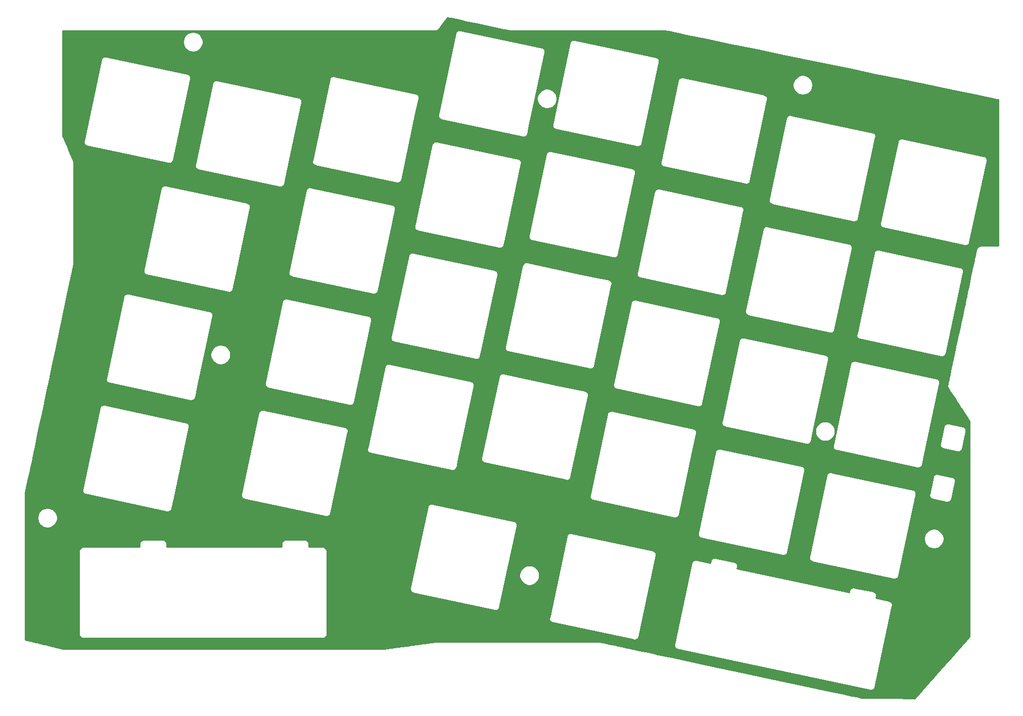
<source format=gbl>
G04 #@! TF.GenerationSoftware,KiCad,Pcbnew,(5.1.5-0-10_14)*
G04 #@! TF.CreationDate,2020-05-14T05:50:10+09:00*
G04 #@! TF.ProjectId,L-key-v02-001,4c2d6b65-792d-4763-9032-2d3030312e6b,rev?*
G04 #@! TF.SameCoordinates,Original*
G04 #@! TF.FileFunction,Copper,L2,Bot*
G04 #@! TF.FilePolarity,Positive*
%FSLAX46Y46*%
G04 Gerber Fmt 4.6, Leading zero omitted, Abs format (unit mm)*
G04 Created by KiCad (PCBNEW (5.1.5-0-10_14)) date 2020-05-14 05:50:10*
%MOMM*%
%LPD*%
G04 APERTURE LIST*
%ADD10C,0.254000*%
G04 APERTURE END LIST*
D10*
G36*
X126424181Y-50256267D02*
G01*
X126424186Y-50256268D01*
X126653829Y-50305085D01*
X126653835Y-50305086D01*
X126920670Y-50361808D01*
X126920673Y-50361808D01*
X126920676Y-50361809D01*
X127221589Y-50425773D01*
X127221591Y-50425773D01*
X127726664Y-50533135D01*
X127726743Y-50533152D01*
X128495506Y-50696562D01*
X128495584Y-50696579D01*
X129344564Y-50877038D01*
X129344568Y-50877038D01*
X130248698Y-51069218D01*
X130248727Y-51069224D01*
X131183034Y-51267819D01*
X131183113Y-51267836D01*
X133523204Y-51765236D01*
X135763542Y-52241432D01*
X135763550Y-52241433D01*
X136473284Y-52392292D01*
X136473371Y-52392311D01*
X136692944Y-52438984D01*
X136692950Y-52438985D01*
X136809794Y-52463824D01*
X136839589Y-52467167D01*
X136868878Y-52473607D01*
X136878036Y-52474635D01*
X136911056Y-52478106D01*
X136941042Y-52478316D01*
X136970839Y-52481658D01*
X136980054Y-52481722D01*
X162953563Y-52481722D01*
X162977363Y-52486645D01*
X162977444Y-52486662D01*
X163365648Y-52566956D01*
X163365650Y-52566956D01*
X164025442Y-52703423D01*
X164025444Y-52703423D01*
X164938472Y-52892265D01*
X166716630Y-53260041D01*
X166716766Y-53260070D01*
X169842013Y-53906461D01*
X173649870Y-54694035D01*
X177993524Y-55592424D01*
X182726159Y-56571264D01*
X187700962Y-57600190D01*
X191502209Y-58386391D01*
X194033598Y-58909951D01*
X197789818Y-59686839D01*
X197789820Y-59686839D01*
X202610243Y-60683832D01*
X207085579Y-61609451D01*
X211069013Y-62433330D01*
X214413732Y-63125103D01*
X214413734Y-63125103D01*
X216386808Y-63533184D01*
X217193137Y-63699953D01*
X217661561Y-63796835D01*
X217661567Y-63796836D01*
X218255917Y-63919761D01*
X218255919Y-63919761D01*
X218571181Y-63984964D01*
X218571181Y-88451970D01*
X215683647Y-88451970D01*
X215658538Y-88454432D01*
X215633306Y-88453892D01*
X215624122Y-88454660D01*
X215595356Y-88457265D01*
X215592934Y-88457726D01*
X215590469Y-88457726D01*
X215556650Y-88464423D01*
X215555452Y-88464540D01*
X215554300Y-88464888D01*
X215529668Y-88469765D01*
X215468817Y-88481345D01*
X215466533Y-88482267D01*
X215464112Y-88482746D01*
X215455309Y-88485472D01*
X215417258Y-88497543D01*
X215407712Y-88501634D01*
X215397628Y-88504111D01*
X215348587Y-88526976D01*
X215298865Y-88548288D01*
X215290300Y-88554153D01*
X215280884Y-88558543D01*
X215272985Y-88563290D01*
X215241549Y-88582477D01*
X215237220Y-88585739D01*
X215232378Y-88588178D01*
X215185791Y-88624490D01*
X215138674Y-88659993D01*
X215135065Y-88664029D01*
X215130784Y-88667366D01*
X215124148Y-88673760D01*
X215098513Y-88698808D01*
X215095360Y-88702558D01*
X215091590Y-88705674D01*
X215053950Y-88751794D01*
X215015604Y-88797389D01*
X215013241Y-88801675D01*
X215010146Y-88805468D01*
X215005098Y-88813177D01*
X214985409Y-88843707D01*
X214981361Y-88851577D01*
X214976053Y-88858650D01*
X214951934Y-88908791D01*
X214926494Y-88958254D01*
X214924055Y-88966751D01*
X214920217Y-88974729D01*
X214917113Y-88983406D01*
X214904058Y-89020711D01*
X214895227Y-89056973D01*
X214883441Y-89092381D01*
X214881461Y-89101381D01*
X214872207Y-89144880D01*
X214872203Y-89144899D01*
X214855255Y-89224576D01*
X214855247Y-89224613D01*
X214842400Y-89285024D01*
X214842394Y-89285053D01*
X214828230Y-89351658D01*
X214828230Y-89351659D01*
X214812777Y-89424327D01*
X214812772Y-89424352D01*
X214787383Y-89543767D01*
X214749012Y-89724234D01*
X214749011Y-89724240D01*
X214705893Y-89927045D01*
X214705879Y-89927107D01*
X214658170Y-90151523D01*
X214658170Y-90151524D01*
X214606054Y-90396672D01*
X214606054Y-90396674D01*
X214549717Y-90661681D01*
X214549706Y-90661731D01*
X214489315Y-90945816D01*
X214489304Y-90945866D01*
X214425025Y-91248249D01*
X214425025Y-91248250D01*
X214357052Y-91568012D01*
X214357041Y-91568062D01*
X214285538Y-91904437D01*
X214285532Y-91904466D01*
X214210681Y-92256594D01*
X214210670Y-92256643D01*
X214132651Y-92623685D01*
X214132634Y-92623763D01*
X214051605Y-93004966D01*
X214051599Y-93004995D01*
X213967739Y-93399515D01*
X213967739Y-93399516D01*
X213881231Y-93806497D01*
X213881231Y-93806499D01*
X213747188Y-94437123D01*
X213747164Y-94437230D01*
X213560370Y-95316036D01*
X213560370Y-95316037D01*
X213366148Y-96229799D01*
X213366148Y-96229801D01*
X213216299Y-96934811D01*
X213114951Y-97411628D01*
X213114934Y-97411707D01*
X212961046Y-98135725D01*
X212961046Y-98135727D01*
X212752980Y-99114653D01*
X212752980Y-99114654D01*
X212543112Y-100102070D01*
X212332847Y-101091354D01*
X212332847Y-101091355D01*
X212123592Y-102075892D01*
X212123592Y-102075893D01*
X211968275Y-102806660D01*
X211968269Y-102806689D01*
X211891296Y-103168848D01*
X211891295Y-103168856D01*
X211840270Y-103408924D01*
X211840270Y-103408927D01*
X211764227Y-103766715D01*
X211764210Y-103766793D01*
X211663924Y-104238654D01*
X211663923Y-104238664D01*
X211515975Y-104934777D01*
X211515958Y-104934855D01*
X211324812Y-105834232D01*
X211324812Y-105834234D01*
X211141725Y-106695703D01*
X211141708Y-106695781D01*
X210968055Y-107512875D01*
X210968055Y-107512876D01*
X210805257Y-108278903D01*
X210805257Y-108278906D01*
X210654743Y-108987142D01*
X210654720Y-108987249D01*
X210568054Y-109395056D01*
X210568054Y-109395058D01*
X210534746Y-109551790D01*
X210534745Y-109551796D01*
X210486436Y-109779127D01*
X210486417Y-109779213D01*
X210425520Y-110065774D01*
X210425519Y-110065780D01*
X210368656Y-110333371D01*
X210368656Y-110333373D01*
X210316004Y-110581151D01*
X210316002Y-110581160D01*
X210279531Y-110752784D01*
X210279513Y-110752866D01*
X210256508Y-110861137D01*
X210224022Y-111014024D01*
X210224013Y-111014065D01*
X210185038Y-111197502D01*
X210185038Y-111197505D01*
X210159193Y-111319146D01*
X210159176Y-111319225D01*
X210143404Y-111393459D01*
X210143403Y-111393464D01*
X210143401Y-111393475D01*
X210125546Y-111477525D01*
X210125532Y-111477587D01*
X210115727Y-111523746D01*
X210103870Y-111579564D01*
X210103868Y-111579576D01*
X210093371Y-111628997D01*
X210093355Y-111629071D01*
X210084218Y-111672096D01*
X210084209Y-111672139D01*
X210073182Y-111724081D01*
X210068799Y-111763245D01*
X210061452Y-111801963D01*
X210060690Y-111811147D01*
X210057324Y-111855456D01*
X210057831Y-111878597D01*
X210055439Y-111901621D01*
X210059241Y-111942853D01*
X210060148Y-111984235D01*
X210065139Y-112006832D01*
X210067265Y-112029887D01*
X210069065Y-112038925D01*
X210077730Y-112080885D01*
X210081795Y-112093962D01*
X210083804Y-112107505D01*
X210100884Y-112155372D01*
X210115966Y-112203889D01*
X210121794Y-112214637D01*
X210128097Y-112235415D01*
X210189382Y-112350072D01*
X210207392Y-112372018D01*
X210217004Y-112386804D01*
X210217055Y-112386884D01*
X210241453Y-112424421D01*
X210241507Y-112424506D01*
X210269485Y-112467553D01*
X210309367Y-112528927D01*
X210309372Y-112528933D01*
X210335546Y-112569213D01*
X210335593Y-112569286D01*
X210373469Y-112627573D01*
X210373475Y-112627581D01*
X210414386Y-112690541D01*
X210480853Y-112792832D01*
X210480882Y-112792878D01*
X210579569Y-112944760D01*
X210579579Y-112944775D01*
X210688303Y-113112111D01*
X210688306Y-113112115D01*
X210806006Y-113293269D01*
X210806075Y-113293376D01*
X210899994Y-113437930D01*
X210899997Y-113437934D01*
X210964759Y-113537611D01*
X211064878Y-113691711D01*
X211064901Y-113691747D01*
X211274986Y-114015104D01*
X211571948Y-114472190D01*
X211571971Y-114472226D01*
X211802511Y-114827076D01*
X211802514Y-114827081D01*
X211957803Y-115066107D01*
X211957806Y-115066111D01*
X212191181Y-115425329D01*
X212191184Y-115425334D01*
X212497898Y-115897446D01*
X212497901Y-115897450D01*
X212935531Y-116571077D01*
X212935534Y-116571081D01*
X213428766Y-117330293D01*
X213428808Y-117330359D01*
X213692307Y-117735953D01*
X213692308Y-117735954D01*
X213762114Y-117843403D01*
X213762114Y-153949016D01*
X213719454Y-153997024D01*
X213719450Y-153997029D01*
X213719445Y-153997035D01*
X213610428Y-154119724D01*
X213610404Y-154119751D01*
X213478305Y-154268419D01*
X213478303Y-154268422D01*
X213380069Y-154378978D01*
X213380037Y-154379013D01*
X213218036Y-154561340D01*
X213218035Y-154561342D01*
X212973325Y-154836754D01*
X212973309Y-154836772D01*
X212699857Y-155144538D01*
X212699849Y-155144547D01*
X212400389Y-155481585D01*
X212400373Y-155481603D01*
X212077604Y-155844878D01*
X212077599Y-155844884D01*
X211734260Y-156231311D01*
X211734259Y-156231313D01*
X211188339Y-156845749D01*
X210607988Y-157498939D01*
X210607980Y-157498948D01*
X210209547Y-157947390D01*
X210209539Y-157947399D01*
X209600014Y-158633431D01*
X209600009Y-158633437D01*
X208777675Y-159558990D01*
X208777611Y-159559061D01*
X208167207Y-160246082D01*
X208167128Y-160246170D01*
X207767716Y-160695718D01*
X207767645Y-160695797D01*
X206805755Y-161778428D01*
X206805691Y-161778499D01*
X205807465Y-162902026D01*
X205253665Y-163525338D01*
X205253602Y-163525408D01*
X204818796Y-164014789D01*
X204818732Y-164014860D01*
X204595946Y-164265607D01*
X204547220Y-164265099D01*
X204547164Y-164265098D01*
X204482659Y-164264421D01*
X204482638Y-164264421D01*
X204389499Y-164263442D01*
X204389490Y-164263443D01*
X204339870Y-164262920D01*
X204339852Y-164262920D01*
X204261868Y-164262097D01*
X204261847Y-164262097D01*
X204150726Y-164260922D01*
X204150700Y-164260922D01*
X204032087Y-164259665D01*
X204032076Y-164259665D01*
X203906332Y-164258331D01*
X203906318Y-164258331D01*
X203773761Y-164256923D01*
X203773752Y-164256923D01*
X203634727Y-164255445D01*
X203634715Y-164255445D01*
X203489543Y-164253900D01*
X203489534Y-164253900D01*
X203338555Y-164252292D01*
X203338544Y-164252292D01*
X203182069Y-164250624D01*
X203182059Y-164250625D01*
X202938414Y-164248026D01*
X202938402Y-164248026D01*
X202726102Y-164245759D01*
X202726100Y-164245759D01*
X202639594Y-164244835D01*
X202639585Y-164244835D01*
X202508033Y-164243429D01*
X202508031Y-164243429D01*
X202238793Y-164240551D01*
X202238781Y-164240551D01*
X201961213Y-164237581D01*
X201961211Y-164237581D01*
X201772858Y-164235566D01*
X201772847Y-164235566D01*
X201485974Y-164232494D01*
X201485969Y-164232494D01*
X201096250Y-164228319D01*
X201096247Y-164228319D01*
X200701187Y-164224086D01*
X200701184Y-164224086D01*
X200303448Y-164219823D01*
X200303439Y-164219823D01*
X199905657Y-164215556D01*
X199905654Y-164215556D01*
X199510488Y-164211316D01*
X199510483Y-164211316D01*
X198927279Y-164205056D01*
X198927277Y-164205056D01*
X198459294Y-164200032D01*
X198459292Y-164200032D01*
X198276727Y-164198072D01*
X198276725Y-164198072D01*
X198008994Y-164195197D01*
X198008993Y-164195197D01*
X197499827Y-164189730D01*
X197499825Y-164189730D01*
X196894611Y-164183231D01*
X196894610Y-164183231D01*
X196509218Y-164179093D01*
X196509215Y-164179093D01*
X196286058Y-164176698D01*
X196286052Y-164176698D01*
X196094681Y-164174646D01*
X195974745Y-164173360D01*
X195974739Y-164173360D01*
X195905381Y-164172617D01*
X195905357Y-164172617D01*
X195817936Y-164171684D01*
X195817844Y-164171682D01*
X195764216Y-164171112D01*
X195750428Y-164168168D01*
X195750427Y-164168168D01*
X195750423Y-164168167D01*
X195431343Y-164100035D01*
X195431314Y-164100029D01*
X194895092Y-163985531D01*
X194895063Y-163985525D01*
X194156670Y-163827857D01*
X194156641Y-163827851D01*
X192723274Y-163521784D01*
X190213039Y-162985773D01*
X185519015Y-161983455D01*
X179926049Y-160789185D01*
X175977503Y-159946051D01*
X171968787Y-159090071D01*
X171968785Y-159090071D01*
X168019801Y-158246847D01*
X168019664Y-158246817D01*
X164249900Y-157441865D01*
X161624478Y-156881265D01*
X159986391Y-156531491D01*
X158460511Y-156205677D01*
X157061807Y-155907019D01*
X157061805Y-155907019D01*
X156110037Y-155703794D01*
X156110035Y-155703794D01*
X155520101Y-155577830D01*
X154970397Y-155460456D01*
X154970377Y-155460452D01*
X154684059Y-155399318D01*
X164303485Y-155399318D01*
X164308906Y-155462874D01*
X164314453Y-155528422D01*
X164314514Y-155528634D01*
X164314533Y-155528855D01*
X164332351Y-155590486D01*
X164350477Y-155653340D01*
X164350579Y-155653538D01*
X164350640Y-155653748D01*
X164380429Y-155711279D01*
X164410180Y-155768829D01*
X164410317Y-155769000D01*
X164410419Y-155769198D01*
X164450907Y-155819872D01*
X164491265Y-155870453D01*
X164491435Y-155870596D01*
X164491572Y-155870768D01*
X164541007Y-155912433D01*
X164590619Y-155954304D01*
X164590812Y-155954411D01*
X164590981Y-155954553D01*
X164647850Y-155985915D01*
X164704422Y-156017162D01*
X164704631Y-156017229D01*
X164704826Y-156017336D01*
X164766744Y-156037007D01*
X164797261Y-156046725D01*
X164797475Y-156046771D01*
X164828732Y-156056701D01*
X164860889Y-156060294D01*
X197126599Y-162941179D01*
X197157860Y-162951110D01*
X197222414Y-162958322D01*
X197286615Y-162965539D01*
X197286841Y-162965520D01*
X197287065Y-162965545D01*
X197351392Y-162960058D01*
X197416161Y-162954577D01*
X197416380Y-162954514D01*
X197416602Y-162954495D01*
X197478659Y-162936554D01*
X197541078Y-162918553D01*
X197541277Y-162918450D01*
X197541495Y-162918387D01*
X197599187Y-162888513D01*
X197656568Y-162858850D01*
X197656744Y-162858710D01*
X197656944Y-162858606D01*
X197707338Y-162818341D01*
X197758192Y-162777765D01*
X197758338Y-162777591D01*
X197758513Y-162777452D01*
X197800192Y-162728000D01*
X197842043Y-162678411D01*
X197842151Y-162678215D01*
X197842297Y-162678042D01*
X197874061Y-162620442D01*
X197904900Y-162564608D01*
X197904966Y-162564399D01*
X197905078Y-162564197D01*
X197925133Y-162501071D01*
X197944348Y-162440729D01*
X197948011Y-162408144D01*
X200844926Y-148778821D01*
X200854275Y-148750109D01*
X200858404Y-148715412D01*
X200858899Y-148713082D01*
X200862247Y-148683113D01*
X200869637Y-148621011D01*
X200869451Y-148618631D01*
X200869717Y-148616252D01*
X200864392Y-148553824D01*
X200859518Y-148491397D01*
X200858870Y-148489094D01*
X200858667Y-148486714D01*
X200841281Y-148426580D01*
X200824307Y-148366248D01*
X200823223Y-148364117D01*
X200822559Y-148361821D01*
X200793765Y-148306213D01*
X200765357Y-148250372D01*
X200763878Y-148248494D01*
X200762779Y-148246371D01*
X200723660Y-148197412D01*
X200684933Y-148148224D01*
X200683118Y-148146672D01*
X200681624Y-148144802D01*
X200633740Y-148104445D01*
X200586127Y-148063728D01*
X200584038Y-148062557D01*
X200582214Y-148061019D01*
X200527467Y-148030828D01*
X200472736Y-148000132D01*
X200470459Y-147999391D01*
X200468369Y-147998238D01*
X200408726Y-147979290D01*
X200380090Y-147969966D01*
X200377768Y-147969455D01*
X200344462Y-147958874D01*
X200314450Y-147955521D01*
X198110262Y-147470457D01*
X198167465Y-147200681D01*
X198177283Y-147169771D01*
X198180913Y-147137257D01*
X198180943Y-147137118D01*
X198184568Y-147104526D01*
X198191710Y-147040565D01*
X198191698Y-147040425D01*
X198191714Y-147040282D01*
X198186060Y-146974374D01*
X198180652Y-146911028D01*
X198180614Y-146910895D01*
X198180601Y-146910749D01*
X198162291Y-146847533D01*
X198144537Y-146786137D01*
X198144472Y-146786011D01*
X198144432Y-146785874D01*
X198114541Y-146728216D01*
X198084749Y-146670691D01*
X198084660Y-146670580D01*
X198084595Y-146670454D01*
X198044664Y-146620529D01*
X198003588Y-146569127D01*
X198003476Y-146569033D01*
X198003390Y-146568925D01*
X197955074Y-146528244D01*
X197904173Y-146485349D01*
X197904046Y-146485279D01*
X197903939Y-146485189D01*
X197848243Y-146454511D01*
X197790324Y-146422575D01*
X197790186Y-146422531D01*
X197790064Y-146422464D01*
X197730404Y-146403543D01*
X197697463Y-146393080D01*
X197697313Y-146393048D01*
X197666138Y-146383161D01*
X197633915Y-146379577D01*
X194470177Y-145707325D01*
X194439322Y-145697504D01*
X194406740Y-145693846D01*
X194406548Y-145693805D01*
X194375571Y-145690346D01*
X194310125Y-145682998D01*
X194309919Y-145683015D01*
X194309717Y-145682993D01*
X194245378Y-145688485D01*
X194180581Y-145693976D01*
X194180385Y-145694033D01*
X194180181Y-145694050D01*
X194118138Y-145711992D01*
X194055668Y-145730015D01*
X194055485Y-145730110D01*
X194055290Y-145730166D01*
X193998009Y-145759831D01*
X193940186Y-145789731D01*
X193940026Y-145789859D01*
X193939844Y-145789953D01*
X193889062Y-145830534D01*
X193838572Y-145870830D01*
X193838441Y-145870986D01*
X193838280Y-145871114D01*
X193796445Y-145920758D01*
X193754733Y-145970193D01*
X193754634Y-145970373D01*
X193754502Y-145970529D01*
X193723131Y-146027424D01*
X193691889Y-146084004D01*
X193691827Y-146084198D01*
X193691728Y-146084378D01*
X193672148Y-146146023D01*
X193662337Y-146176847D01*
X193662294Y-146177048D01*
X193652372Y-146208287D01*
X193648780Y-146240456D01*
X193592422Y-146504889D01*
X174841277Y-142518924D01*
X174897576Y-142254771D01*
X174907504Y-142223509D01*
X174914739Y-142158681D01*
X174921918Y-142094746D01*
X174921899Y-142094524D01*
X174921924Y-142094302D01*
X174916338Y-142028906D01*
X174910940Y-141965202D01*
X174910878Y-141964987D01*
X174910859Y-141964766D01*
X174892867Y-141902558D01*
X174874901Y-141840289D01*
X174874799Y-141840092D01*
X174874737Y-141839877D01*
X174844863Y-141782199D01*
X174815185Y-141724807D01*
X174815046Y-141724633D01*
X174814943Y-141724434D01*
X174774180Y-141673429D01*
X174734086Y-141623193D01*
X174733918Y-141623051D01*
X174733777Y-141622875D01*
X174683496Y-141580507D01*
X174634723Y-141539354D01*
X174634532Y-141539248D01*
X174634358Y-141539102D01*
X174576445Y-141507174D01*
X174520912Y-141476510D01*
X174520704Y-141476444D01*
X174520505Y-141476334D01*
X174457841Y-141456434D01*
X174397028Y-141437077D01*
X174364441Y-141433418D01*
X171199246Y-140761033D01*
X171168129Y-140751158D01*
X171100710Y-140743647D01*
X171039047Y-140736765D01*
X171038985Y-140736770D01*
X171038920Y-140736763D01*
X170972347Y-140742463D01*
X170909512Y-140747830D01*
X170909452Y-140747847D01*
X170909385Y-140747853D01*
X170844213Y-140766717D01*
X170784623Y-140783952D01*
X170784568Y-140783980D01*
X170784504Y-140783999D01*
X170724626Y-140815028D01*
X170669180Y-140843746D01*
X170669132Y-140843785D01*
X170669073Y-140843815D01*
X170616649Y-140885729D01*
X170567621Y-140924912D01*
X170567581Y-140924959D01*
X170567529Y-140925001D01*
X170524989Y-140975506D01*
X170483848Y-141024331D01*
X170483817Y-141024387D01*
X170483776Y-141024436D01*
X170452831Y-141080592D01*
X170421080Y-141138184D01*
X170421060Y-141138246D01*
X170421030Y-141138301D01*
X170402193Y-141197659D01*
X170381730Y-141262095D01*
X170378109Y-141294540D01*
X170322062Y-141558624D01*
X168046353Y-141075166D01*
X168015350Y-141065316D01*
X167982943Y-141061695D01*
X167982901Y-141061686D01*
X167947901Y-141057779D01*
X167886145Y-141050879D01*
X167886107Y-141050882D01*
X167886069Y-141050878D01*
X167817671Y-141056720D01*
X167756607Y-141061928D01*
X167756574Y-141061937D01*
X167756533Y-141061941D01*
X167691655Y-141080705D01*
X167631714Y-141098034D01*
X167631680Y-141098052D01*
X167631644Y-141098062D01*
X167577637Y-141126034D01*
X167516263Y-141157813D01*
X167516230Y-141157840D01*
X167516200Y-141157855D01*
X167472082Y-141193113D01*
X167414694Y-141238966D01*
X167414666Y-141238999D01*
X167414640Y-141239020D01*
X167374565Y-141286579D01*
X167330909Y-141338376D01*
X167330891Y-141338408D01*
X167330866Y-141338438D01*
X167301721Y-141391302D01*
X167268126Y-141452220D01*
X167268113Y-141452261D01*
X167268097Y-141452290D01*
X167251928Y-141503204D01*
X167238624Y-141545079D01*
X167238613Y-141545132D01*
X167228746Y-141576201D01*
X167225138Y-141608522D01*
X164327830Y-155238852D01*
X164318013Y-155269682D01*
X164314350Y-155302271D01*
X164314304Y-155302487D01*
X164310729Y-155334483D01*
X164303491Y-155398878D01*
X164303510Y-155399098D01*
X164303485Y-155399318D01*
X154684059Y-155399318D01*
X154462774Y-155352070D01*
X154462745Y-155352064D01*
X153778455Y-155205956D01*
X153778453Y-155205956D01*
X153300600Y-155103927D01*
X153300571Y-155103921D01*
X153127836Y-155067039D01*
X153127767Y-155067024D01*
X152967478Y-155032802D01*
X152819936Y-155001301D01*
X152819930Y-155001300D01*
X152621403Y-154958915D01*
X152621354Y-154958904D01*
X152405596Y-154912841D01*
X152405527Y-154912826D01*
X152244893Y-154878534D01*
X152244892Y-154878534D01*
X152244888Y-154878533D01*
X152166990Y-154861904D01*
X152166985Y-154861903D01*
X152166924Y-154861890D01*
X152113935Y-154850584D01*
X152090320Y-154847917D01*
X152067206Y-154842357D01*
X152058070Y-154841151D01*
X152024203Y-154836918D01*
X151987779Y-154835949D01*
X151951562Y-154831886D01*
X151942347Y-154831822D01*
X124119526Y-154831822D01*
X124098568Y-154833877D01*
X124077521Y-154833160D01*
X124068328Y-154833811D01*
X124046569Y-154835504D01*
X124032240Y-154838043D01*
X124017685Y-154838391D01*
X124008546Y-154839573D01*
X123994063Y-154841549D01*
X123994046Y-154841553D01*
X123993792Y-154841586D01*
X123941884Y-154848690D01*
X123941874Y-154848692D01*
X123941777Y-154848705D01*
X123890684Y-154855706D01*
X123890646Y-154855711D01*
X123834622Y-154863391D01*
X123834621Y-154863391D01*
X123834600Y-154863394D01*
X123751248Y-154874823D01*
X123751246Y-154874824D01*
X123751219Y-154874827D01*
X123694951Y-154882545D01*
X123694936Y-154882547D01*
X123589723Y-154896981D01*
X123589715Y-154896983D01*
X123589714Y-154896983D01*
X123520849Y-154906431D01*
X123520805Y-154906437D01*
X123421683Y-154920036D01*
X123421622Y-154920044D01*
X123259697Y-154942266D01*
X123259601Y-154942279D01*
X123017642Y-154975486D01*
X123017636Y-154975487D01*
X122818408Y-155002831D01*
X122818404Y-155002832D01*
X122818396Y-155002833D01*
X122678646Y-155022016D01*
X122678632Y-155022018D01*
X122533412Y-155041954D01*
X122533305Y-155041968D01*
X122382723Y-155062638D01*
X122382715Y-155062640D01*
X122382714Y-155062640D01*
X122148354Y-155094813D01*
X122148296Y-155094821D01*
X121819731Y-155139929D01*
X121819727Y-155139930D01*
X121563077Y-155175166D01*
X121562980Y-155175179D01*
X121388042Y-155199198D01*
X121388041Y-155199198D01*
X121388035Y-155199199D01*
X121210220Y-155223615D01*
X121210216Y-155223616D01*
X121075113Y-155242165D01*
X121075112Y-155242165D01*
X121075106Y-155242166D01*
X120984360Y-155254626D01*
X120984358Y-155254626D01*
X120984354Y-155254627D01*
X120755532Y-155286048D01*
X120477006Y-155324294D01*
X120476967Y-155324299D01*
X120289904Y-155349986D01*
X120289846Y-155349994D01*
X120101882Y-155375806D01*
X120101879Y-155375807D01*
X120101877Y-155375807D01*
X119913407Y-155401690D01*
X119913404Y-155401691D01*
X119630446Y-155440549D01*
X119348330Y-155479292D01*
X119348329Y-155479292D01*
X119348323Y-155479293D01*
X119161260Y-155504984D01*
X119161202Y-155504992D01*
X118975287Y-155530526D01*
X118975268Y-155530529D01*
X118790863Y-155555856D01*
X118790849Y-155555858D01*
X118517530Y-155593400D01*
X118517523Y-155593402D01*
X118161904Y-155642249D01*
X118161890Y-155642251D01*
X117818532Y-155689418D01*
X117818436Y-155689431D01*
X117489870Y-155734569D01*
X117489869Y-155734569D01*
X117489863Y-155734570D01*
X117255455Y-155766775D01*
X117255441Y-155766777D01*
X117104861Y-155787467D01*
X117104854Y-155787469D01*
X116959522Y-155807438D01*
X116959521Y-155807438D01*
X116854388Y-155821884D01*
X116854335Y-155821891D01*
X116785972Y-155831285D01*
X116785914Y-155831293D01*
X116685918Y-155845035D01*
X116685912Y-155845037D01*
X116685908Y-155845037D01*
X116558388Y-155862563D01*
X116558330Y-155862571D01*
X116437351Y-155879199D01*
X116437349Y-155879199D01*
X116437337Y-155879201D01*
X116323356Y-155894870D01*
X116323284Y-155894879D01*
X116216514Y-155909558D01*
X116216508Y-155909560D01*
X116216504Y-155909560D01*
X116117346Y-155923194D01*
X116117344Y-155923194D01*
X116117332Y-155923196D01*
X116026125Y-155935739D01*
X116026110Y-155935741D01*
X115943240Y-155947139D01*
X115943173Y-155947148D01*
X115886904Y-155954889D01*
X115886900Y-155954890D01*
X115886861Y-155954895D01*
X115819271Y-155964198D01*
X115819267Y-155964199D01*
X115819251Y-155964201D01*
X115760879Y-155972237D01*
X115760869Y-155972239D01*
X115760780Y-155972251D01*
X115691250Y-155981834D01*
X115691239Y-155981837D01*
X115690992Y-155981869D01*
X115668471Y-155984982D01*
X61998827Y-155984982D01*
X61962629Y-155976324D01*
X61906699Y-155962942D01*
X61906695Y-155962941D01*
X61854287Y-155950399D01*
X61854285Y-155950399D01*
X61795532Y-155936336D01*
X61795458Y-155936318D01*
X61713046Y-155916590D01*
X61713025Y-155916585D01*
X61640559Y-155899237D01*
X61640555Y-155899236D01*
X61582659Y-155885375D01*
X61582656Y-155885375D01*
X61500496Y-155865704D01*
X61500416Y-155865684D01*
X61412877Y-155844723D01*
X61412872Y-155844722D01*
X61320283Y-155822552D01*
X61320284Y-155822552D01*
X61222910Y-155799234D01*
X61222877Y-155799226D01*
X61068728Y-155762312D01*
X61068722Y-155762311D01*
X60903967Y-155722855D01*
X60903946Y-155722850D01*
X60789491Y-155695439D01*
X60789488Y-155695439D01*
X60671354Y-155667145D01*
X60671346Y-155667143D01*
X60549738Y-155638019D01*
X60549732Y-155638018D01*
X60425003Y-155608145D01*
X60424911Y-155608122D01*
X60297059Y-155577499D01*
X60297052Y-155577498D01*
X60100502Y-155530422D01*
X60100443Y-155530407D01*
X59829409Y-155465488D01*
X59620617Y-155415476D01*
X59620614Y-155415476D01*
X59479501Y-155381674D01*
X59479485Y-155381670D01*
X59265326Y-155330371D01*
X59265323Y-155330371D01*
X58975905Y-155261043D01*
X58684054Y-155191131D01*
X58683995Y-155191116D01*
X58391398Y-155121022D01*
X58209078Y-155077345D01*
X58136360Y-155059924D01*
X58136358Y-155059924D01*
X58136355Y-155059923D01*
X58027605Y-155033871D01*
X58027578Y-155033864D01*
X57811476Y-154982093D01*
X57811449Y-154982086D01*
X57527753Y-154914119D01*
X57527726Y-154914112D01*
X57319402Y-154864201D01*
X57319399Y-154864201D01*
X57182860Y-154831487D01*
X57182827Y-154831479D01*
X56981862Y-154783330D01*
X56981861Y-154783330D01*
X56723433Y-154721410D01*
X56723373Y-154721395D01*
X56537719Y-154676910D01*
X56537718Y-154676910D01*
X56417883Y-154648194D01*
X56417845Y-154648185D01*
X56301546Y-154620317D01*
X56301540Y-154620316D01*
X56216979Y-154600052D01*
X56216930Y-154600040D01*
X56161676Y-154586800D01*
X56161675Y-154586800D01*
X56027438Y-154554631D01*
X56027417Y-154554626D01*
X55876696Y-154518505D01*
X55876695Y-154518505D01*
X55781706Y-154495739D01*
X55781705Y-154495739D01*
X55713891Y-154479485D01*
X55713864Y-154479478D01*
X55670113Y-154468991D01*
X55627674Y-154458818D01*
X55627670Y-154458817D01*
X55627664Y-154458816D01*
X55580443Y-154447498D01*
X55580443Y-139570255D01*
X64603348Y-139570255D01*
X64606542Y-139602684D01*
X64606541Y-153540856D01*
X64603348Y-153573275D01*
X64616091Y-153702658D01*
X64653831Y-153827068D01*
X64715116Y-153941725D01*
X64789704Y-154032610D01*
X64797593Y-154042223D01*
X64898091Y-154124700D01*
X65012748Y-154185985D01*
X65137158Y-154223725D01*
X65266541Y-154236468D01*
X65298960Y-154233275D01*
X105434532Y-154233275D01*
X105466951Y-154236468D01*
X105499370Y-154233275D01*
X105545101Y-154228771D01*
X105596334Y-154223725D01*
X105720744Y-154185985D01*
X105835401Y-154124700D01*
X105935899Y-154042223D01*
X106018376Y-153941725D01*
X106079661Y-153827068D01*
X106117401Y-153702658D01*
X106117672Y-153699908D01*
X106130144Y-153573275D01*
X106126951Y-153540856D01*
X106126951Y-150944158D01*
X143340865Y-150944158D01*
X143340865Y-150944166D01*
X143344635Y-150988358D01*
X143351913Y-151073695D01*
X143388020Y-151198588D01*
X143388022Y-151198591D01*
X143388023Y-151198596D01*
X143396326Y-151214630D01*
X143447799Y-151314038D01*
X143447803Y-151314043D01*
X143447804Y-151314045D01*
X143459334Y-151328475D01*
X143528952Y-151415608D01*
X143528956Y-151415611D01*
X143528958Y-151415614D01*
X143543518Y-151427885D01*
X143628361Y-151499393D01*
X143628364Y-151499395D01*
X143628368Y-151499398D01*
X143693240Y-151535172D01*
X143742206Y-151562176D01*
X143742210Y-151562177D01*
X143742213Y-151562179D01*
X143786277Y-151576178D01*
X143835065Y-151591678D01*
X143835073Y-151591680D01*
X143866120Y-151601543D01*
X143898486Y-151605159D01*
X157529052Y-154502517D01*
X157560106Y-154512383D01*
X157634702Y-154520717D01*
X157689301Y-154526818D01*
X157689311Y-154526818D01*
X157742291Y-154522299D01*
X157818839Y-154515770D01*
X157818845Y-154515768D01*
X157818848Y-154515768D01*
X157880471Y-154497952D01*
X157943733Y-154479663D01*
X157943736Y-154479661D01*
X157943741Y-154479660D01*
X158003390Y-154448773D01*
X158059183Y-154419884D01*
X158059188Y-154419880D01*
X158059190Y-154419879D01*
X158098943Y-154388116D01*
X158160753Y-154338731D01*
X158160756Y-154338727D01*
X158160759Y-154338725D01*
X158203633Y-154287855D01*
X158244538Y-154239322D01*
X158244540Y-154239319D01*
X158244543Y-154239315D01*
X158307324Y-154125470D01*
X158336825Y-154032610D01*
X158336826Y-154032607D01*
X158346686Y-154001571D01*
X158350303Y-153969198D01*
X161165023Y-140726585D01*
X186899325Y-140726585D01*
X186899327Y-140726607D01*
X186899325Y-140726624D01*
X186903873Y-140779914D01*
X186910373Y-140856122D01*
X186910380Y-140856145D01*
X186910381Y-140856160D01*
X186927527Y-140915456D01*
X186946480Y-140981015D01*
X186946487Y-140981029D01*
X186946494Y-140981052D01*
X186980491Y-141046700D01*
X187006259Y-141096465D01*
X187006270Y-141096479D01*
X187006280Y-141096498D01*
X187039685Y-141138301D01*
X187087412Y-141198035D01*
X187087429Y-141198050D01*
X187087440Y-141198063D01*
X187134921Y-141238077D01*
X187186821Y-141281820D01*
X187186838Y-141281829D01*
X187186854Y-141281843D01*
X187243472Y-141313062D01*
X187300666Y-141344603D01*
X187300687Y-141344610D01*
X187300702Y-141344618D01*
X187352635Y-141361114D01*
X187393525Y-141374105D01*
X187393552Y-141374111D01*
X187424610Y-141383976D01*
X187456957Y-141387588D01*
X201087510Y-144284944D01*
X201118558Y-144294808D01*
X201188356Y-144302607D01*
X201247761Y-144309245D01*
X201247763Y-144309245D01*
X201377300Y-144298197D01*
X201502193Y-144262090D01*
X201617643Y-144202311D01*
X201719213Y-144121158D01*
X201802998Y-144021749D01*
X201865781Y-143907904D01*
X201895283Y-143815045D01*
X201895285Y-143815036D01*
X201905146Y-143783998D01*
X201908763Y-143751630D01*
X203262278Y-137384042D01*
X206125000Y-137384042D01*
X206125000Y-137715958D01*
X206189754Y-138041496D01*
X206316772Y-138348147D01*
X206501175Y-138624125D01*
X206735875Y-138858825D01*
X207011853Y-139043228D01*
X207318504Y-139170246D01*
X207644042Y-139235000D01*
X207975958Y-139235000D01*
X208301496Y-139170246D01*
X208608147Y-139043228D01*
X208884125Y-138858825D01*
X209118825Y-138624125D01*
X209303228Y-138348147D01*
X209430246Y-138041496D01*
X209495000Y-137715958D01*
X209495000Y-137384042D01*
X209430246Y-137058504D01*
X209303228Y-136751853D01*
X209118825Y-136475875D01*
X208884125Y-136241175D01*
X208608147Y-136056772D01*
X208301496Y-135929754D01*
X207975958Y-135865000D01*
X207644042Y-135865000D01*
X207318504Y-135929754D01*
X207011853Y-136056772D01*
X206735875Y-136241175D01*
X206501175Y-136475875D01*
X206316772Y-136751853D01*
X206189754Y-137058504D01*
X206125000Y-137384042D01*
X203262278Y-137384042D01*
X204783018Y-130229747D01*
X207013583Y-130229747D01*
X207018982Y-130292890D01*
X207024621Y-130359081D01*
X207024649Y-130359178D01*
X207024658Y-130359282D01*
X207043161Y-130423234D01*
X207060715Y-130483978D01*
X207060760Y-130484066D01*
X207060790Y-130484168D01*
X207091262Y-130542987D01*
X207120482Y-130599435D01*
X207120546Y-130599515D01*
X207120593Y-130599606D01*
X207160577Y-130649628D01*
X207201625Y-130701013D01*
X207201706Y-130701081D01*
X207201768Y-130701159D01*
X207251313Y-130742900D01*
X207301026Y-130784808D01*
X207301114Y-130784856D01*
X207301194Y-130784924D01*
X207359598Y-130817117D01*
X207414864Y-130847602D01*
X207414959Y-130847632D01*
X207415051Y-130847683D01*
X207479161Y-130868037D01*
X207507720Y-130877113D01*
X207507812Y-130877132D01*
X207538965Y-130887023D01*
X207571247Y-130890623D01*
X209940205Y-131394431D01*
X209971259Y-131404299D01*
X210030627Y-131410936D01*
X210100441Y-131418744D01*
X210100453Y-131418743D01*
X210100463Y-131418744D01*
X210159889Y-131413680D01*
X210229980Y-131407709D01*
X210229991Y-131407706D01*
X210230001Y-131407705D01*
X210290245Y-131390293D01*
X210354877Y-131371615D01*
X210354887Y-131371610D01*
X210354897Y-131371607D01*
X210408853Y-131343674D01*
X210470333Y-131311848D01*
X210470343Y-131311840D01*
X210470351Y-131311836D01*
X210515125Y-131276068D01*
X210571912Y-131230705D01*
X210571920Y-131230696D01*
X210571927Y-131230690D01*
X210614038Y-131180734D01*
X210655707Y-131131304D01*
X210655711Y-131131296D01*
X210655719Y-131131287D01*
X210687988Y-131072782D01*
X210718501Y-131017466D01*
X210718504Y-131017455D01*
X210718509Y-131017447D01*
X210748018Y-130924590D01*
X210757879Y-130893564D01*
X210761500Y-130861185D01*
X211372013Y-127990031D01*
X211381882Y-127958971D01*
X211382367Y-127954631D01*
X211383637Y-127950445D01*
X211389586Y-127890042D01*
X211391404Y-127873777D01*
X211396322Y-127829794D01*
X211396321Y-127829784D01*
X211396323Y-127829767D01*
X211395952Y-127825411D01*
X211396380Y-127821062D01*
X211390433Y-127760677D01*
X211389032Y-127744249D01*
X211385283Y-127700255D01*
X211385281Y-127700247D01*
X211385279Y-127700228D01*
X211384066Y-127696030D01*
X211383637Y-127691679D01*
X211366024Y-127633619D01*
X211364404Y-127628014D01*
X211349186Y-127575359D01*
X211349180Y-127575347D01*
X211349176Y-127575334D01*
X211347166Y-127571451D01*
X211345897Y-127567269D01*
X211317301Y-127513769D01*
X211302200Y-127484602D01*
X211289414Y-127459904D01*
X211289409Y-127459898D01*
X211289401Y-127459882D01*
X211286672Y-127456467D01*
X211284612Y-127452612D01*
X211246134Y-127405726D01*
X211231484Y-127387390D01*
X211208268Y-127358329D01*
X211208262Y-127358324D01*
X211208250Y-127358309D01*
X211204906Y-127355490D01*
X211202135Y-127352114D01*
X211155238Y-127313627D01*
X211144519Y-127304592D01*
X211108865Y-127274537D01*
X211108856Y-127274532D01*
X211108844Y-127274522D01*
X211105019Y-127272412D01*
X211101637Y-127269637D01*
X211048132Y-127241038D01*
X211045107Y-127239370D01*
X210995025Y-127211746D01*
X210995014Y-127211742D01*
X210995002Y-127211736D01*
X210990833Y-127210411D01*
X210986980Y-127208352D01*
X210928941Y-127190746D01*
X210871122Y-127172372D01*
X210866767Y-127171885D01*
X210862570Y-127170612D01*
X210834465Y-127167844D01*
X208468753Y-126664904D01*
X208437623Y-126655021D01*
X208371209Y-126647614D01*
X208308572Y-126640613D01*
X208308493Y-126640620D01*
X208308415Y-126640611D01*
X208242354Y-126646259D01*
X208179034Y-126651658D01*
X208178962Y-126651679D01*
X208178879Y-126651686D01*
X208113931Y-126670477D01*
X208054140Y-126687760D01*
X208054072Y-126687795D01*
X208053993Y-126687818D01*
X207992951Y-126719441D01*
X207938688Y-126747536D01*
X207938631Y-126747582D01*
X207938555Y-126747621D01*
X207884556Y-126790784D01*
X207837115Y-126828686D01*
X207837067Y-126828743D01*
X207837002Y-126828795D01*
X207791644Y-126882634D01*
X207753327Y-126928093D01*
X207753293Y-126928154D01*
X207753237Y-126928221D01*
X207720165Y-126988222D01*
X207690541Y-127041935D01*
X207690517Y-127042009D01*
X207690479Y-127042079D01*
X207670925Y-127103673D01*
X207651172Y-127165840D01*
X207647545Y-127198295D01*
X207037872Y-130069392D01*
X207028036Y-130100340D01*
X207024404Y-130132815D01*
X207024383Y-130132914D01*
X207021015Y-130163116D01*
X207013586Y-130229543D01*
X207013595Y-130229643D01*
X207013583Y-130229747D01*
X204783018Y-130229747D01*
X204806122Y-130121057D01*
X204815988Y-130090003D01*
X204816471Y-130085678D01*
X204817737Y-130081505D01*
X204823689Y-130021073D01*
X204824985Y-130009476D01*
X204830423Y-129960807D01*
X204830423Y-129960798D01*
X204830053Y-129956459D01*
X204830480Y-129952122D01*
X204824527Y-129891679D01*
X204824328Y-129889345D01*
X204819375Y-129831269D01*
X204819373Y-129831263D01*
X204819373Y-129831260D01*
X204818165Y-129827080D01*
X204817737Y-129822739D01*
X204800109Y-129764628D01*
X204792314Y-129737665D01*
X204783268Y-129706376D01*
X204783267Y-129706374D01*
X204783265Y-129706367D01*
X204781262Y-129702498D01*
X204779997Y-129698329D01*
X204751385Y-129644799D01*
X204723485Y-129590918D01*
X204720766Y-129587516D01*
X204718712Y-129583672D01*
X204680209Y-129536756D01*
X204653818Y-129503727D01*
X204642336Y-129489356D01*
X204642335Y-129489355D01*
X204642330Y-129489349D01*
X204638998Y-129486541D01*
X204636235Y-129483174D01*
X204589327Y-129444677D01*
X204542920Y-129405565D01*
X204539105Y-129403461D01*
X204535737Y-129400697D01*
X204482245Y-129372105D01*
X204429075Y-129342784D01*
X204424918Y-129341463D01*
X204421080Y-129339412D01*
X204363064Y-129321813D01*
X204336215Y-129313283D01*
X204336202Y-129313280D01*
X204305176Y-129303423D01*
X204300848Y-129302939D01*
X204296670Y-129301672D01*
X204268565Y-129298904D01*
X190641362Y-126402440D01*
X190610305Y-126392575D01*
X190556324Y-126386547D01*
X190481130Y-126378146D01*
X190481112Y-126378147D01*
X190481099Y-126378146D01*
X190424007Y-126383019D01*
X190351593Y-126389196D01*
X190351577Y-126389201D01*
X190351562Y-126389202D01*
X190281609Y-126409429D01*
X190226700Y-126425304D01*
X190226690Y-126425309D01*
X190226670Y-126425315D01*
X190158994Y-126460363D01*
X190111251Y-126485085D01*
X190111240Y-126485094D01*
X190111224Y-126485102D01*
X190048432Y-126535277D01*
X190009682Y-126566239D01*
X190009675Y-126566248D01*
X190009658Y-126566261D01*
X189955033Y-126631080D01*
X189925898Y-126665649D01*
X189925892Y-126665659D01*
X189925879Y-126665675D01*
X189887645Y-126735016D01*
X189863117Y-126779494D01*
X189863113Y-126779507D01*
X189863104Y-126779523D01*
X189837581Y-126859874D01*
X189823753Y-126903401D01*
X189820136Y-126935777D01*
X186923619Y-140566355D01*
X186913762Y-140597380D01*
X186910143Y-140629771D01*
X186910138Y-140629793D01*
X186906442Y-140662894D01*
X186899325Y-140726585D01*
X161165023Y-140726585D01*
X161247665Y-140337775D01*
X161257526Y-140306738D01*
X161258010Y-140302410D01*
X161259277Y-140298232D01*
X161265228Y-140237809D01*
X161267139Y-140220705D01*
X161271963Y-140177533D01*
X161271963Y-140177526D01*
X161271593Y-140173186D01*
X161272020Y-140168849D01*
X161266066Y-140108399D01*
X161260913Y-140047988D01*
X161259705Y-140043809D01*
X161259277Y-140039466D01*
X161241644Y-139981338D01*
X161224808Y-139923102D01*
X161224806Y-139923098D01*
X161224805Y-139923095D01*
X161222802Y-139919228D01*
X161221537Y-139915056D01*
X161192917Y-139861511D01*
X161189203Y-139854338D01*
X161165029Y-139807651D01*
X161165026Y-139807648D01*
X161165025Y-139807645D01*
X161162306Y-139804243D01*
X161160252Y-139800399D01*
X161121749Y-139753483D01*
X161083870Y-139706076D01*
X161080538Y-139703268D01*
X161077775Y-139699901D01*
X161030843Y-139661385D01*
X161021421Y-139653444D01*
X160984466Y-139622297D01*
X160984462Y-139622295D01*
X160984460Y-139622293D01*
X160980649Y-139620191D01*
X160977277Y-139617424D01*
X160923765Y-139588821D01*
X160870622Y-139559514D01*
X160866461Y-139558192D01*
X160862620Y-139556139D01*
X160804615Y-139538543D01*
X160777763Y-139530012D01*
X160777745Y-139530008D01*
X160746708Y-139520148D01*
X160742383Y-139519665D01*
X160738210Y-139518399D01*
X160710110Y-139515631D01*
X147773950Y-136765878D01*
X168265038Y-136765878D01*
X168265038Y-136765886D01*
X168268269Y-136803765D01*
X168276086Y-136895415D01*
X168276088Y-136895421D01*
X168276088Y-136895423D01*
X168286437Y-136931219D01*
X168312193Y-137020308D01*
X168312195Y-137020311D01*
X168312196Y-137020316D01*
X168338653Y-137071410D01*
X168371972Y-137135758D01*
X168371976Y-137135763D01*
X168371977Y-137135765D01*
X168394319Y-137163727D01*
X168453125Y-137237328D01*
X168453129Y-137237331D01*
X168453131Y-137237334D01*
X168504001Y-137280208D01*
X168552534Y-137321113D01*
X168552537Y-137321115D01*
X168552541Y-137321118D01*
X168608556Y-137352008D01*
X168666379Y-137383896D01*
X168666383Y-137383897D01*
X168666386Y-137383899D01*
X168757468Y-137412835D01*
X168790285Y-137423261D01*
X168822658Y-137426878D01*
X182454079Y-140324240D01*
X182485118Y-140334101D01*
X182517493Y-140337718D01*
X182517500Y-140337720D01*
X182564153Y-140342932D01*
X182614323Y-140348538D01*
X182614330Y-140348538D01*
X182654721Y-140345093D01*
X182743860Y-140337490D01*
X182743866Y-140337488D01*
X182743868Y-140337488D01*
X182782938Y-140326192D01*
X182868753Y-140301383D01*
X182868756Y-140301381D01*
X182868761Y-140301380D01*
X182984211Y-140241600D01*
X183075262Y-140168849D01*
X183085773Y-140160451D01*
X183085774Y-140160450D01*
X183085780Y-140160445D01*
X183143044Y-140092500D01*
X183169558Y-140061042D01*
X183169560Y-140061039D01*
X183169563Y-140061035D01*
X183205337Y-139996163D01*
X183232341Y-139947197D01*
X183232342Y-139947193D01*
X183232344Y-139947190D01*
X183246343Y-139903126D01*
X183261843Y-139854338D01*
X183261845Y-139854330D01*
X183271708Y-139823283D01*
X183275324Y-139790917D01*
X186172682Y-126160350D01*
X186182548Y-126129296D01*
X186183031Y-126124971D01*
X186184297Y-126120798D01*
X186190249Y-126060366D01*
X186193419Y-126031993D01*
X186196983Y-126000100D01*
X186196983Y-126000091D01*
X186196613Y-125995752D01*
X186197040Y-125991415D01*
X186191089Y-125930994D01*
X186185935Y-125870562D01*
X186185933Y-125870556D01*
X186185933Y-125870553D01*
X186184725Y-125866373D01*
X186184297Y-125862032D01*
X186166669Y-125803921D01*
X186153572Y-125758621D01*
X186149828Y-125745669D01*
X186149827Y-125745667D01*
X186149825Y-125745660D01*
X186147822Y-125741791D01*
X186146557Y-125737622D01*
X186117945Y-125684092D01*
X186090045Y-125630211D01*
X186087326Y-125626809D01*
X186085272Y-125622965D01*
X186046763Y-125576042D01*
X186008890Y-125528642D01*
X186005558Y-125525834D01*
X186002795Y-125522467D01*
X185955887Y-125483970D01*
X185909480Y-125444858D01*
X185905665Y-125442754D01*
X185902297Y-125439990D01*
X185848805Y-125411398D01*
X185795635Y-125382077D01*
X185791478Y-125380756D01*
X185787640Y-125378705D01*
X185729624Y-125361106D01*
X185702775Y-125352576D01*
X185702762Y-125352573D01*
X185671736Y-125342716D01*
X185667408Y-125342232D01*
X185663230Y-125340965D01*
X185635125Y-125338197D01*
X172007940Y-122441737D01*
X171976903Y-122431876D01*
X171944528Y-122428259D01*
X171944521Y-122428257D01*
X171901083Y-122423404D01*
X171847698Y-122417439D01*
X171847690Y-122417439D01*
X171766246Y-122424387D01*
X171718160Y-122428488D01*
X171718158Y-122428489D01*
X171718153Y-122428489D01*
X171655509Y-122446600D01*
X171593267Y-122464594D01*
X171593263Y-122464596D01*
X171593260Y-122464597D01*
X171569509Y-122476896D01*
X171477816Y-122524373D01*
X171376247Y-122605526D01*
X171292462Y-122704936D01*
X171292460Y-122704940D01*
X171292458Y-122704942D01*
X171284497Y-122719379D01*
X171229679Y-122818780D01*
X171200177Y-122911639D01*
X171200173Y-122911657D01*
X171190313Y-122942694D01*
X171186698Y-122975050D01*
X168289336Y-136605634D01*
X168279473Y-136636681D01*
X168275857Y-136669047D01*
X168265038Y-136765878D01*
X147773950Y-136765878D01*
X147083769Y-136619171D01*
X147052722Y-136609308D01*
X147020356Y-136605692D01*
X146923525Y-136594873D01*
X146923517Y-136594873D01*
X146880283Y-136598561D01*
X146793988Y-136605921D01*
X146793982Y-136605923D01*
X146793979Y-136605923D01*
X146728364Y-136624893D01*
X146669095Y-136642028D01*
X146669093Y-136642029D01*
X146669086Y-136642031D01*
X146553637Y-136701811D01*
X146470904Y-136767916D01*
X146452075Y-136782960D01*
X146452074Y-136782961D01*
X146452068Y-136782966D01*
X146368284Y-136882376D01*
X146305503Y-136996221D01*
X146276002Y-137089081D01*
X146276000Y-137089092D01*
X146266142Y-137120120D01*
X146262526Y-137152483D01*
X143365163Y-150783914D01*
X143355302Y-150814953D01*
X143351685Y-150847328D01*
X143351683Y-150847335D01*
X143346830Y-150890773D01*
X143340865Y-150944158D01*
X106126951Y-150944158D01*
X106126951Y-145992851D01*
X120048387Y-145992851D01*
X120048387Y-145992857D01*
X120051214Y-146026001D01*
X120059435Y-146122388D01*
X120095542Y-146247281D01*
X120095544Y-146247287D01*
X120128625Y-146311174D01*
X120155321Y-146362731D01*
X120155324Y-146362734D01*
X120155325Y-146362737D01*
X120169040Y-146379902D01*
X120236474Y-146464301D01*
X120236479Y-146464306D01*
X120261257Y-146485189D01*
X120335883Y-146548086D01*
X120335887Y-146548088D01*
X120335889Y-146548090D01*
X120353383Y-146557737D01*
X120449728Y-146610869D01*
X120573634Y-146650234D01*
X120606011Y-146653852D01*
X134237256Y-149551212D01*
X134268306Y-149561076D01*
X134360534Y-149571380D01*
X134397508Y-149575511D01*
X134397511Y-149575511D01*
X134527048Y-149564461D01*
X134599262Y-149543583D01*
X134651939Y-149528354D01*
X134767389Y-149468573D01*
X134868958Y-149387419D01*
X134952742Y-149288009D01*
X134952743Y-149288008D01*
X135015524Y-149174163D01*
X135045025Y-149081303D01*
X135045027Y-149081296D01*
X135054887Y-149050258D01*
X135058503Y-149017892D01*
X136228347Y-143514042D01*
X138365000Y-143514042D01*
X138365000Y-143845958D01*
X138429754Y-144171496D01*
X138556772Y-144478147D01*
X138741175Y-144754125D01*
X138975875Y-144988825D01*
X139251853Y-145173228D01*
X139558504Y-145300246D01*
X139884042Y-145365000D01*
X140215958Y-145365000D01*
X140541496Y-145300246D01*
X140848147Y-145173228D01*
X141124125Y-144988825D01*
X141358825Y-144754125D01*
X141543228Y-144478147D01*
X141670246Y-144171496D01*
X141735000Y-143845958D01*
X141735000Y-143514042D01*
X141670246Y-143188504D01*
X141543228Y-142881853D01*
X141358825Y-142605875D01*
X141124125Y-142371175D01*
X140848147Y-142186772D01*
X140541496Y-142059754D01*
X140215958Y-141995000D01*
X139884042Y-141995000D01*
X139558504Y-142059754D01*
X139251853Y-142186772D01*
X138975875Y-142371175D01*
X138741175Y-142605875D01*
X138556772Y-142881853D01*
X138429754Y-143188504D01*
X138365000Y-143514042D01*
X136228347Y-143514042D01*
X137955871Y-135386441D01*
X137965735Y-135355386D01*
X137966215Y-135351084D01*
X137967477Y-135346925D01*
X137973428Y-135286502D01*
X137980163Y-135226219D01*
X137980161Y-135226197D01*
X137980163Y-135226180D01*
X137979794Y-135221863D01*
X137980220Y-135217542D01*
X137974266Y-135157092D01*
X137969113Y-135096681D01*
X137969108Y-135096663D01*
X137969106Y-135096643D01*
X137967903Y-135092482D01*
X137967477Y-135088159D01*
X137949842Y-135030024D01*
X137949421Y-135028568D01*
X137933005Y-134971788D01*
X137932997Y-134971772D01*
X137932991Y-134971752D01*
X137930996Y-134967900D01*
X137929737Y-134963749D01*
X137901117Y-134910204D01*
X137873225Y-134856338D01*
X137873212Y-134856322D01*
X137873204Y-134856306D01*
X137870498Y-134852920D01*
X137868452Y-134849092D01*
X137829949Y-134802176D01*
X137792070Y-134754769D01*
X137792053Y-134754755D01*
X137792043Y-134754742D01*
X137788728Y-134751948D01*
X137785975Y-134748594D01*
X137739043Y-134710078D01*
X137692660Y-134670986D01*
X137692643Y-134670977D01*
X137692628Y-134670964D01*
X137688834Y-134668872D01*
X137685477Y-134666117D01*
X137631942Y-134637502D01*
X137623538Y-134632868D01*
X137578815Y-134608205D01*
X137578801Y-134608201D01*
X137578780Y-134608189D01*
X137574641Y-134606874D01*
X137570820Y-134604832D01*
X137512745Y-134587215D01*
X137507037Y-134585402D01*
X137454908Y-134568841D01*
X137450583Y-134568358D01*
X137446410Y-134567092D01*
X137418279Y-134564321D01*
X123791271Y-131668705D01*
X123760252Y-131658850D01*
X123727859Y-131655230D01*
X123727833Y-131655225D01*
X123695364Y-131651600D01*
X123631047Y-131644413D01*
X123631021Y-131644415D01*
X123631001Y-131644413D01*
X123568797Y-131649723D01*
X123501509Y-131655462D01*
X123501488Y-131655468D01*
X123501465Y-131655470D01*
X123439918Y-131673268D01*
X123376616Y-131691568D01*
X123376595Y-131691579D01*
X123376574Y-131691585D01*
X123324819Y-131718388D01*
X123261165Y-131751347D01*
X123261144Y-131751364D01*
X123261128Y-131751372D01*
X123214760Y-131788425D01*
X123159596Y-131832501D01*
X123159582Y-131832518D01*
X123159564Y-131832532D01*
X123118761Y-131880951D01*
X123075811Y-131931910D01*
X123075799Y-131931931D01*
X123075786Y-131931947D01*
X123048971Y-131980579D01*
X123013028Y-132045754D01*
X123013020Y-132045780D01*
X123013011Y-132045796D01*
X122998354Y-132091942D01*
X122983526Y-132138613D01*
X122983519Y-132138648D01*
X122973654Y-132169705D01*
X122970043Y-132202042D01*
X120072686Y-145832604D01*
X120062822Y-145863652D01*
X120059206Y-145896020D01*
X120048387Y-145992851D01*
X106126951Y-145992851D01*
X106126951Y-139602673D01*
X106130144Y-139570255D01*
X106117401Y-139440872D01*
X106079661Y-139316462D01*
X106018376Y-139201805D01*
X105935899Y-139101307D01*
X105835401Y-139018830D01*
X105720744Y-138957545D01*
X105596334Y-138919805D01*
X105499370Y-138910255D01*
X105466951Y-138907062D01*
X105434532Y-138910255D01*
X103137625Y-138910255D01*
X103137625Y-138421574D01*
X103140818Y-138389155D01*
X103128075Y-138259772D01*
X103090335Y-138135362D01*
X103029050Y-138020705D01*
X102946573Y-137920207D01*
X102846075Y-137837730D01*
X102731418Y-137776445D01*
X102607008Y-137738705D01*
X102510044Y-137729155D01*
X102477625Y-137725962D01*
X102445206Y-137729155D01*
X99209992Y-137729155D01*
X99177573Y-137725962D01*
X99145154Y-137729155D01*
X99048190Y-137738705D01*
X98923780Y-137776445D01*
X98809123Y-137837730D01*
X98708625Y-137920207D01*
X98626148Y-138020705D01*
X98564863Y-138135362D01*
X98527123Y-138259772D01*
X98514380Y-138389155D01*
X98517574Y-138421584D01*
X98517574Y-138910255D01*
X79347561Y-138910255D01*
X79347561Y-138421574D01*
X79350754Y-138389155D01*
X79338011Y-138259772D01*
X79300271Y-138135362D01*
X79238986Y-138020705D01*
X79156509Y-137920207D01*
X79056011Y-137837730D01*
X78941354Y-137776445D01*
X78816944Y-137738705D01*
X78719980Y-137729155D01*
X78687561Y-137725962D01*
X78655142Y-137729155D01*
X75420013Y-137729155D01*
X75387594Y-137725962D01*
X75355175Y-137729155D01*
X75258211Y-137738705D01*
X75133801Y-137776445D01*
X75019144Y-137837730D01*
X74918646Y-137920207D01*
X74836169Y-138020705D01*
X74774884Y-138135362D01*
X74737144Y-138259772D01*
X74724401Y-138389155D01*
X74727595Y-138421584D01*
X74727595Y-138910255D01*
X65298960Y-138910255D01*
X65266541Y-138907062D01*
X65234122Y-138910255D01*
X65137158Y-138919805D01*
X65012748Y-138957545D01*
X64898091Y-139018830D01*
X64797593Y-139101307D01*
X64715116Y-139201805D01*
X64653831Y-139316462D01*
X64616091Y-139440872D01*
X64603348Y-139570255D01*
X55580443Y-139570255D01*
X55580443Y-133884042D01*
X57615000Y-133884042D01*
X57615000Y-134215958D01*
X57679754Y-134541496D01*
X57806772Y-134848147D01*
X57991175Y-135124125D01*
X58225875Y-135358825D01*
X58501853Y-135543228D01*
X58808504Y-135670246D01*
X59134042Y-135735000D01*
X59465958Y-135735000D01*
X59791496Y-135670246D01*
X60098147Y-135543228D01*
X60374125Y-135358825D01*
X60608825Y-135124125D01*
X60793228Y-134848147D01*
X60920246Y-134541496D01*
X60985000Y-134215958D01*
X60985000Y-133884042D01*
X60920246Y-133558504D01*
X60793228Y-133251853D01*
X60608825Y-132975875D01*
X60374125Y-132741175D01*
X60098147Y-132556772D01*
X59791496Y-132429754D01*
X59465958Y-132365000D01*
X59134042Y-132365000D01*
X58808504Y-132429754D01*
X58501853Y-132556772D01*
X58225875Y-132741175D01*
X57991175Y-132975875D01*
X57806772Y-133251853D01*
X57679754Y-133558504D01*
X57615000Y-133884042D01*
X55580443Y-133884042D01*
X55580443Y-130005568D01*
X55594638Y-129938679D01*
X55594642Y-129938661D01*
X55616751Y-129834466D01*
X55616751Y-129834464D01*
X55629907Y-129772464D01*
X55629907Y-129772462D01*
X55639421Y-129727627D01*
X55639422Y-129727622D01*
X55665574Y-129604372D01*
X55665576Y-129604364D01*
X55696386Y-129459150D01*
X65138921Y-129459150D01*
X65149970Y-129588687D01*
X65185207Y-129710566D01*
X65186079Y-129713582D01*
X65245859Y-129829032D01*
X65327014Y-129930601D01*
X65362843Y-129960798D01*
X65426421Y-130014383D01*
X65426423Y-130014384D01*
X65426424Y-130014385D01*
X65444777Y-130024506D01*
X65540266Y-130077165D01*
X65540269Y-130077166D01*
X65664175Y-130116530D01*
X65696549Y-130120147D01*
X79327619Y-133017505D01*
X79358670Y-133027370D01*
X79446406Y-133037172D01*
X79487872Y-133041805D01*
X79487875Y-133041805D01*
X79519808Y-133039081D01*
X79617410Y-133030756D01*
X79742303Y-132994648D01*
X79802116Y-132963677D01*
X79857755Y-132934867D01*
X79923734Y-132882149D01*
X79959322Y-132853714D01*
X79962855Y-132849523D01*
X80008600Y-132795246D01*
X80043106Y-132754305D01*
X80045156Y-132750589D01*
X80072554Y-132700906D01*
X80105888Y-132640460D01*
X80108620Y-132631862D01*
X80116215Y-132607953D01*
X80145252Y-132516553D01*
X80148869Y-132484176D01*
X80624479Y-130246553D01*
X91749062Y-130246553D01*
X91751716Y-130277663D01*
X91760111Y-130376087D01*
X91793025Y-130489933D01*
X91796220Y-130500983D01*
X91808572Y-130524837D01*
X91855999Y-130616430D01*
X91923698Y-130701159D01*
X91937155Y-130718001D01*
X91953911Y-130732123D01*
X92036562Y-130801783D01*
X92036564Y-130801784D01*
X92036565Y-130801785D01*
X92054048Y-130811426D01*
X92150407Y-130864565D01*
X92243267Y-130894066D01*
X92243270Y-130894067D01*
X92274317Y-130903930D01*
X92306689Y-130907547D01*
X105937762Y-133804906D01*
X105968812Y-133814770D01*
X106047042Y-133823510D01*
X106098013Y-133829205D01*
X106098017Y-133829205D01*
X106139059Y-133825704D01*
X106227551Y-133818156D01*
X106352444Y-133782048D01*
X106352445Y-133782048D01*
X106352447Y-133782047D01*
X106399476Y-133757695D01*
X106467894Y-133722268D01*
X106569463Y-133641114D01*
X106586041Y-133621445D01*
X106604328Y-133599747D01*
X106653247Y-133541705D01*
X106654382Y-133539648D01*
X106680525Y-133492241D01*
X106716029Y-133427860D01*
X106719946Y-133415531D01*
X106745531Y-133334997D01*
X106745532Y-133334994D01*
X106755393Y-133303953D01*
X106759010Y-133271583D01*
X107352852Y-130477691D01*
X150126051Y-130477691D01*
X150126051Y-130477693D01*
X150137101Y-130607230D01*
X150149480Y-130650048D01*
X150173208Y-130732121D01*
X150232989Y-130847571D01*
X150314143Y-130949140D01*
X150314144Y-130949141D01*
X150413554Y-131032925D01*
X150527399Y-131095706D01*
X150620259Y-131125207D01*
X150651304Y-131135070D01*
X150683680Y-131138687D01*
X164315092Y-134036047D01*
X164346138Y-134045910D01*
X164475343Y-134060345D01*
X164475344Y-134060345D01*
X164604882Y-134049295D01*
X164687252Y-134025481D01*
X164729773Y-134013188D01*
X164732828Y-134011606D01*
X164845225Y-133953407D01*
X164946794Y-133872252D01*
X165030577Y-133772842D01*
X165093358Y-133658997D01*
X165132722Y-133535090D01*
X165136339Y-133502715D01*
X167561475Y-122093145D01*
X190860031Y-122093145D01*
X190871079Y-122222682D01*
X190871080Y-122222685D01*
X190871080Y-122222686D01*
X190907187Y-122347579D01*
X190966967Y-122463029D01*
X191008123Y-122514538D01*
X191048118Y-122564595D01*
X191048121Y-122564598D01*
X191147531Y-122648383D01*
X191192733Y-122673310D01*
X191261372Y-122711163D01*
X191354231Y-122740665D01*
X191354240Y-122740667D01*
X191385282Y-122750529D01*
X191417649Y-122754145D01*
X205048219Y-125651505D01*
X205079269Y-125661369D01*
X205160526Y-125670448D01*
X205208469Y-125675805D01*
X205208474Y-125675805D01*
X205259373Y-125671464D01*
X205338007Y-125664757D01*
X205338010Y-125664756D01*
X205338011Y-125664756D01*
X205462904Y-125628649D01*
X205578354Y-125568869D01*
X205645876Y-125514919D01*
X205679920Y-125487718D01*
X205682655Y-125484474D01*
X205763708Y-125388305D01*
X205826489Y-125274460D01*
X205855991Y-125181601D01*
X205855992Y-125181595D01*
X205865853Y-125150558D01*
X205869470Y-125118187D01*
X206577044Y-121789315D01*
X208807670Y-121789315D01*
X208813068Y-121852470D01*
X208818707Y-121918661D01*
X208818734Y-121918754D01*
X208818742Y-121918850D01*
X208836969Y-121981853D01*
X208854801Y-122043558D01*
X208854845Y-122043642D01*
X208854872Y-122043737D01*
X208884775Y-122101461D01*
X208914568Y-122159015D01*
X208914629Y-122159092D01*
X208914673Y-122159176D01*
X208954996Y-122209624D01*
X208995711Y-122260593D01*
X208995784Y-122260654D01*
X208995845Y-122260731D01*
X209046210Y-122303164D01*
X209095112Y-122344388D01*
X209095195Y-122344434D01*
X209095270Y-122344497D01*
X209153210Y-122376435D01*
X209208950Y-122407182D01*
X209209040Y-122407211D01*
X209209126Y-122407258D01*
X209271530Y-122427071D01*
X209301806Y-122436693D01*
X209301898Y-122436713D01*
X209333040Y-122446600D01*
X209365320Y-122450201D01*
X211734290Y-122954010D01*
X211765342Y-122963878D01*
X211821321Y-122970137D01*
X211894528Y-122978324D01*
X211894538Y-122978323D01*
X211894546Y-122978324D01*
X211958927Y-122972838D01*
X212024067Y-122967289D01*
X212024075Y-122967287D01*
X212024084Y-122967286D01*
X212096722Y-122946292D01*
X212148964Y-122931195D01*
X212148970Y-122931192D01*
X212148980Y-122931189D01*
X212214285Y-122897381D01*
X212264421Y-122871428D01*
X212264427Y-122871423D01*
X212264435Y-122871419D01*
X212320358Y-122826744D01*
X212365999Y-122790285D01*
X212366005Y-122790278D01*
X212366011Y-122790273D01*
X212421791Y-122724102D01*
X212449794Y-122690884D01*
X212449797Y-122690878D01*
X212449804Y-122690870D01*
X212493264Y-122612078D01*
X212512588Y-122577046D01*
X212512590Y-122577041D01*
X212512595Y-122577031D01*
X212542104Y-122484174D01*
X212551966Y-122453144D01*
X212555587Y-122420767D01*
X213166104Y-119549675D01*
X213175978Y-119518593D01*
X213176460Y-119514276D01*
X213177724Y-119510110D01*
X213183675Y-119449686D01*
X213190409Y-119389463D01*
X213190406Y-119389426D01*
X213190410Y-119389388D01*
X213190040Y-119385057D01*
X213190467Y-119380727D01*
X213184516Y-119320309D01*
X213179371Y-119259924D01*
X213179360Y-119259886D01*
X213179357Y-119259850D01*
X213178151Y-119255679D01*
X213177724Y-119251344D01*
X213160102Y-119193253D01*
X213143274Y-119135028D01*
X213143256Y-119134994D01*
X213143246Y-119134958D01*
X213141247Y-119131098D01*
X213139984Y-119126934D01*
X213111352Y-119073366D01*
X213110639Y-119071990D01*
X213083503Y-119019573D01*
X213083482Y-119019547D01*
X213083463Y-119019510D01*
X213080751Y-119016116D01*
X213078699Y-119012277D01*
X213040176Y-118965336D01*
X213037323Y-118961766D01*
X213002358Y-118917997D01*
X213002331Y-118917974D01*
X213002306Y-118917943D01*
X212998981Y-118915141D01*
X212996222Y-118911779D01*
X212949279Y-118873254D01*
X212947930Y-118872117D01*
X212902955Y-118834205D01*
X212902926Y-118834189D01*
X212902894Y-118834162D01*
X212899090Y-118832064D01*
X212895724Y-118829302D01*
X212842151Y-118800667D01*
X212841737Y-118800439D01*
X212789116Y-118771414D01*
X212789082Y-118771403D01*
X212789047Y-118771384D01*
X212784904Y-118770068D01*
X212781067Y-118768017D01*
X212722968Y-118750392D01*
X212720140Y-118749494D01*
X212665213Y-118732039D01*
X212660861Y-118731552D01*
X212656657Y-118730277D01*
X212628536Y-118727507D01*
X210262819Y-118224731D01*
X210231721Y-118214858D01*
X210167662Y-118207713D01*
X210102615Y-118200447D01*
X210102563Y-118200451D01*
X210102514Y-118200446D01*
X210037235Y-118206026D01*
X209973078Y-118211500D01*
X209973032Y-118211513D01*
X209972978Y-118211518D01*
X209906314Y-118230804D01*
X209848186Y-118247611D01*
X209848144Y-118247633D01*
X209848091Y-118247648D01*
X209785970Y-118279829D01*
X209732738Y-118307394D01*
X209732701Y-118307424D01*
X209732652Y-118307449D01*
X209675994Y-118352736D01*
X209631171Y-118388551D01*
X209631143Y-118388584D01*
X209631097Y-118388621D01*
X209585499Y-118442743D01*
X209547389Y-118487963D01*
X209547366Y-118488004D01*
X209547331Y-118488046D01*
X209513665Y-118549121D01*
X209484611Y-118601809D01*
X209484597Y-118601853D01*
X209484570Y-118601902D01*
X209464444Y-118665294D01*
X209445250Y-118725717D01*
X209441628Y-118758143D01*
X208831960Y-121628964D01*
X208822122Y-121659920D01*
X208818490Y-121692392D01*
X208818471Y-121692483D01*
X208815013Y-121723484D01*
X208807672Y-121789123D01*
X208807680Y-121789222D01*
X208807670Y-121789315D01*
X206577044Y-121789315D01*
X208766831Y-111487188D01*
X208776693Y-111456148D01*
X208777177Y-111451820D01*
X208778444Y-111447642D01*
X208784396Y-111387211D01*
X208786131Y-111371680D01*
X208791130Y-111326943D01*
X208790808Y-111323165D01*
X208790760Y-111322598D01*
X208791187Y-111318259D01*
X208785235Y-111257824D01*
X208780081Y-111197402D01*
X208778872Y-111193219D01*
X208778444Y-111188876D01*
X208760818Y-111130771D01*
X208743974Y-111072509D01*
X208741970Y-111068638D01*
X208740704Y-111064466D01*
X208712082Y-111010917D01*
X208700537Y-110988621D01*
X208684196Y-110957061D01*
X208681475Y-110953655D01*
X208679419Y-110949809D01*
X208640926Y-110902905D01*
X208603043Y-110855492D01*
X208599708Y-110852681D01*
X208596942Y-110849311D01*
X208550015Y-110810799D01*
X208503633Y-110771707D01*
X208503631Y-110771706D01*
X208503630Y-110771705D01*
X208499817Y-110769603D01*
X208496444Y-110766834D01*
X208442932Y-110738231D01*
X208389789Y-110708924D01*
X208385628Y-110707602D01*
X208381787Y-110705549D01*
X208323782Y-110687953D01*
X208296930Y-110679422D01*
X208296912Y-110679418D01*
X208265879Y-110669559D01*
X208261552Y-110669076D01*
X208257377Y-110667809D01*
X208229277Y-110665041D01*
X194602934Y-107768581D01*
X194571892Y-107758719D01*
X194539525Y-107755103D01*
X194539522Y-107755102D01*
X194442691Y-107744283D01*
X194442687Y-107744283D01*
X194394374Y-107748404D01*
X194313154Y-107755331D01*
X194313151Y-107755332D01*
X194313149Y-107755332D01*
X194188256Y-107791439D01*
X194072806Y-107851219D01*
X193971237Y-107932373D01*
X193887452Y-108031783D01*
X193824671Y-108145627D01*
X193795169Y-108238487D01*
X193795166Y-108238500D01*
X193785308Y-108269530D01*
X193781692Y-108301891D01*
X190884331Y-121932895D01*
X190874468Y-121963940D01*
X190860031Y-122093145D01*
X167561475Y-122093145D01*
X168033698Y-119871476D01*
X168043562Y-119840426D01*
X168044045Y-119836101D01*
X168045311Y-119831928D01*
X168051263Y-119771496D01*
X168054649Y-119741190D01*
X168057997Y-119711224D01*
X168057771Y-119708572D01*
X168057627Y-119706882D01*
X168058054Y-119702545D01*
X168052101Y-119642102D01*
X168046947Y-119581683D01*
X168045739Y-119577503D01*
X168045311Y-119573162D01*
X168027683Y-119515051D01*
X168013603Y-119466349D01*
X168010840Y-119456793D01*
X168010840Y-119456792D01*
X168010839Y-119456790D01*
X168008836Y-119452921D01*
X168007571Y-119448752D01*
X167978959Y-119395222D01*
X167951059Y-119341341D01*
X167948340Y-119337939D01*
X167946286Y-119334095D01*
X167907783Y-119287179D01*
X167869904Y-119239772D01*
X167866572Y-119236964D01*
X167863809Y-119233597D01*
X167816901Y-119195100D01*
X167770494Y-119155988D01*
X167766679Y-119153884D01*
X167763311Y-119151120D01*
X167709819Y-119122528D01*
X167656649Y-119093207D01*
X167652492Y-119091886D01*
X167648654Y-119089835D01*
X167590638Y-119072236D01*
X167563789Y-119063706D01*
X167563772Y-119063702D01*
X167532744Y-119053845D01*
X167528421Y-119053362D01*
X167524244Y-119052095D01*
X167496139Y-119049327D01*
X163182809Y-118132528D01*
X172225745Y-118132528D01*
X172225745Y-118132535D01*
X172228887Y-118169368D01*
X172236794Y-118262065D01*
X172236796Y-118262072D01*
X172272904Y-118386965D01*
X172310087Y-118458771D01*
X172332682Y-118502408D01*
X172332685Y-118502411D01*
X172332686Y-118502414D01*
X172357676Y-118533690D01*
X172413836Y-118603977D01*
X172413841Y-118603982D01*
X172453045Y-118637023D01*
X172513245Y-118687761D01*
X172513249Y-118687763D01*
X172513251Y-118687765D01*
X172557068Y-118711928D01*
X172627090Y-118750543D01*
X172627094Y-118750544D01*
X172627097Y-118750546D01*
X172714099Y-118778185D01*
X172750997Y-118789907D01*
X172783370Y-118793524D01*
X186414786Y-121690800D01*
X186445829Y-121700662D01*
X186478209Y-121704280D01*
X186478210Y-121704280D01*
X186488161Y-121705392D01*
X186575034Y-121715098D01*
X186575041Y-121715098D01*
X186615436Y-121711652D01*
X186704571Y-121704049D01*
X186704577Y-121704047D01*
X186704579Y-121704047D01*
X186747500Y-121691638D01*
X186829464Y-121667942D01*
X186829467Y-121667940D01*
X186829472Y-121667939D01*
X186881855Y-121640814D01*
X186944914Y-121608162D01*
X186944919Y-121608158D01*
X186944921Y-121608157D01*
X186978402Y-121581405D01*
X187046483Y-121527008D01*
X187046486Y-121527004D01*
X187046489Y-121527002D01*
X187111798Y-121449512D01*
X187130268Y-121427598D01*
X187130270Y-121427594D01*
X187130272Y-121427592D01*
X187158243Y-121376869D01*
X187193049Y-121313753D01*
X187193050Y-121313749D01*
X187193052Y-121313746D01*
X187221246Y-121225000D01*
X187222551Y-121220894D01*
X187222553Y-121220886D01*
X187232416Y-121189839D01*
X187236032Y-121157471D01*
X187615111Y-119374042D01*
X187905000Y-119374042D01*
X187905000Y-119705958D01*
X187969754Y-120031496D01*
X188096772Y-120338147D01*
X188281175Y-120614125D01*
X188515875Y-120848825D01*
X188791853Y-121033228D01*
X189098504Y-121160246D01*
X189424042Y-121225000D01*
X189755958Y-121225000D01*
X190081496Y-121160246D01*
X190388147Y-121033228D01*
X190664125Y-120848825D01*
X190898825Y-120614125D01*
X191083228Y-120338147D01*
X191210246Y-120031496D01*
X191275000Y-119705958D01*
X191275000Y-119374042D01*
X191210246Y-119048504D01*
X191083228Y-118741853D01*
X190898825Y-118465875D01*
X190664125Y-118231175D01*
X190388147Y-118046772D01*
X190081496Y-117919754D01*
X189755958Y-117855000D01*
X189424042Y-117855000D01*
X189098504Y-117919754D01*
X188791853Y-118046772D01*
X188515875Y-118231175D01*
X188281175Y-118465875D01*
X188096772Y-118741853D01*
X187969754Y-119048504D01*
X187905000Y-119374042D01*
X187615111Y-119374042D01*
X190133391Y-107526482D01*
X190143255Y-107495433D01*
X190143738Y-107491108D01*
X190145004Y-107486935D01*
X190150956Y-107426503D01*
X190151288Y-107423533D01*
X190157690Y-107366233D01*
X190157597Y-107365134D01*
X190157320Y-107361889D01*
X190157747Y-107357552D01*
X190151794Y-107297109D01*
X190151566Y-107294438D01*
X190146641Y-107236695D01*
X190146286Y-107235464D01*
X190145432Y-107232510D01*
X190145004Y-107228169D01*
X190127378Y-107170064D01*
X190110534Y-107111802D01*
X190110533Y-107111800D01*
X190110532Y-107111797D01*
X190108529Y-107107928D01*
X190107264Y-107103759D01*
X190078636Y-107050199D01*
X190050752Y-106996348D01*
X190048033Y-106992946D01*
X190045979Y-106989102D01*
X190007476Y-106942186D01*
X189969597Y-106894779D01*
X189966265Y-106891971D01*
X189963502Y-106888604D01*
X189916594Y-106850107D01*
X189870187Y-106810995D01*
X189866372Y-106808891D01*
X189863004Y-106806127D01*
X189809512Y-106777535D01*
X189756342Y-106748214D01*
X189752185Y-106746893D01*
X189748347Y-106744842D01*
X189690331Y-106727243D01*
X189663482Y-106718713D01*
X189663469Y-106718710D01*
X189632439Y-106708852D01*
X189628112Y-106708369D01*
X189623937Y-106707102D01*
X189595832Y-106704334D01*
X175968647Y-103807874D01*
X175937605Y-103798012D01*
X175905233Y-103794395D01*
X175905228Y-103794394D01*
X175845631Y-103787736D01*
X175808400Y-103783576D01*
X175808397Y-103783576D01*
X175777855Y-103786181D01*
X175678862Y-103794625D01*
X175553969Y-103830733D01*
X175438519Y-103890513D01*
X175336950Y-103971667D01*
X175253166Y-104071077D01*
X175190384Y-104184921D01*
X175160883Y-104277781D01*
X175160880Y-104277793D01*
X175151020Y-104308831D01*
X175147404Y-104341193D01*
X172250045Y-117972274D01*
X172240179Y-118003330D01*
X172232304Y-118073825D01*
X172225745Y-118132528D01*
X163182809Y-118132528D01*
X153868949Y-116152866D01*
X153837910Y-116143005D01*
X153805543Y-116139389D01*
X153805534Y-116139387D01*
X153708703Y-116128569D01*
X153579166Y-116139619D01*
X153454273Y-116175727D01*
X153338824Y-116235507D01*
X153237255Y-116316661D01*
X153153471Y-116416071D01*
X153090690Y-116529916D01*
X153061189Y-116622776D01*
X153061188Y-116622782D01*
X153051326Y-116653824D01*
X153047710Y-116686192D01*
X150150349Y-130317443D01*
X150140486Y-130348488D01*
X150136869Y-130380859D01*
X150136869Y-130380861D01*
X150126051Y-130477691D01*
X107352852Y-130477691D01*
X109036550Y-122556276D01*
X112859087Y-122556276D01*
X112870136Y-122685813D01*
X112893020Y-122764965D01*
X112906244Y-122810707D01*
X112910428Y-122818787D01*
X112966024Y-122926156D01*
X113047178Y-123027725D01*
X113146587Y-123111509D01*
X113260432Y-123174291D01*
X113345876Y-123201436D01*
X113384340Y-123213656D01*
X113416716Y-123217273D01*
X127047783Y-126114631D01*
X127078834Y-126124496D01*
X127183387Y-126136177D01*
X127208037Y-126138931D01*
X127208039Y-126138931D01*
X127230137Y-126137046D01*
X127337574Y-126127882D01*
X127411677Y-126106458D01*
X127462469Y-126091774D01*
X127545461Y-126048800D01*
X127577918Y-126031994D01*
X127679487Y-125950840D01*
X127763271Y-125851431D01*
X127826053Y-125737586D01*
X127865417Y-125613679D01*
X127869034Y-125581305D01*
X128165587Y-124186107D01*
X131987911Y-124186107D01*
X131987911Y-124186113D01*
X131998961Y-124315650D01*
X132015782Y-124373832D01*
X132035067Y-124440538D01*
X132035068Y-124440540D01*
X132035069Y-124440543D01*
X132048312Y-124466117D01*
X132094846Y-124555988D01*
X132176000Y-124657557D01*
X132176004Y-124657561D01*
X132209917Y-124686144D01*
X132275409Y-124741342D01*
X132389254Y-124804124D01*
X132389257Y-124804125D01*
X132389259Y-124804126D01*
X132446307Y-124822250D01*
X132513160Y-124843489D01*
X132545537Y-124847106D01*
X146176949Y-127744466D01*
X146207994Y-127754329D01*
X146240372Y-127757947D01*
X146240374Y-127757947D01*
X146266024Y-127760813D01*
X146337199Y-127768765D01*
X146337204Y-127768765D01*
X146397601Y-127763613D01*
X146466736Y-127757716D01*
X146466738Y-127757715D01*
X146466742Y-127757715D01*
X146537913Y-127737139D01*
X146591630Y-127721609D01*
X146591632Y-127721608D01*
X146591635Y-127721607D01*
X146671757Y-127680120D01*
X146707080Y-127661830D01*
X146707081Y-127661829D01*
X146707085Y-127661827D01*
X146808654Y-127580672D01*
X146873228Y-127504054D01*
X146892434Y-127481267D01*
X146955216Y-127367422D01*
X146958112Y-127358309D01*
X146994582Y-127243510D01*
X146998199Y-127211137D01*
X149895558Y-113580317D01*
X149905422Y-113549269D01*
X149905905Y-113544944D01*
X149907171Y-113540771D01*
X149913122Y-113480348D01*
X149919857Y-113420070D01*
X149919857Y-113420064D01*
X149919487Y-113415725D01*
X149919914Y-113411388D01*
X149913961Y-113350945D01*
X149909271Y-113295964D01*
X149908808Y-113290532D01*
X149908807Y-113290530D01*
X149908807Y-113290526D01*
X149907599Y-113286346D01*
X149907171Y-113282005D01*
X149889543Y-113223894D01*
X149872699Y-113165633D01*
X149870696Y-113161764D01*
X149869431Y-113157595D01*
X149840819Y-113104065D01*
X149820879Y-113065557D01*
X149812922Y-113050189D01*
X149812921Y-113050188D01*
X149812919Y-113050184D01*
X149810200Y-113046782D01*
X149808146Y-113042938D01*
X149769643Y-112996022D01*
X149754161Y-112976646D01*
X149731768Y-112948619D01*
X149731764Y-112948615D01*
X149728432Y-112945807D01*
X149725669Y-112942440D01*
X149678761Y-112903943D01*
X149653174Y-112882378D01*
X149632359Y-112864835D01*
X149632358Y-112864835D01*
X149632354Y-112864831D01*
X149628539Y-112862727D01*
X149625171Y-112859963D01*
X149571679Y-112831371D01*
X149518509Y-112802050D01*
X149514352Y-112800729D01*
X149510514Y-112798678D01*
X149452498Y-112781079D01*
X149425649Y-112772549D01*
X149425642Y-112772548D01*
X149394608Y-112762688D01*
X149390278Y-112762204D01*
X149386104Y-112760938D01*
X149357999Y-112758170D01*
X145056219Y-111843826D01*
X154086758Y-111843826D01*
X154097807Y-111973363D01*
X154104988Y-111998201D01*
X154133914Y-112098255D01*
X154193694Y-112213705D01*
X154257285Y-112293293D01*
X154274849Y-112315275D01*
X154374258Y-112399059D01*
X154488103Y-112461841D01*
X154533975Y-112476414D01*
X154580962Y-112491342D01*
X154580968Y-112491343D01*
X154612010Y-112501205D01*
X154644378Y-112504821D01*
X168275797Y-115402268D01*
X168306843Y-115412131D01*
X168339216Y-115415748D01*
X168436046Y-115426567D01*
X168436049Y-115426567D01*
X168565585Y-115415518D01*
X168613301Y-115401723D01*
X168690478Y-115379411D01*
X168805928Y-115319631D01*
X168907497Y-115238477D01*
X168925698Y-115216882D01*
X168991282Y-115139066D01*
X169024632Y-115078590D01*
X169054063Y-115025222D01*
X169093428Y-114901316D01*
X169097046Y-114868933D01*
X171522159Y-103459539D01*
X194819891Y-103459539D01*
X194825800Y-103528817D01*
X194830933Y-103589038D01*
X194830938Y-103589056D01*
X194830940Y-103589076D01*
X194849921Y-103654729D01*
X194867033Y-103713933D01*
X194867041Y-103713949D01*
X194867047Y-103713969D01*
X194896607Y-103771056D01*
X194926806Y-103829387D01*
X194926819Y-103829403D01*
X194926827Y-103829419D01*
X194967114Y-103879841D01*
X195007954Y-103930961D01*
X195007968Y-103930973D01*
X195007981Y-103930989D01*
X195056246Y-103971667D01*
X195107359Y-104014751D01*
X195107376Y-104014760D01*
X195107391Y-104014773D01*
X195161192Y-104044442D01*
X195221200Y-104077539D01*
X195221221Y-104077546D01*
X195221236Y-104077554D01*
X195286392Y-104098255D01*
X195345104Y-104116911D01*
X195377492Y-104120532D01*
X209008933Y-107017981D01*
X209039977Y-107027844D01*
X209072348Y-107031461D01*
X209072349Y-107031461D01*
X209169180Y-107042280D01*
X209169183Y-107042280D01*
X209298719Y-107031231D01*
X209423613Y-106995123D01*
X209513543Y-106948557D01*
X209539061Y-106935344D01*
X209572784Y-106908399D01*
X209640632Y-106854189D01*
X209724416Y-106754779D01*
X209787197Y-106640934D01*
X209816698Y-106548074D01*
X209826561Y-106517029D01*
X209830178Y-106484656D01*
X212727537Y-92853497D01*
X212737400Y-92822454D01*
X212737884Y-92818126D01*
X212739151Y-92813948D01*
X212745103Y-92753513D01*
X212751837Y-92693249D01*
X212751837Y-92693245D01*
X212751467Y-92688904D01*
X212751894Y-92684565D01*
X212745942Y-92624136D01*
X212740788Y-92563707D01*
X212739579Y-92559524D01*
X212739151Y-92555182D01*
X212721520Y-92497060D01*
X212719911Y-92491495D01*
X212704682Y-92438818D01*
X212702677Y-92434946D01*
X212701411Y-92430772D01*
X212672797Y-92377238D01*
X212644903Y-92323367D01*
X212642182Y-92319961D01*
X212640126Y-92316115D01*
X212601633Y-92269211D01*
X212563750Y-92221798D01*
X212560415Y-92218987D01*
X212557649Y-92215617D01*
X212510722Y-92177105D01*
X212464340Y-92138013D01*
X212460525Y-92135909D01*
X212457151Y-92133140D01*
X212403639Y-92104537D01*
X212350496Y-92075230D01*
X212346335Y-92073908D01*
X212342494Y-92071855D01*
X212284489Y-92054259D01*
X212257637Y-92045728D01*
X212257618Y-92045724D01*
X212226585Y-92035865D01*
X212222260Y-92035382D01*
X212218084Y-92034115D01*
X212189984Y-92031347D01*
X198563662Y-89134891D01*
X198532637Y-89125033D01*
X198500252Y-89121413D01*
X198500229Y-89121408D01*
X198457000Y-89116578D01*
X198403433Y-89110590D01*
X198403418Y-89110591D01*
X198403398Y-89110589D01*
X198331441Y-89116726D01*
X198273894Y-89121631D01*
X198273878Y-89121636D01*
X198273861Y-89121637D01*
X198217689Y-89137877D01*
X198148998Y-89157731D01*
X198148979Y-89157741D01*
X198148968Y-89157744D01*
X198107088Y-89179429D01*
X198033545Y-89217505D01*
X198033531Y-89217516D01*
X198033518Y-89217523D01*
X197995315Y-89248047D01*
X197931971Y-89298653D01*
X197931959Y-89298667D01*
X197931948Y-89298676D01*
X197899099Y-89337651D01*
X197848181Y-89398057D01*
X197848170Y-89398076D01*
X197848163Y-89398085D01*
X197829675Y-89431610D01*
X197785393Y-89511898D01*
X197785387Y-89511918D01*
X197785380Y-89511930D01*
X197772544Y-89552333D01*
X197755886Y-89604756D01*
X197755880Y-89604786D01*
X197746015Y-89635836D01*
X197742401Y-89668180D01*
X194844196Y-103299271D01*
X194834327Y-103330334D01*
X194826827Y-103397458D01*
X194819892Y-103459500D01*
X194819893Y-103459517D01*
X194819891Y-103459539D01*
X171522159Y-103459539D01*
X171994403Y-101237783D01*
X172004268Y-101206732D01*
X172004751Y-101202407D01*
X172006017Y-101198234D01*
X172011969Y-101137802D01*
X172013817Y-101121263D01*
X172018703Y-101077531D01*
X172018333Y-101073190D01*
X172018760Y-101068851D01*
X172012808Y-101008422D01*
X172007654Y-100947993D01*
X172006445Y-100943810D01*
X172006017Y-100939468D01*
X171988389Y-100881357D01*
X171971545Y-100823096D01*
X171969542Y-100819227D01*
X171968277Y-100815058D01*
X171939665Y-100761528D01*
X171911765Y-100707647D01*
X171909046Y-100704245D01*
X171906992Y-100700401D01*
X171868489Y-100653485D01*
X171830610Y-100606078D01*
X171827278Y-100603270D01*
X171824515Y-100599903D01*
X171777607Y-100561406D01*
X171731200Y-100522294D01*
X171727385Y-100520190D01*
X171724017Y-100517426D01*
X171670525Y-100488834D01*
X171617355Y-100459513D01*
X171613198Y-100458192D01*
X171609360Y-100456141D01*
X171551344Y-100438542D01*
X171524495Y-100430012D01*
X171524481Y-100430009D01*
X171493451Y-100420151D01*
X171489126Y-100419668D01*
X171484950Y-100418401D01*
X171456845Y-100415633D01*
X167143515Y-99498834D01*
X176186451Y-99498834D01*
X176194626Y-99594678D01*
X176197500Y-99628370D01*
X176233607Y-99753263D01*
X176293387Y-99868713D01*
X176374541Y-99970283D01*
X176405426Y-99996313D01*
X176473951Y-100054067D01*
X176587796Y-100116849D01*
X176636350Y-100132274D01*
X176680655Y-100146350D01*
X176680661Y-100146351D01*
X176711703Y-100156213D01*
X176744071Y-100159829D01*
X190375493Y-103057274D01*
X190406537Y-103067137D01*
X190438908Y-103070754D01*
X190438909Y-103070754D01*
X190535740Y-103081573D01*
X190535743Y-103081573D01*
X190665279Y-103070524D01*
X190716070Y-103055840D01*
X190790171Y-103034417D01*
X190905621Y-102974637D01*
X190932570Y-102953105D01*
X191007192Y-102893482D01*
X191090976Y-102794072D01*
X191153757Y-102680227D01*
X191183258Y-102587367D01*
X191193121Y-102556322D01*
X191196738Y-102523946D01*
X194094097Y-88892790D01*
X194103962Y-88861739D01*
X194104445Y-88857414D01*
X194105711Y-88853241D01*
X194111663Y-88792809D01*
X194114823Y-88764524D01*
X194118397Y-88732538D01*
X194118382Y-88732353D01*
X194118027Y-88728195D01*
X194118454Y-88723858D01*
X194112502Y-88663429D01*
X194107348Y-88603000D01*
X194107347Y-88602996D01*
X194106139Y-88598816D01*
X194105711Y-88594475D01*
X194088083Y-88536364D01*
X194071239Y-88478103D01*
X194069236Y-88474234D01*
X194067971Y-88470065D01*
X194039359Y-88416535D01*
X194011459Y-88362654D01*
X194008740Y-88359252D01*
X194006686Y-88355408D01*
X193968183Y-88308492D01*
X193930304Y-88261085D01*
X193926972Y-88258277D01*
X193924209Y-88254910D01*
X193877301Y-88216413D01*
X193830894Y-88177301D01*
X193827079Y-88175197D01*
X193823711Y-88172433D01*
X193770219Y-88143841D01*
X193717049Y-88114520D01*
X193712892Y-88113199D01*
X193709054Y-88111148D01*
X193651038Y-88093549D01*
X193624189Y-88085019D01*
X193624175Y-88085016D01*
X193593145Y-88075158D01*
X193588820Y-88074675D01*
X193584644Y-88073408D01*
X193556539Y-88070640D01*
X179929353Y-85174180D01*
X179898311Y-85164318D01*
X179865939Y-85160701D01*
X179865934Y-85160700D01*
X179806337Y-85154042D01*
X179769106Y-85149882D01*
X179769103Y-85149882D01*
X179738561Y-85152487D01*
X179639568Y-85160931D01*
X179514675Y-85197039D01*
X179399225Y-85256819D01*
X179297656Y-85337973D01*
X179213872Y-85437383D01*
X179151090Y-85551227D01*
X179121589Y-85644087D01*
X179121586Y-85644099D01*
X179111726Y-85675137D01*
X179108110Y-85707499D01*
X176210751Y-99338581D01*
X176200887Y-99369628D01*
X176186511Y-99498293D01*
X176186451Y-99498834D01*
X167143515Y-99498834D01*
X157829660Y-97519173D01*
X157798618Y-97509311D01*
X157766246Y-97505694D01*
X157766241Y-97505693D01*
X157706644Y-97499035D01*
X157669413Y-97494875D01*
X157669410Y-97494875D01*
X157638868Y-97497480D01*
X157539875Y-97505924D01*
X157414982Y-97542032D01*
X157299532Y-97601812D01*
X157197963Y-97682966D01*
X157114179Y-97782376D01*
X157051397Y-97896220D01*
X157021896Y-97989080D01*
X157021893Y-97989092D01*
X157012033Y-98020130D01*
X157008417Y-98052492D01*
X154111058Y-111683573D01*
X154101194Y-111714620D01*
X154088162Y-111831260D01*
X154086758Y-111843826D01*
X145056219Y-111843826D01*
X135730819Y-109861711D01*
X135699774Y-109851848D01*
X135667396Y-109848230D01*
X135667394Y-109848230D01*
X135645032Y-109845732D01*
X135570569Y-109837412D01*
X135570563Y-109837412D01*
X135538775Y-109840124D01*
X135441031Y-109848460D01*
X135316137Y-109884567D01*
X135200688Y-109944347D01*
X135099118Y-110025501D01*
X135015333Y-110124910D01*
X134952551Y-110238755D01*
X134923050Y-110331614D01*
X134923048Y-110331626D01*
X134913186Y-110362667D01*
X134909570Y-110395030D01*
X132012210Y-124025858D01*
X132002346Y-124056908D01*
X131998730Y-124089277D01*
X131987911Y-124186107D01*
X128165587Y-124186107D01*
X130766394Y-111950062D01*
X130776257Y-111919015D01*
X130776740Y-111914690D01*
X130778007Y-111910514D01*
X130783963Y-111850042D01*
X130790693Y-111789810D01*
X130790323Y-111785469D01*
X130790750Y-111781131D01*
X130784799Y-111720709D01*
X130779644Y-111660272D01*
X130778434Y-111656088D01*
X130778007Y-111651748D01*
X130760382Y-111593646D01*
X130743536Y-111535379D01*
X130741533Y-111531510D01*
X130740267Y-111527338D01*
X130711646Y-111473791D01*
X130683756Y-111419929D01*
X130681038Y-111416527D01*
X130678982Y-111412681D01*
X130640476Y-111365762D01*
X130602602Y-111318360D01*
X130599269Y-111315551D01*
X130596505Y-111312183D01*
X130549583Y-111273675D01*
X130503192Y-111234576D01*
X130499379Y-111232473D01*
X130496007Y-111229706D01*
X130442510Y-111201112D01*
X130389348Y-111171794D01*
X130385188Y-111170472D01*
X130381350Y-111168421D01*
X130323330Y-111150821D01*
X130296488Y-111142293D01*
X130296472Y-111142290D01*
X130265440Y-111132431D01*
X130261117Y-111131948D01*
X130256940Y-111130681D01*
X130228835Y-111127913D01*
X116601992Y-108231454D01*
X116570946Y-108221591D01*
X116538575Y-108217974D01*
X116538573Y-108217974D01*
X116441742Y-108207155D01*
X116312205Y-108218204D01*
X116187312Y-108254312D01*
X116187309Y-108254313D01*
X116071860Y-108314093D01*
X115970291Y-108395247D01*
X115886507Y-108494657D01*
X115823726Y-108608502D01*
X115794225Y-108701362D01*
X115794224Y-108701368D01*
X115784363Y-108732407D01*
X115780747Y-108764773D01*
X112883385Y-122396030D01*
X112873523Y-122427071D01*
X112869906Y-122459441D01*
X112869905Y-122459447D01*
X112862651Y-122524378D01*
X112859087Y-122556276D01*
X109036550Y-122556276D01*
X109656371Y-119640161D01*
X109666233Y-119609119D01*
X109666716Y-119604794D01*
X109667983Y-119600618D01*
X109673934Y-119540195D01*
X109679599Y-119489487D01*
X109680669Y-119479914D01*
X109680345Y-119476108D01*
X109680299Y-119475572D01*
X109680726Y-119471235D01*
X109674775Y-119410813D01*
X109669620Y-119350376D01*
X109668410Y-119346192D01*
X109667983Y-119341852D01*
X109650358Y-119283750D01*
X109633512Y-119225483D01*
X109632903Y-119224306D01*
X109631508Y-119221614D01*
X109630243Y-119217442D01*
X109601623Y-119163897D01*
X109573731Y-119110031D01*
X109571012Y-119106629D01*
X109568958Y-119102785D01*
X109530455Y-119055869D01*
X109521510Y-119044674D01*
X109492578Y-119008464D01*
X109491277Y-119007367D01*
X109489244Y-119005654D01*
X109486481Y-119002287D01*
X109439579Y-118963795D01*
X109393169Y-118924680D01*
X109389353Y-118922575D01*
X109385983Y-118919810D01*
X109332502Y-118891224D01*
X109279324Y-118861898D01*
X109275164Y-118860576D01*
X109271326Y-118858525D01*
X109213306Y-118840925D01*
X109186464Y-118832397D01*
X109186452Y-118832394D01*
X109155414Y-118822534D01*
X109151089Y-118822051D01*
X109146916Y-118820785D01*
X109118810Y-118818017D01*
X95491971Y-115921560D01*
X95460919Y-115911695D01*
X95368691Y-115901391D01*
X95331717Y-115897260D01*
X95331714Y-115897260D01*
X95295476Y-115900351D01*
X95202180Y-115908309D01*
X95202177Y-115908310D01*
X95202176Y-115908310D01*
X95077283Y-115944418D01*
X94961834Y-116004198D01*
X94860265Y-116085353D01*
X94776481Y-116184763D01*
X94713700Y-116298608D01*
X94684199Y-116391468D01*
X94684196Y-116391481D01*
X94674338Y-116422512D01*
X94670722Y-116454872D01*
X91773360Y-130086303D01*
X91763498Y-130117345D01*
X91759881Y-130149717D01*
X91759880Y-130149722D01*
X91755582Y-130188193D01*
X91749754Y-130240361D01*
X91749062Y-130246553D01*
X80624479Y-130246553D01*
X83046231Y-118852845D01*
X83056092Y-118821804D01*
X83056575Y-118817479D01*
X83057842Y-118813303D01*
X83063793Y-118752885D01*
X83068951Y-118706709D01*
X83070528Y-118692599D01*
X83070158Y-118688258D01*
X83070585Y-118683920D01*
X83064634Y-118623498D01*
X83059479Y-118563061D01*
X83058269Y-118558877D01*
X83057842Y-118554537D01*
X83040219Y-118496443D01*
X83023371Y-118438166D01*
X83021366Y-118434294D01*
X83020102Y-118430127D01*
X82991488Y-118376594D01*
X82982532Y-118359298D01*
X82963591Y-118322718D01*
X82960873Y-118319316D01*
X82958817Y-118315470D01*
X82920311Y-118268551D01*
X82882437Y-118221149D01*
X82879104Y-118218340D01*
X82876340Y-118214972D01*
X82829425Y-118176469D01*
X82783026Y-118137364D01*
X82779212Y-118135261D01*
X82775842Y-118132495D01*
X82722345Y-118103901D01*
X82669183Y-118074583D01*
X82665023Y-118073261D01*
X82661185Y-118071210D01*
X82603165Y-118053610D01*
X82576323Y-118045082D01*
X82576313Y-118045080D01*
X82545274Y-118035219D01*
X82540947Y-118034736D01*
X82536775Y-118033470D01*
X82508669Y-118030702D01*
X68881832Y-115134244D01*
X68850779Y-115124379D01*
X68745679Y-115112637D01*
X68721576Y-115109944D01*
X68721574Y-115109944D01*
X68592036Y-115120993D01*
X68467143Y-115157101D01*
X68351693Y-115216882D01*
X68250124Y-115298036D01*
X68166341Y-115397446D01*
X68103559Y-115511291D01*
X68074059Y-115604151D01*
X68074058Y-115604157D01*
X68064197Y-115635196D01*
X68060581Y-115667563D01*
X65163218Y-129298904D01*
X65153357Y-129329945D01*
X65149740Y-129362315D01*
X65149739Y-129362321D01*
X65144908Y-129405565D01*
X65138921Y-129459150D01*
X55696386Y-129459150D01*
X55716051Y-129366469D01*
X55716052Y-129366465D01*
X55776070Y-129083584D01*
X55776070Y-129083582D01*
X55882148Y-128583605D01*
X55882148Y-128583603D01*
X56055283Y-127767562D01*
X56055284Y-127767556D01*
X56260321Y-126801127D01*
X56260345Y-126801018D01*
X56434269Y-125981235D01*
X56434269Y-125981233D01*
X56526762Y-125545271D01*
X56590325Y-125245667D01*
X56755144Y-124468798D01*
X56755144Y-124468794D01*
X57039328Y-123129291D01*
X57344333Y-121691638D01*
X57667384Y-120168925D01*
X57667384Y-120168923D01*
X58005703Y-118574241D01*
X58534696Y-116080800D01*
X59269629Y-112616644D01*
X59269629Y-112616642D01*
X59649508Y-110826044D01*
X69103269Y-110826044D01*
X69103269Y-110826049D01*
X69114318Y-110955586D01*
X69136421Y-111032038D01*
X69150424Y-111080474D01*
X69150425Y-111080476D01*
X69150426Y-111080479D01*
X69210206Y-111195929D01*
X69266766Y-111266716D01*
X69291357Y-111297494D01*
X69291361Y-111297498D01*
X69338454Y-111337189D01*
X69387122Y-111378207D01*
X69390770Y-111381282D01*
X69467818Y-111423771D01*
X69491055Y-111436585D01*
X69504615Y-111444063D01*
X69597475Y-111473564D01*
X69628517Y-111483426D01*
X69660892Y-111487043D01*
X83285710Y-114383052D01*
X83316746Y-114392912D01*
X83349114Y-114396529D01*
X83349125Y-114396531D01*
X83417282Y-114404146D01*
X83445951Y-114407349D01*
X83445955Y-114407349D01*
X83575493Y-114396300D01*
X83665758Y-114370203D01*
X83700381Y-114360194D01*
X83700383Y-114360193D01*
X83700386Y-114360192D01*
X83815836Y-114300412D01*
X83917405Y-114219258D01*
X84001189Y-114119848D01*
X84063971Y-114006003D01*
X84103335Y-113882097D01*
X84106952Y-113849722D01*
X84582495Y-111612518D01*
X95709769Y-111612518D01*
X95720818Y-111742055D01*
X95756926Y-111866948D01*
X95816706Y-111982398D01*
X95897860Y-112083967D01*
X95997269Y-112167751D01*
X96108013Y-112228823D01*
X96111114Y-112230533D01*
X96203974Y-112260034D01*
X96203977Y-112260035D01*
X96235021Y-112269897D01*
X96267392Y-112273514D01*
X109898469Y-115170873D01*
X109929515Y-115180736D01*
X109961888Y-115184353D01*
X110058719Y-115195172D01*
X110058720Y-115195172D01*
X110188257Y-115184123D01*
X110313150Y-115148015D01*
X110428600Y-115088235D01*
X110530169Y-115007081D01*
X110613953Y-114907672D01*
X110676735Y-114793827D01*
X110706236Y-114700967D01*
X110706237Y-114700964D01*
X110716099Y-114669920D01*
X110719716Y-114637549D01*
X112997276Y-103922413D01*
X116819793Y-103922413D01*
X116830842Y-104051950D01*
X116830843Y-104051953D01*
X116830843Y-104051954D01*
X116866951Y-104176847D01*
X116926732Y-104292296D01*
X116939944Y-104308831D01*
X117007884Y-104393862D01*
X117007887Y-104393865D01*
X117060296Y-104438036D01*
X117087840Y-104461250D01*
X117107297Y-104477649D01*
X117138794Y-104495018D01*
X117221138Y-104540428D01*
X117345045Y-104579792D01*
X117377418Y-104583409D01*
X131008922Y-107480771D01*
X131039963Y-107490632D01*
X131072335Y-107494249D01*
X131072340Y-107494250D01*
X131131937Y-107500908D01*
X131169168Y-107505068D01*
X131169171Y-107505068D01*
X131205409Y-107501977D01*
X131298705Y-107494019D01*
X131298708Y-107494018D01*
X131298709Y-107494018D01*
X131423602Y-107457910D01*
X131510643Y-107412839D01*
X131539048Y-107398131D01*
X131540946Y-107396615D01*
X131596035Y-107352598D01*
X131640617Y-107316977D01*
X131644170Y-107312762D01*
X131690619Y-107257650D01*
X131724401Y-107217568D01*
X131724402Y-107217567D01*
X131724404Y-107217564D01*
X131749995Y-107171158D01*
X131787183Y-107103723D01*
X131816684Y-107010863D01*
X131816685Y-107010857D01*
X131826548Y-106979812D01*
X131830164Y-106947442D01*
X132126630Y-105552670D01*
X135948618Y-105552670D01*
X135959667Y-105682207D01*
X135966466Y-105705725D01*
X135995774Y-105807099D01*
X136055554Y-105922549D01*
X136136708Y-106024119D01*
X136226771Y-106100025D01*
X136236118Y-106107903D01*
X136349963Y-106170685D01*
X136401724Y-106187129D01*
X136442822Y-106200186D01*
X136442828Y-106200187D01*
X136473870Y-106210049D01*
X136506238Y-106213665D01*
X150137659Y-109111110D01*
X150168703Y-109120973D01*
X150201074Y-109124590D01*
X150201075Y-109124590D01*
X150297906Y-109135409D01*
X150297909Y-109135409D01*
X150427445Y-109124360D01*
X150511123Y-109100168D01*
X150552337Y-109088253D01*
X150667787Y-109028473D01*
X150715589Y-108990279D01*
X150769358Y-108947318D01*
X150853142Y-108847908D01*
X150915923Y-108734063D01*
X150945424Y-108641203D01*
X150955287Y-108610158D01*
X150958904Y-108577782D01*
X153856263Y-94946626D01*
X153866128Y-94915575D01*
X153866611Y-94911250D01*
X153867877Y-94907077D01*
X153873829Y-94846645D01*
X153878074Y-94808652D01*
X153880563Y-94786374D01*
X153880193Y-94782033D01*
X153880620Y-94777694D01*
X153874667Y-94717251D01*
X153872649Y-94693593D01*
X153869514Y-94656836D01*
X153868305Y-94652653D01*
X153867877Y-94648311D01*
X153850249Y-94590200D01*
X153833405Y-94531939D01*
X153831402Y-94528070D01*
X153830137Y-94523901D01*
X153801525Y-94470371D01*
X153773625Y-94416490D01*
X153770906Y-94413088D01*
X153768852Y-94409244D01*
X153730349Y-94362328D01*
X153692470Y-94314921D01*
X153689138Y-94312113D01*
X153686375Y-94308746D01*
X153639467Y-94270249D01*
X153593060Y-94231137D01*
X153589245Y-94229033D01*
X153585877Y-94226269D01*
X153532385Y-94197677D01*
X153479215Y-94168356D01*
X153475058Y-94167035D01*
X153471220Y-94164984D01*
X153413204Y-94147385D01*
X153386355Y-94138855D01*
X153386341Y-94138852D01*
X153355311Y-94128994D01*
X153350986Y-94128511D01*
X153346810Y-94127244D01*
X153318705Y-94124476D01*
X149017339Y-93210220D01*
X158047465Y-93210220D01*
X158049430Y-93233253D01*
X158058514Y-93339754D01*
X158076441Y-93401762D01*
X158094623Y-93464650D01*
X158105288Y-93485246D01*
X158154402Y-93580097D01*
X158235556Y-93681666D01*
X158334965Y-93765450D01*
X158334967Y-93765451D01*
X158334968Y-93765452D01*
X158360803Y-93779699D01*
X158448810Y-93828232D01*
X158448813Y-93828233D01*
X158541673Y-93857734D01*
X158541676Y-93857735D01*
X158572717Y-93867596D01*
X158605087Y-93871213D01*
X172236508Y-96768574D01*
X172267550Y-96778436D01*
X172299922Y-96782053D01*
X172299927Y-96782054D01*
X172368285Y-96789691D01*
X172396755Y-96792872D01*
X172396757Y-96792872D01*
X172420916Y-96790811D01*
X172526292Y-96781823D01*
X172651185Y-96745715D01*
X172651186Y-96745715D01*
X172651188Y-96745714D01*
X172766638Y-96685934D01*
X172868207Y-96604779D01*
X172930474Y-96530898D01*
X172951988Y-96505372D01*
X172959949Y-96490937D01*
X173003384Y-96412173D01*
X173014770Y-96391527D01*
X173044271Y-96298667D01*
X173044272Y-96298664D01*
X173054135Y-96267617D01*
X173057752Y-96235245D01*
X175482863Y-84825934D01*
X198780598Y-84825934D01*
X198786272Y-84892448D01*
X198791640Y-84955429D01*
X198791646Y-84955451D01*
X198791648Y-84955471D01*
X198805557Y-85003579D01*
X198827740Y-85080324D01*
X198827750Y-85080343D01*
X198827756Y-85080364D01*
X198854341Y-85131705D01*
X198887513Y-85195778D01*
X198887530Y-85195799D01*
X198887537Y-85195813D01*
X198919705Y-85236073D01*
X198968661Y-85297352D01*
X198968679Y-85297368D01*
X198968691Y-85297382D01*
X199014554Y-85336036D01*
X199068066Y-85381142D01*
X199068085Y-85381152D01*
X199068101Y-85381166D01*
X199126173Y-85413191D01*
X199181907Y-85443930D01*
X199181926Y-85443936D01*
X199181946Y-85443947D01*
X199248877Y-85465210D01*
X199305811Y-85483302D01*
X199338202Y-85486923D01*
X212969641Y-88384288D01*
X213000683Y-88394150D01*
X213033055Y-88397767D01*
X213033060Y-88397768D01*
X213101418Y-88405405D01*
X213129888Y-88408586D01*
X213129890Y-88408586D01*
X213154049Y-88406525D01*
X213259425Y-88397537D01*
X213384318Y-88361429D01*
X213384319Y-88361429D01*
X213384321Y-88361428D01*
X213499771Y-88301648D01*
X213601340Y-88220493D01*
X213663585Y-88146638D01*
X213685121Y-88121086D01*
X213689760Y-88112675D01*
X213726032Y-88046900D01*
X213747903Y-88007241D01*
X213777404Y-87914381D01*
X213777405Y-87914378D01*
X213787268Y-87883331D01*
X213790885Y-87850959D01*
X216688244Y-74219886D01*
X216698106Y-74188844D01*
X216698590Y-74184516D01*
X216699857Y-74180338D01*
X216705809Y-74119903D01*
X216712543Y-74059639D01*
X216712543Y-74059635D01*
X216712173Y-74055294D01*
X216712600Y-74050955D01*
X216706648Y-73990526D01*
X216701494Y-73930097D01*
X216700285Y-73925914D01*
X216699857Y-73921572D01*
X216682226Y-73863450D01*
X216678588Y-73850867D01*
X216665388Y-73805208D01*
X216663383Y-73801336D01*
X216662117Y-73797162D01*
X216633503Y-73743628D01*
X216605609Y-73689757D01*
X216602888Y-73686351D01*
X216600832Y-73682505D01*
X216562319Y-73635577D01*
X216524455Y-73588188D01*
X216524452Y-73588185D01*
X216521122Y-73585378D01*
X216518355Y-73582007D01*
X216471408Y-73543478D01*
X216466090Y-73538996D01*
X216425046Y-73504403D01*
X216425044Y-73504402D01*
X216425043Y-73504401D01*
X216421230Y-73502298D01*
X216417857Y-73499530D01*
X216364345Y-73470927D01*
X216311202Y-73441620D01*
X216307041Y-73440298D01*
X216303200Y-73438245D01*
X216245195Y-73420649D01*
X216218343Y-73412118D01*
X216218325Y-73412114D01*
X216187291Y-73402255D01*
X216182966Y-73401772D01*
X216178790Y-73400505D01*
X216150690Y-73397737D01*
X202524369Y-70501281D01*
X202493344Y-70491423D01*
X202460959Y-70487803D01*
X202460936Y-70487798D01*
X202417095Y-70482900D01*
X202364139Y-70476980D01*
X202364125Y-70476981D01*
X202364105Y-70476979D01*
X202292840Y-70483057D01*
X202234601Y-70488021D01*
X202234585Y-70488026D01*
X202234568Y-70488027D01*
X202178396Y-70504267D01*
X202109705Y-70524121D01*
X202109686Y-70524131D01*
X202109675Y-70524134D01*
X202065067Y-70547231D01*
X201994252Y-70583895D01*
X201994238Y-70583906D01*
X201994225Y-70583913D01*
X201954327Y-70615791D01*
X201892678Y-70665043D01*
X201892666Y-70665057D01*
X201892655Y-70665066D01*
X201860718Y-70702959D01*
X201808888Y-70764447D01*
X201808877Y-70764466D01*
X201808870Y-70764475D01*
X201786732Y-70804618D01*
X201746100Y-70878288D01*
X201746094Y-70878308D01*
X201746087Y-70878320D01*
X201734133Y-70915948D01*
X201716593Y-70971146D01*
X201716587Y-70971176D01*
X201706722Y-71002226D01*
X201703108Y-71034570D01*
X198804903Y-84665662D01*
X198795033Y-84696729D01*
X198787474Y-84764392D01*
X198780599Y-84825891D01*
X198780601Y-84825910D01*
X198780598Y-84825934D01*
X175482863Y-84825934D01*
X175955111Y-82604172D01*
X175964975Y-82573122D01*
X175965458Y-82568797D01*
X175966724Y-82564624D01*
X175972676Y-82504192D01*
X175976763Y-82467608D01*
X175979410Y-82443921D01*
X175979040Y-82439580D01*
X175979467Y-82435241D01*
X175973515Y-82374812D01*
X175968361Y-82314383D01*
X175967152Y-82310200D01*
X175966724Y-82305858D01*
X175949093Y-82247736D01*
X175932253Y-82189490D01*
X175932252Y-82189486D01*
X175930249Y-82185617D01*
X175928984Y-82181448D01*
X175900372Y-82127918D01*
X175872472Y-82074037D01*
X175869753Y-82070635D01*
X175867699Y-82066791D01*
X175829196Y-82019875D01*
X175791317Y-81972468D01*
X175787985Y-81969660D01*
X175785222Y-81966293D01*
X175738314Y-81927796D01*
X175691907Y-81888684D01*
X175688092Y-81886580D01*
X175684724Y-81883816D01*
X175631232Y-81855224D01*
X175578062Y-81825903D01*
X175573905Y-81824582D01*
X175570067Y-81822531D01*
X175512051Y-81804932D01*
X175485202Y-81796402D01*
X175485189Y-81796399D01*
X175454158Y-81786541D01*
X175449833Y-81786058D01*
X175445657Y-81784791D01*
X175417552Y-81782023D01*
X171104222Y-80865224D01*
X180147158Y-80865224D01*
X180158207Y-80994761D01*
X180175479Y-81054503D01*
X180194316Y-81119657D01*
X180206431Y-81143053D01*
X180254095Y-81235104D01*
X180335249Y-81336673D01*
X180335251Y-81336675D01*
X180368689Y-81364857D01*
X180434658Y-81420457D01*
X180434660Y-81420458D01*
X180434661Y-81420459D01*
X180463497Y-81436361D01*
X180548503Y-81483239D01*
X180548506Y-81483240D01*
X180641366Y-81512741D01*
X180641369Y-81512742D01*
X180672410Y-81522603D01*
X180704780Y-81526220D01*
X194336201Y-84423581D01*
X194367243Y-84433443D01*
X194399615Y-84437060D01*
X194399620Y-84437061D01*
X194467978Y-84444698D01*
X194496448Y-84447879D01*
X194496450Y-84447879D01*
X194520609Y-84445818D01*
X194625985Y-84436830D01*
X194750878Y-84400722D01*
X194750879Y-84400722D01*
X194750881Y-84400721D01*
X194866331Y-84340941D01*
X194967900Y-84259786D01*
X195042330Y-84171474D01*
X195051681Y-84160379D01*
X195059642Y-84145944D01*
X195088750Y-84093160D01*
X195114463Y-84046534D01*
X195143964Y-83953674D01*
X195143965Y-83953671D01*
X195153828Y-83922624D01*
X195157445Y-83890252D01*
X198054804Y-70259180D01*
X198064668Y-70228130D01*
X198065151Y-70223805D01*
X198066417Y-70219632D01*
X198072369Y-70159200D01*
X198077327Y-70114825D01*
X198079103Y-70098929D01*
X198078733Y-70094588D01*
X198079160Y-70090249D01*
X198073207Y-70029806D01*
X198070490Y-69997956D01*
X198068054Y-69969392D01*
X198066845Y-69965209D01*
X198066417Y-69960866D01*
X198048789Y-69902755D01*
X198031945Y-69844494D01*
X198029942Y-69840625D01*
X198028677Y-69836456D01*
X198000065Y-69782926D01*
X197972165Y-69729045D01*
X197969446Y-69725643D01*
X197967392Y-69721799D01*
X197928889Y-69674883D01*
X197891010Y-69627476D01*
X197887678Y-69624668D01*
X197884915Y-69621301D01*
X197838007Y-69582804D01*
X197791600Y-69543692D01*
X197787785Y-69541588D01*
X197784417Y-69538824D01*
X197730925Y-69510232D01*
X197677755Y-69480911D01*
X197673598Y-69479590D01*
X197669760Y-69477539D01*
X197611744Y-69459940D01*
X197584895Y-69451410D01*
X197584882Y-69451407D01*
X197553851Y-69441549D01*
X197549526Y-69441066D01*
X197545350Y-69439799D01*
X197517245Y-69437031D01*
X183890060Y-66540571D01*
X183859018Y-66530709D01*
X183826646Y-66527092D01*
X183826641Y-66527091D01*
X183767044Y-66520433D01*
X183729813Y-66516273D01*
X183729810Y-66516273D01*
X183699268Y-66518878D01*
X183600275Y-66527322D01*
X183475382Y-66563430D01*
X183359932Y-66623210D01*
X183258363Y-66704364D01*
X183174579Y-66803774D01*
X183111797Y-66917618D01*
X183082296Y-67010478D01*
X183082293Y-67010490D01*
X183072433Y-67041528D01*
X183068817Y-67073890D01*
X180171458Y-80704970D01*
X180161593Y-80736022D01*
X180151289Y-80828250D01*
X180147158Y-80865224D01*
X171104222Y-80865224D01*
X161790367Y-78885563D01*
X161759325Y-78875701D01*
X161726953Y-78872084D01*
X161726948Y-78872083D01*
X161667351Y-78865425D01*
X161630120Y-78861265D01*
X161630117Y-78861265D01*
X161599575Y-78863870D01*
X161500582Y-78872314D01*
X161375689Y-78908422D01*
X161260239Y-78968202D01*
X161158670Y-79049356D01*
X161074886Y-79148766D01*
X161012104Y-79262610D01*
X160982603Y-79355470D01*
X160982600Y-79355482D01*
X160972740Y-79386520D01*
X160969124Y-79418882D01*
X158071765Y-93049963D01*
X158061900Y-93081015D01*
X158047465Y-93210220D01*
X149017339Y-93210220D01*
X139691520Y-91228016D01*
X139660478Y-91218154D01*
X139628106Y-91214537D01*
X139628101Y-91214536D01*
X139568504Y-91207878D01*
X139531273Y-91203718D01*
X139531270Y-91203718D01*
X139500728Y-91206323D01*
X139401735Y-91214767D01*
X139276842Y-91250875D01*
X139161392Y-91310655D01*
X139059823Y-91391809D01*
X138976039Y-91491219D01*
X138913257Y-91605063D01*
X138883756Y-91697923D01*
X138883753Y-91697935D01*
X138873893Y-91728973D01*
X138870277Y-91761335D01*
X135972918Y-105392417D01*
X135963054Y-105423464D01*
X135949299Y-105546578D01*
X135948618Y-105552670D01*
X132126630Y-105552670D01*
X134727524Y-93316365D01*
X134737388Y-93285317D01*
X134737871Y-93280993D01*
X134739137Y-93276820D01*
X134745090Y-93216379D01*
X134751631Y-93157833D01*
X134751823Y-93156117D01*
X134751453Y-93151776D01*
X134751880Y-93147437D01*
X134745928Y-93087000D01*
X134745417Y-93081015D01*
X134740774Y-93026579D01*
X134739763Y-93023081D01*
X134739564Y-93022394D01*
X134739137Y-93018054D01*
X134721515Y-92959963D01*
X134704665Y-92901681D01*
X134702661Y-92897811D01*
X134701397Y-92893644D01*
X134672784Y-92840113D01*
X134644884Y-92786232D01*
X134642167Y-92782831D01*
X134640112Y-92778987D01*
X134601601Y-92732062D01*
X134563729Y-92684663D01*
X134560398Y-92681855D01*
X134557635Y-92678489D01*
X134510734Y-92639998D01*
X134464319Y-92600879D01*
X134460504Y-92598775D01*
X134457137Y-92596012D01*
X134403640Y-92567417D01*
X134350474Y-92538099D01*
X134346319Y-92536779D01*
X134342480Y-92534727D01*
X134284441Y-92517121D01*
X134257614Y-92508598D01*
X134257604Y-92508596D01*
X134226571Y-92498737D01*
X134222246Y-92498254D01*
X134218070Y-92496987D01*
X134189962Y-92494219D01*
X120562696Y-89597759D01*
X120531653Y-89587897D01*
X120499279Y-89584280D01*
X120499275Y-89584279D01*
X120452090Y-89579007D01*
X120402448Y-89573461D01*
X120402444Y-89573461D01*
X120361722Y-89576935D01*
X120272910Y-89584510D01*
X120149605Y-89620159D01*
X120148014Y-89620619D01*
X120119813Y-89635222D01*
X120032567Y-89680398D01*
X119930998Y-89761552D01*
X119847214Y-89860962D01*
X119847213Y-89860964D01*
X119847212Y-89860965D01*
X119842541Y-89869436D01*
X119784432Y-89974806D01*
X119754931Y-90067666D01*
X119754928Y-90067681D01*
X119745068Y-90098717D01*
X119741453Y-90131077D01*
X116844092Y-103762162D01*
X116834228Y-103793212D01*
X116826397Y-103863310D01*
X116819793Y-103922413D01*
X112997276Y-103922413D01*
X113617076Y-101006472D01*
X113626939Y-100975425D01*
X113627422Y-100971100D01*
X113628689Y-100966924D01*
X113634642Y-100906482D01*
X113641375Y-100846220D01*
X113641005Y-100841879D01*
X113641432Y-100837541D01*
X113635481Y-100777119D01*
X113630326Y-100716682D01*
X113629116Y-100712498D01*
X113628689Y-100708158D01*
X113611064Y-100650056D01*
X113594218Y-100591789D01*
X113592215Y-100587920D01*
X113590949Y-100583748D01*
X113562328Y-100530201D01*
X113534438Y-100476339D01*
X113531720Y-100472937D01*
X113529664Y-100469091D01*
X113491158Y-100422172D01*
X113453284Y-100374770D01*
X113449951Y-100371961D01*
X113447187Y-100368593D01*
X113400265Y-100330085D01*
X113353874Y-100290986D01*
X113350061Y-100288883D01*
X113346689Y-100286116D01*
X113293192Y-100257522D01*
X113240030Y-100228204D01*
X113235870Y-100226882D01*
X113232032Y-100224831D01*
X113174012Y-100207231D01*
X113147170Y-100198703D01*
X113147157Y-100198700D01*
X113116123Y-100188841D01*
X113111798Y-100188358D01*
X113107622Y-100187091D01*
X113079517Y-100184323D01*
X99452678Y-97287865D01*
X99421629Y-97278001D01*
X99292424Y-97263565D01*
X99162886Y-97274614D01*
X99037993Y-97310722D01*
X98922543Y-97370502D01*
X98820974Y-97451656D01*
X98737190Y-97551066D01*
X98674408Y-97664910D01*
X98644907Y-97757770D01*
X98644904Y-97757783D01*
X98635045Y-97788817D01*
X98631429Y-97821178D01*
X95734069Y-111452265D01*
X95724205Y-111483313D01*
X95716975Y-111548026D01*
X95709769Y-111612518D01*
X84582495Y-111612518D01*
X85659859Y-106544042D01*
X86635000Y-106544042D01*
X86635000Y-106875958D01*
X86699754Y-107201496D01*
X86826772Y-107508147D01*
X87011175Y-107784125D01*
X87245875Y-108018825D01*
X87521853Y-108203228D01*
X87828504Y-108330246D01*
X88154042Y-108395000D01*
X88485958Y-108395000D01*
X88811496Y-108330246D01*
X89118147Y-108203228D01*
X89394125Y-108018825D01*
X89628825Y-107784125D01*
X89813228Y-107508147D01*
X89940246Y-107201496D01*
X90005000Y-106875958D01*
X90005000Y-106544042D01*
X89940246Y-106218504D01*
X89813228Y-105911853D01*
X89628825Y-105635875D01*
X89394125Y-105401175D01*
X89118147Y-105216772D01*
X88811496Y-105089754D01*
X88485958Y-105025000D01*
X88154042Y-105025000D01*
X87828504Y-105089754D01*
X87521853Y-105216772D01*
X87245875Y-105401175D01*
X87011175Y-105635875D01*
X86826772Y-105911853D01*
X86699754Y-106218504D01*
X86635000Y-106544042D01*
X85659859Y-106544042D01*
X87004398Y-100218641D01*
X87014259Y-100187601D01*
X87014742Y-100183277D01*
X87016009Y-100179101D01*
X87021958Y-100118695D01*
X87028695Y-100058402D01*
X87028695Y-100058396D01*
X87028325Y-100054056D01*
X87028752Y-100049718D01*
X87022798Y-99989262D01*
X87017645Y-99928858D01*
X87016437Y-99924679D01*
X87016009Y-99920335D01*
X86998380Y-99862221D01*
X86981538Y-99803965D01*
X86979534Y-99800095D01*
X86978269Y-99795925D01*
X86949647Y-99742377D01*
X86921757Y-99688515D01*
X86919040Y-99685114D01*
X86916984Y-99681268D01*
X86878471Y-99634340D01*
X86840603Y-99586946D01*
X86837271Y-99584137D01*
X86834507Y-99580770D01*
X86787592Y-99542267D01*
X86741193Y-99503162D01*
X86737379Y-99501059D01*
X86734009Y-99498293D01*
X86680490Y-99469687D01*
X86627348Y-99440381D01*
X86623193Y-99439061D01*
X86619352Y-99437008D01*
X86561304Y-99419399D01*
X86534489Y-99410880D01*
X86534486Y-99410879D01*
X86503447Y-99401018D01*
X86499116Y-99400534D01*
X86494942Y-99399268D01*
X86466834Y-99396500D01*
X72846271Y-96501399D01*
X72815217Y-96491533D01*
X72686012Y-96477097D01*
X72686007Y-96477097D01*
X72635108Y-96481438D01*
X72556474Y-96488145D01*
X72556471Y-96488146D01*
X72556470Y-96488146D01*
X72544755Y-96491533D01*
X72431581Y-96524252D01*
X72316131Y-96584031D01*
X72214561Y-96665185D01*
X72130776Y-96764594D01*
X72067994Y-96878438D01*
X72038492Y-96971298D01*
X72038490Y-96971309D01*
X72028628Y-97002350D01*
X72025012Y-97034714D01*
X69127567Y-110665802D01*
X69117705Y-110696844D01*
X69114089Y-110729209D01*
X69114088Y-110729213D01*
X69103269Y-110826044D01*
X59649508Y-110826044D01*
X60015658Y-109100168D01*
X60750574Y-105636072D01*
X60750575Y-105636062D01*
X61791852Y-100727904D01*
X62928463Y-95370376D01*
X63481042Y-92765743D01*
X63497878Y-92686384D01*
X75388160Y-92686384D01*
X75399209Y-92815921D01*
X75415934Y-92873771D01*
X75435315Y-92940810D01*
X75435317Y-92940814D01*
X75495097Y-93056264D01*
X75535275Y-93106549D01*
X75576248Y-93157830D01*
X75576251Y-93157833D01*
X75609542Y-93185891D01*
X75675657Y-93241615D01*
X75675659Y-93241616D01*
X75675660Y-93241617D01*
X75789505Y-93304399D01*
X75882365Y-93333900D01*
X75882369Y-93333901D01*
X75913408Y-93343762D01*
X75945780Y-93347379D01*
X89576861Y-96244740D01*
X89607903Y-96254602D01*
X89640277Y-96258219D01*
X89640280Y-96258220D01*
X89684853Y-96263200D01*
X89737108Y-96269039D01*
X89737111Y-96269039D01*
X89866649Y-96257990D01*
X89938861Y-96237113D01*
X89991538Y-96221884D01*
X90106988Y-96162104D01*
X90106992Y-96162102D01*
X90187395Y-96097860D01*
X90208558Y-96080951D01*
X90220016Y-96067357D01*
X90248066Y-96034076D01*
X90292343Y-95981542D01*
X90292345Y-95981539D01*
X90355127Y-95867694D01*
X90384414Y-95775508D01*
X90384627Y-95774838D01*
X90384628Y-95774832D01*
X90394491Y-95743787D01*
X90398107Y-95711419D01*
X90978952Y-92978823D01*
X99670475Y-92978823D01*
X99681524Y-93108360D01*
X99696342Y-93159614D01*
X99717630Y-93233249D01*
X99717632Y-93233253D01*
X99777412Y-93348703D01*
X99826923Y-93410669D01*
X99858563Y-93450269D01*
X99858566Y-93450272D01*
X99876952Y-93465768D01*
X99957972Y-93534054D01*
X99957974Y-93534055D01*
X99957975Y-93534056D01*
X100071820Y-93596838D01*
X100131262Y-93615722D01*
X100164676Y-93626338D01*
X100164682Y-93626339D01*
X100195727Y-93636202D01*
X100228095Y-93639818D01*
X113859181Y-96537265D01*
X113890222Y-96547127D01*
X113922586Y-96550743D01*
X113922591Y-96550744D01*
X114019422Y-96561563D01*
X114019428Y-96561563D01*
X114148964Y-96550514D01*
X114239802Y-96524252D01*
X114273853Y-96514408D01*
X114273855Y-96514407D01*
X114273858Y-96514406D01*
X114364972Y-96467227D01*
X114389304Y-96454628D01*
X114430071Y-96422056D01*
X114490877Y-96373472D01*
X114574661Y-96274062D01*
X114624517Y-96183655D01*
X114637440Y-96160221D01*
X114637440Y-96160220D01*
X114637442Y-96160217D01*
X114657025Y-96098576D01*
X114676806Y-96036315D01*
X114680424Y-96003933D01*
X116957968Y-85288804D01*
X120780500Y-85288804D01*
X120791549Y-85418341D01*
X120807481Y-85473448D01*
X120827655Y-85543230D01*
X120887434Y-85658680D01*
X120968588Y-85760250D01*
X120968591Y-85760253D01*
X121015463Y-85799758D01*
X121067997Y-85844035D01*
X121067999Y-85844036D01*
X121068000Y-85844037D01*
X121181845Y-85906819D01*
X121218705Y-85918529D01*
X121274701Y-85936319D01*
X121274707Y-85936320D01*
X121305752Y-85946183D01*
X121338120Y-85949799D01*
X134968760Y-88847157D01*
X134999784Y-88857015D01*
X135032169Y-88860635D01*
X135032192Y-88860640D01*
X135075740Y-88865506D01*
X135128988Y-88871458D01*
X135129002Y-88871457D01*
X135129022Y-88871459D01*
X135192139Y-88866075D01*
X135258526Y-88860417D01*
X135258546Y-88860411D01*
X135258560Y-88860410D01*
X135314710Y-88844177D01*
X135383421Y-88824317D01*
X135383436Y-88824309D01*
X135383454Y-88824304D01*
X135437421Y-88796360D01*
X135498875Y-88764544D01*
X135498893Y-88764530D01*
X135498904Y-88764524D01*
X135539169Y-88732353D01*
X135600449Y-88683396D01*
X135600462Y-88683381D01*
X135600474Y-88683371D01*
X135640259Y-88636167D01*
X135684239Y-88583991D01*
X135684249Y-88583972D01*
X135684258Y-88583962D01*
X135713766Y-88530455D01*
X135747027Y-88470150D01*
X135747033Y-88470132D01*
X135747041Y-88470117D01*
X135766145Y-88409986D01*
X135776534Y-88377292D01*
X135776539Y-88377269D01*
X135786406Y-88346211D01*
X135790020Y-88313862D01*
X136086579Y-86919060D01*
X139909325Y-86919060D01*
X139920374Y-87048597D01*
X139937147Y-87106611D01*
X139956483Y-87173493D01*
X139978280Y-87215586D01*
X140016262Y-87288940D01*
X140097416Y-87390509D01*
X140196825Y-87474293D01*
X140196827Y-87474294D01*
X140196828Y-87474295D01*
X140225398Y-87490050D01*
X140310670Y-87537075D01*
X140310673Y-87537076D01*
X140403533Y-87566577D01*
X140403536Y-87566578D01*
X140434577Y-87576439D01*
X140466947Y-87580056D01*
X154098368Y-90477417D01*
X154129410Y-90487279D01*
X154161782Y-90490896D01*
X154161787Y-90490897D01*
X154230145Y-90498534D01*
X154258615Y-90501715D01*
X154258617Y-90501715D01*
X154282776Y-90499654D01*
X154388152Y-90490666D01*
X154513045Y-90454558D01*
X154513046Y-90454558D01*
X154513048Y-90454557D01*
X154628498Y-90394777D01*
X154730067Y-90313622D01*
X154809824Y-90218989D01*
X154813848Y-90214215D01*
X154821809Y-90199780D01*
X154840225Y-90166384D01*
X154876630Y-90100370D01*
X154906131Y-90007510D01*
X154906132Y-90007507D01*
X154915995Y-89976460D01*
X154919612Y-89944088D01*
X157816971Y-76313016D01*
X157826835Y-76281966D01*
X157827318Y-76277641D01*
X157828584Y-76273468D01*
X157834536Y-76213036D01*
X157837134Y-76189780D01*
X157841270Y-76152765D01*
X157840934Y-76148817D01*
X157840900Y-76148422D01*
X157841327Y-76144085D01*
X157835375Y-76083653D01*
X157830221Y-76023228D01*
X157829012Y-76019045D01*
X157828584Y-76014702D01*
X157810956Y-75956591D01*
X157794112Y-75898330D01*
X157792109Y-75894461D01*
X157790844Y-75890292D01*
X157762232Y-75836762D01*
X157734332Y-75782881D01*
X157731613Y-75779479D01*
X157729559Y-75775635D01*
X157691056Y-75728719D01*
X157653177Y-75681312D01*
X157649845Y-75678504D01*
X157647082Y-75675137D01*
X157600174Y-75636640D01*
X157553767Y-75597528D01*
X157549952Y-75595424D01*
X157546584Y-75592660D01*
X157493092Y-75564068D01*
X157439922Y-75534747D01*
X157435765Y-75533426D01*
X157431927Y-75531375D01*
X157373911Y-75513776D01*
X157347062Y-75505246D01*
X157347049Y-75505243D01*
X157316018Y-75495385D01*
X157311693Y-75494902D01*
X157307517Y-75493635D01*
X157279412Y-75490867D01*
X152977646Y-74576526D01*
X162008171Y-74576526D01*
X162010436Y-74603076D01*
X162019220Y-74706060D01*
X162055328Y-74830953D01*
X162055329Y-74830956D01*
X162067580Y-74854615D01*
X162115108Y-74946403D01*
X162196262Y-75047972D01*
X162295671Y-75131756D01*
X162295673Y-75131757D01*
X162295674Y-75131758D01*
X162316573Y-75143283D01*
X162409516Y-75194538D01*
X162409519Y-75194539D01*
X162502379Y-75224040D01*
X162502382Y-75224041D01*
X162533423Y-75233902D01*
X162565793Y-75237519D01*
X176197214Y-78134880D01*
X176228256Y-78144742D01*
X176260628Y-78148359D01*
X176260633Y-78148360D01*
X176328991Y-78155997D01*
X176357461Y-78159178D01*
X176357463Y-78159178D01*
X176381622Y-78157117D01*
X176486998Y-78148129D01*
X176611891Y-78112021D01*
X176611892Y-78112021D01*
X176611894Y-78112020D01*
X176727344Y-78052240D01*
X176828913Y-77971085D01*
X176905080Y-77880712D01*
X176912694Y-77871678D01*
X176920655Y-77857243D01*
X176947834Y-77807957D01*
X176975476Y-77757833D01*
X177004977Y-77664973D01*
X177004978Y-77664970D01*
X177014841Y-77633923D01*
X177018458Y-77601551D01*
X179915818Y-63970478D01*
X179925682Y-63939428D01*
X179926165Y-63935103D01*
X179927431Y-63930930D01*
X179933383Y-63870498D01*
X179934271Y-63862547D01*
X179940117Y-63810228D01*
X179940110Y-63810136D01*
X179939747Y-63805884D01*
X179940174Y-63801547D01*
X179934221Y-63741104D01*
X179934111Y-63739819D01*
X179929068Y-63680690D01*
X179928743Y-63679563D01*
X179927859Y-63676505D01*
X179927431Y-63672164D01*
X179909803Y-63614053D01*
X179892959Y-63555792D01*
X179890956Y-63551923D01*
X179889691Y-63547754D01*
X179861079Y-63494224D01*
X179833179Y-63440343D01*
X179830460Y-63436941D01*
X179828406Y-63433097D01*
X179789903Y-63386181D01*
X179752024Y-63338774D01*
X179748692Y-63335966D01*
X179745929Y-63332599D01*
X179699021Y-63294102D01*
X179652614Y-63254990D01*
X179648799Y-63252886D01*
X179645431Y-63250122D01*
X179591939Y-63221530D01*
X179538769Y-63192209D01*
X179534612Y-63190888D01*
X179530774Y-63188837D01*
X179472758Y-63171238D01*
X179445909Y-63162708D01*
X179445894Y-63162705D01*
X179414865Y-63152847D01*
X179410540Y-63152364D01*
X179406364Y-63151097D01*
X179378259Y-63148329D01*
X170983595Y-61364042D01*
X184155000Y-61364042D01*
X184155000Y-61695958D01*
X184219754Y-62021496D01*
X184346772Y-62328147D01*
X184531175Y-62604125D01*
X184765875Y-62838825D01*
X185041853Y-63023228D01*
X185348504Y-63150246D01*
X185674042Y-63215000D01*
X186005958Y-63215000D01*
X186331496Y-63150246D01*
X186638147Y-63023228D01*
X186914125Y-62838825D01*
X187148825Y-62604125D01*
X187333228Y-62328147D01*
X187460246Y-62021496D01*
X187525000Y-61695958D01*
X187525000Y-61364042D01*
X187460246Y-61038504D01*
X187333228Y-60731853D01*
X187148825Y-60455875D01*
X186914125Y-60221175D01*
X186638147Y-60036772D01*
X186331496Y-59909754D01*
X186005958Y-59845000D01*
X185674042Y-59845000D01*
X185348504Y-59909754D01*
X185041853Y-60036772D01*
X184765875Y-60221175D01*
X184531175Y-60455875D01*
X184346772Y-60731853D01*
X184219754Y-61038504D01*
X184155000Y-61364042D01*
X170983595Y-61364042D01*
X165751073Y-60251869D01*
X165720031Y-60242007D01*
X165687659Y-60238390D01*
X165687654Y-60238389D01*
X165626859Y-60231597D01*
X165590826Y-60227571D01*
X165590823Y-60227571D01*
X165562630Y-60229976D01*
X165461288Y-60238620D01*
X165336395Y-60274728D01*
X165220945Y-60334508D01*
X165119376Y-60415662D01*
X165035592Y-60515072D01*
X164972810Y-60628916D01*
X164943309Y-60721776D01*
X164943306Y-60721788D01*
X164933446Y-60752826D01*
X164929830Y-60785188D01*
X162032471Y-74416269D01*
X162022606Y-74447321D01*
X162013761Y-74526494D01*
X162008705Y-74571749D01*
X162008171Y-74576526D01*
X152977646Y-74576526D01*
X143652227Y-72594407D01*
X143621185Y-72584545D01*
X143588813Y-72580928D01*
X143588808Y-72580927D01*
X143529211Y-72574269D01*
X143491980Y-72570109D01*
X143491977Y-72570109D01*
X143461435Y-72572714D01*
X143362442Y-72581158D01*
X143237549Y-72617266D01*
X143122099Y-72677046D01*
X143020530Y-72758200D01*
X142936746Y-72857610D01*
X142873964Y-72971454D01*
X142844463Y-73064314D01*
X142844460Y-73064326D01*
X142834600Y-73095364D01*
X142830984Y-73127726D01*
X139933625Y-86758806D01*
X139923760Y-86789858D01*
X139918118Y-86840359D01*
X139909325Y-86919060D01*
X136086579Y-86919060D01*
X138688226Y-74682771D01*
X138698095Y-74651708D01*
X138698578Y-74647384D01*
X138699844Y-74643211D01*
X138705795Y-74582793D01*
X138712529Y-74522548D01*
X138712527Y-74522528D01*
X138712530Y-74522503D01*
X138712160Y-74518164D01*
X138712587Y-74513828D01*
X138706635Y-74453392D01*
X138701488Y-74393009D01*
X138701482Y-74392988D01*
X138701480Y-74392965D01*
X138700271Y-74388785D01*
X138699844Y-74384445D01*
X138682222Y-74326354D01*
X138680394Y-74320031D01*
X138665388Y-74268114D01*
X138665379Y-74268097D01*
X138665372Y-74268072D01*
X138663368Y-74264202D01*
X138662104Y-74260035D01*
X138633491Y-74206504D01*
X138632941Y-74205441D01*
X138605615Y-74152660D01*
X138605601Y-74152643D01*
X138605591Y-74152623D01*
X138602874Y-74149222D01*
X138600819Y-74145378D01*
X138562320Y-74098466D01*
X138524467Y-74051086D01*
X138524450Y-74051072D01*
X138524436Y-74051054D01*
X138521105Y-74048246D01*
X138518342Y-74044880D01*
X138471441Y-74006389D01*
X138467312Y-74002909D01*
X138425062Y-73967296D01*
X138425047Y-73967288D01*
X138425026Y-73967270D01*
X138421211Y-73965166D01*
X138417844Y-73962403D01*
X138364347Y-73933808D01*
X138356487Y-73929474D01*
X138311221Y-73904508D01*
X138311204Y-73904502D01*
X138311181Y-73904490D01*
X138307026Y-73903170D01*
X138303187Y-73901118D01*
X138245148Y-73883512D01*
X138234339Y-73880078D01*
X138187317Y-73865136D01*
X138182971Y-73864650D01*
X138178777Y-73863378D01*
X138150669Y-73860610D01*
X124523403Y-70964150D01*
X124492360Y-70954288D01*
X124459986Y-70950671D01*
X124459982Y-70950670D01*
X124412797Y-70945398D01*
X124363155Y-70939852D01*
X124363151Y-70939852D01*
X124322429Y-70943326D01*
X124233617Y-70950901D01*
X124119734Y-70983826D01*
X124108721Y-70987010D01*
X124079336Y-71002226D01*
X123993274Y-71046789D01*
X123891705Y-71127943D01*
X123807921Y-71227353D01*
X123745139Y-71341197D01*
X123715638Y-71434057D01*
X123715635Y-71434072D01*
X123705775Y-71465108D01*
X123702160Y-71497468D01*
X120804800Y-85128550D01*
X120794937Y-85159595D01*
X120783903Y-85258351D01*
X120780500Y-85288804D01*
X116957968Y-85288804D01*
X117577782Y-82372779D01*
X117587646Y-82341731D01*
X117588129Y-82337406D01*
X117589396Y-82333230D01*
X117595349Y-82272788D01*
X117602082Y-82212526D01*
X117601712Y-82208185D01*
X117602139Y-82203847D01*
X117596188Y-82143425D01*
X117591033Y-82082988D01*
X117589823Y-82078804D01*
X117589396Y-82074464D01*
X117571771Y-82016362D01*
X117554925Y-81958095D01*
X117552922Y-81954226D01*
X117551656Y-81950054D01*
X117523035Y-81896507D01*
X117495145Y-81842645D01*
X117492427Y-81839243D01*
X117490371Y-81835397D01*
X117451865Y-81788478D01*
X117413991Y-81741076D01*
X117410658Y-81738267D01*
X117407894Y-81734899D01*
X117360972Y-81696391D01*
X117314581Y-81657292D01*
X117310768Y-81655189D01*
X117307396Y-81652422D01*
X117253899Y-81623828D01*
X117200737Y-81594510D01*
X117196577Y-81593188D01*
X117192739Y-81591137D01*
X117134719Y-81573537D01*
X117107877Y-81565009D01*
X117107864Y-81565006D01*
X117076830Y-81555147D01*
X117072505Y-81554664D01*
X117068329Y-81553397D01*
X117040223Y-81550629D01*
X103413383Y-78654171D01*
X103382335Y-78644307D01*
X103253130Y-78629871D01*
X103123592Y-78640920D01*
X102998699Y-78677028D01*
X102883249Y-78736808D01*
X102781680Y-78817962D01*
X102697896Y-78917372D01*
X102635114Y-79031216D01*
X102605613Y-79124076D01*
X102605610Y-79124089D01*
X102595751Y-79155123D01*
X102592135Y-79187484D01*
X99694775Y-92818570D01*
X99684912Y-92849614D01*
X99681294Y-92881990D01*
X99681294Y-92881992D01*
X99670475Y-92978823D01*
X90978952Y-92978823D01*
X93295553Y-82080337D01*
X93305415Y-82049293D01*
X93305898Y-82044968D01*
X93307165Y-82040792D01*
X93313115Y-81980381D01*
X93319851Y-81920093D01*
X93319481Y-81915749D01*
X93319908Y-81911409D01*
X93313957Y-81850987D01*
X93313246Y-81842646D01*
X93308803Y-81790555D01*
X93307593Y-81786369D01*
X93307165Y-81782026D01*
X93289545Y-81723941D01*
X93272696Y-81665661D01*
X93270691Y-81661788D01*
X93269425Y-81657616D01*
X93240801Y-81604065D01*
X93235854Y-81594510D01*
X93212914Y-81550207D01*
X93210196Y-81546805D01*
X93208140Y-81542959D01*
X93169634Y-81496040D01*
X93148096Y-81469083D01*
X93131763Y-81448641D01*
X93131760Y-81448638D01*
X93128427Y-81445829D01*
X93125663Y-81442461D01*
X93078741Y-81403953D01*
X93032350Y-81364854D01*
X93028537Y-81362751D01*
X93025165Y-81359984D01*
X92971668Y-81331390D01*
X92918506Y-81302072D01*
X92914346Y-81300750D01*
X92910508Y-81298699D01*
X92852488Y-81281099D01*
X92825646Y-81272571D01*
X92825642Y-81272570D01*
X92794603Y-81262709D01*
X92790272Y-81262225D01*
X92786098Y-81260959D01*
X92757992Y-81258191D01*
X79131161Y-78361735D01*
X79100108Y-78351869D01*
X78970903Y-78337433D01*
X78970899Y-78337433D01*
X78930180Y-78340906D01*
X78841365Y-78348481D01*
X78716472Y-78384588D01*
X78601022Y-78444367D01*
X78499452Y-78525521D01*
X78415667Y-78624930D01*
X78352885Y-78738774D01*
X78323383Y-78831634D01*
X78323380Y-78831649D01*
X78313520Y-78862685D01*
X78309905Y-78895043D01*
X75412458Y-92526135D01*
X75402596Y-92557179D01*
X75398980Y-92589546D01*
X75398979Y-92589549D01*
X75388170Y-92686298D01*
X75388160Y-92686384D01*
X63497878Y-92686384D01*
X63642083Y-92006666D01*
X63642102Y-92006578D01*
X63690181Y-91779958D01*
X63715236Y-91661874D01*
X63718543Y-91632298D01*
X63724942Y-91603236D01*
X63725972Y-91594079D01*
X63729444Y-91561143D01*
X63729659Y-91531588D01*
X63733001Y-91502224D01*
X63733080Y-91493009D01*
X63733214Y-91409516D01*
X63733920Y-90972579D01*
X63735089Y-90250760D01*
X63736650Y-89287478D01*
X63739545Y-87501404D01*
X63744174Y-84647080D01*
X63749103Y-81608423D01*
X63752636Y-79430640D01*
X63754799Y-78098693D01*
X63756258Y-77201016D01*
X63756258Y-77201014D01*
X63757144Y-76655150D01*
X63757950Y-76160181D01*
X63758664Y-75721528D01*
X63759279Y-75344623D01*
X63759771Y-75042867D01*
X84007311Y-75042867D01*
X84018360Y-75172404D01*
X84034314Y-75227587D01*
X84054466Y-75297293D01*
X84054468Y-75297297D01*
X84114248Y-75412747D01*
X84151576Y-75459465D01*
X84195399Y-75514313D01*
X84195402Y-75514316D01*
X84219643Y-75534747D01*
X84294808Y-75598098D01*
X84294810Y-75598099D01*
X84294811Y-75598100D01*
X84408656Y-75660882D01*
X84468098Y-75679766D01*
X84501512Y-75690382D01*
X84501518Y-75690383D01*
X84532563Y-75700246D01*
X84564931Y-75703862D01*
X98196017Y-78601309D01*
X98227058Y-78611171D01*
X98259422Y-78614787D01*
X98259427Y-78614788D01*
X98356258Y-78625607D01*
X98356264Y-78625607D01*
X98485800Y-78614558D01*
X98570215Y-78590153D01*
X98610689Y-78578452D01*
X98610691Y-78578451D01*
X98610694Y-78578450D01*
X98689197Y-78537801D01*
X98726140Y-78518672D01*
X98785325Y-78471384D01*
X98827713Y-78437516D01*
X98902946Y-78348252D01*
X98911494Y-78338110D01*
X98911495Y-78338109D01*
X98911497Y-78338106D01*
X98974278Y-78224261D01*
X98989435Y-78176553D01*
X99013642Y-78100359D01*
X99017260Y-78067977D01*
X99808548Y-74345214D01*
X103631182Y-74345214D01*
X103642231Y-74474751D01*
X103678339Y-74599644D01*
X103738119Y-74715094D01*
X103819273Y-74816663D01*
X103918682Y-74900447D01*
X104032527Y-74963229D01*
X104125387Y-74992730D01*
X104125390Y-74992731D01*
X104156434Y-75002593D01*
X104188805Y-75006210D01*
X117819882Y-77903570D01*
X117850929Y-77913433D01*
X117883302Y-77917050D01*
X117980133Y-77927869D01*
X117980134Y-77927869D01*
X118109671Y-77916820D01*
X118234564Y-77880712D01*
X118350014Y-77820932D01*
X118451583Y-77739778D01*
X118535367Y-77640369D01*
X118598149Y-77526524D01*
X118627650Y-77433664D01*
X118627651Y-77433661D01*
X118637513Y-77402617D01*
X118641130Y-77370246D01*
X120918690Y-66655110D01*
X124741207Y-66655110D01*
X124752256Y-66784647D01*
X124773133Y-66856859D01*
X124788362Y-66909536D01*
X124848141Y-67024986D01*
X124929295Y-67126556D01*
X124929298Y-67126559D01*
X124976170Y-67166064D01*
X125028704Y-67210341D01*
X125028706Y-67210342D01*
X125028707Y-67210343D01*
X125142552Y-67273125D01*
X125193938Y-67289450D01*
X125235408Y-67302625D01*
X125235414Y-67302626D01*
X125266459Y-67312489D01*
X125298827Y-67316105D01*
X138929467Y-70213463D01*
X138960491Y-70223321D01*
X138992876Y-70226941D01*
X138992899Y-70226946D01*
X139036447Y-70231812D01*
X139089695Y-70237764D01*
X139089709Y-70237763D01*
X139089729Y-70237765D01*
X139152845Y-70232381D01*
X139219233Y-70226723D01*
X139219253Y-70226717D01*
X139219267Y-70226716D01*
X139276384Y-70210204D01*
X139344128Y-70190623D01*
X139344143Y-70190615D01*
X139344161Y-70190610D01*
X139396150Y-70163690D01*
X139459582Y-70130850D01*
X139459600Y-70130836D01*
X139459611Y-70130830D01*
X139499543Y-70098925D01*
X139561156Y-70049702D01*
X139561169Y-70049687D01*
X139561181Y-70049677D01*
X139604773Y-69997956D01*
X139644946Y-69950297D01*
X139644956Y-69950278D01*
X139644965Y-69950268D01*
X139671992Y-69901260D01*
X139707734Y-69836456D01*
X139707740Y-69836438D01*
X139707748Y-69836423D01*
X139725124Y-69781729D01*
X139737241Y-69743598D01*
X139737246Y-69743575D01*
X139747113Y-69712517D01*
X139750727Y-69680168D01*
X140047285Y-68285366D01*
X143870031Y-68285366D01*
X143881080Y-68414903D01*
X143917188Y-68539796D01*
X143917189Y-68539799D01*
X143938986Y-68581892D01*
X143976968Y-68655246D01*
X144058122Y-68756815D01*
X144157531Y-68840599D01*
X144157533Y-68840600D01*
X144157534Y-68840601D01*
X144196878Y-68862298D01*
X144271376Y-68903381D01*
X144271379Y-68903382D01*
X144364239Y-68932883D01*
X144364242Y-68932884D01*
X144395283Y-68942745D01*
X144427653Y-68946362D01*
X158059075Y-71843723D01*
X158090117Y-71853585D01*
X158122489Y-71857202D01*
X158122494Y-71857203D01*
X158190852Y-71864840D01*
X158219322Y-71868021D01*
X158219324Y-71868021D01*
X158243483Y-71865960D01*
X158348859Y-71856972D01*
X158473752Y-71820864D01*
X158473753Y-71820864D01*
X158473755Y-71820863D01*
X158589205Y-71761083D01*
X158690774Y-71679928D01*
X158750531Y-71609026D01*
X158774555Y-71580521D01*
X158782516Y-71566086D01*
X158815758Y-71505806D01*
X158837337Y-71466676D01*
X158866838Y-71373816D01*
X158866839Y-71373813D01*
X158876702Y-71342766D01*
X158880319Y-71310394D01*
X161777678Y-57679322D01*
X161787542Y-57648272D01*
X161788025Y-57643947D01*
X161789291Y-57639774D01*
X161795243Y-57579342D01*
X161801977Y-57519067D01*
X161801607Y-57514728D01*
X161802034Y-57510391D01*
X161796082Y-57449959D01*
X161790928Y-57389534D01*
X161789719Y-57385351D01*
X161789291Y-57381008D01*
X161771663Y-57322897D01*
X161754819Y-57264636D01*
X161752816Y-57260767D01*
X161751551Y-57256598D01*
X161722939Y-57203068D01*
X161695039Y-57149187D01*
X161692320Y-57145785D01*
X161690266Y-57141941D01*
X161651763Y-57095025D01*
X161613884Y-57047618D01*
X161610552Y-57044810D01*
X161607789Y-57041443D01*
X161560881Y-57002946D01*
X161514474Y-56963834D01*
X161510659Y-56961730D01*
X161507291Y-56958966D01*
X161453799Y-56930374D01*
X161400629Y-56901053D01*
X161396472Y-56899732D01*
X161392634Y-56897681D01*
X161334618Y-56880082D01*
X161307769Y-56871552D01*
X161307756Y-56871549D01*
X161276725Y-56861691D01*
X161272400Y-56861208D01*
X161268224Y-56859941D01*
X161240119Y-56857173D01*
X147612933Y-53960713D01*
X147581891Y-53950851D01*
X147549519Y-53947234D01*
X147549514Y-53947233D01*
X147487717Y-53940329D01*
X147452686Y-53936415D01*
X147452683Y-53936415D01*
X147428042Y-53938517D01*
X147323148Y-53947464D01*
X147198255Y-53983572D01*
X147082805Y-54043352D01*
X146981236Y-54124506D01*
X146897452Y-54223916D01*
X146834670Y-54337760D01*
X146805169Y-54430620D01*
X146805166Y-54430632D01*
X146795306Y-54461670D01*
X146791690Y-54494032D01*
X143894331Y-68125112D01*
X143884466Y-68156164D01*
X143874162Y-68248392D01*
X143870031Y-68285366D01*
X140047285Y-68285366D01*
X141034111Y-63644042D01*
X141325000Y-63644042D01*
X141325000Y-63975958D01*
X141389754Y-64301496D01*
X141516772Y-64608147D01*
X141701175Y-64884125D01*
X141935875Y-65118825D01*
X142211853Y-65303228D01*
X142518504Y-65430246D01*
X142844042Y-65495000D01*
X143175958Y-65495000D01*
X143501496Y-65430246D01*
X143808147Y-65303228D01*
X144084125Y-65118825D01*
X144318825Y-64884125D01*
X144503228Y-64608147D01*
X144630246Y-64301496D01*
X144695000Y-63975958D01*
X144695000Y-63644042D01*
X144630246Y-63318504D01*
X144503228Y-63011853D01*
X144318825Y-62735875D01*
X144084125Y-62501175D01*
X143808147Y-62316772D01*
X143501496Y-62189754D01*
X143175958Y-62125000D01*
X142844042Y-62125000D01*
X142518504Y-62189754D01*
X142211853Y-62316772D01*
X141935875Y-62501175D01*
X141701175Y-62735875D01*
X141516772Y-63011853D01*
X141389754Y-63318504D01*
X141325000Y-63644042D01*
X141034111Y-63644042D01*
X142648933Y-56049077D01*
X142658802Y-56018014D01*
X142659285Y-56013690D01*
X142660551Y-56009517D01*
X142666502Y-55949099D01*
X142673236Y-55888854D01*
X142673234Y-55888834D01*
X142673237Y-55888809D01*
X142672867Y-55884470D01*
X142673294Y-55880134D01*
X142667342Y-55819697D01*
X142666980Y-55815458D01*
X142662195Y-55759315D01*
X142662189Y-55759294D01*
X142662187Y-55759271D01*
X142660978Y-55755091D01*
X142660551Y-55750751D01*
X142642929Y-55692660D01*
X142642164Y-55690015D01*
X142626095Y-55634420D01*
X142626086Y-55634403D01*
X142626079Y-55634378D01*
X142624075Y-55630508D01*
X142622811Y-55626341D01*
X142594198Y-55572810D01*
X142593353Y-55571178D01*
X142566322Y-55518966D01*
X142566308Y-55518949D01*
X142566298Y-55518929D01*
X142563581Y-55515528D01*
X142561526Y-55511684D01*
X142523027Y-55464772D01*
X142485174Y-55417392D01*
X142485157Y-55417378D01*
X142485143Y-55417360D01*
X142481812Y-55414552D01*
X142479049Y-55411186D01*
X142432148Y-55372695D01*
X142421472Y-55363697D01*
X142385769Y-55333602D01*
X142385754Y-55333594D01*
X142385733Y-55333576D01*
X142381918Y-55331472D01*
X142378551Y-55328709D01*
X142325054Y-55300114D01*
X142314200Y-55294129D01*
X142271928Y-55270814D01*
X142271911Y-55270808D01*
X142271888Y-55270796D01*
X142267733Y-55269476D01*
X142263894Y-55267424D01*
X142205855Y-55249818D01*
X142191380Y-55245219D01*
X142148024Y-55231442D01*
X142143678Y-55230956D01*
X142139484Y-55229684D01*
X142111376Y-55226916D01*
X128484110Y-52330456D01*
X128453067Y-52320594D01*
X128420693Y-52316977D01*
X128420689Y-52316976D01*
X128373504Y-52311704D01*
X128323862Y-52306158D01*
X128323858Y-52306158D01*
X128283136Y-52309632D01*
X128194324Y-52317207D01*
X128088085Y-52347922D01*
X128069428Y-52353316D01*
X128034408Y-52371450D01*
X127953981Y-52413095D01*
X127852412Y-52494249D01*
X127768628Y-52593659D01*
X127768627Y-52593661D01*
X127768626Y-52593662D01*
X127763674Y-52602642D01*
X127705846Y-52707503D01*
X127676345Y-52800363D01*
X127676342Y-52800378D01*
X127666482Y-52831414D01*
X127662867Y-52863774D01*
X124765507Y-66494856D01*
X124755644Y-66525901D01*
X124752026Y-66558277D01*
X124752026Y-66558279D01*
X124750708Y-66570073D01*
X124743694Y-66632855D01*
X124741207Y-66655110D01*
X120918690Y-66655110D01*
X121538490Y-63739169D01*
X121548353Y-63708122D01*
X121548836Y-63703797D01*
X121550103Y-63699621D01*
X121556056Y-63639179D01*
X121556742Y-63633040D01*
X121562789Y-63578918D01*
X121562737Y-63578303D01*
X121562419Y-63574576D01*
X121562846Y-63570238D01*
X121556895Y-63509816D01*
X121551740Y-63449379D01*
X121550530Y-63445195D01*
X121550103Y-63440855D01*
X121532478Y-63382753D01*
X121515632Y-63324486D01*
X121513629Y-63320617D01*
X121512363Y-63316445D01*
X121483742Y-63262898D01*
X121455852Y-63209036D01*
X121453134Y-63205634D01*
X121451078Y-63201788D01*
X121412572Y-63154869D01*
X121374698Y-63107467D01*
X121371365Y-63104658D01*
X121368601Y-63101290D01*
X121321679Y-63062782D01*
X121275288Y-63023683D01*
X121271475Y-63021580D01*
X121268103Y-63018813D01*
X121214606Y-62990219D01*
X121161444Y-62960901D01*
X121157284Y-62959579D01*
X121153446Y-62957528D01*
X121095426Y-62939928D01*
X121068584Y-62931400D01*
X121068571Y-62931397D01*
X121037537Y-62921538D01*
X121033212Y-62921055D01*
X121029036Y-62919788D01*
X121000930Y-62917020D01*
X107374090Y-60020562D01*
X107343042Y-60010698D01*
X107213837Y-59996262D01*
X107084299Y-60007311D01*
X106959406Y-60043419D01*
X106843956Y-60103199D01*
X106742387Y-60184353D01*
X106658603Y-60283763D01*
X106595821Y-60397607D01*
X106566320Y-60490467D01*
X106566317Y-60490480D01*
X106556458Y-60521514D01*
X106552842Y-60553875D01*
X103655482Y-74184961D01*
X103645618Y-74216009D01*
X103631182Y-74345214D01*
X99808548Y-74345214D01*
X101914618Y-64436823D01*
X101924482Y-64405775D01*
X101924965Y-64401450D01*
X101926232Y-64397274D01*
X101932185Y-64336832D01*
X101935496Y-64307197D01*
X101938918Y-64276571D01*
X101938815Y-64275358D01*
X101938548Y-64272229D01*
X101938975Y-64267891D01*
X101933022Y-64207446D01*
X101927869Y-64147032D01*
X101926659Y-64142848D01*
X101926232Y-64138508D01*
X101908607Y-64080406D01*
X101891761Y-64022139D01*
X101889758Y-64018270D01*
X101888492Y-64014098D01*
X101859871Y-63960551D01*
X101831981Y-63906689D01*
X101829263Y-63903287D01*
X101827207Y-63899441D01*
X101788701Y-63852522D01*
X101750827Y-63805120D01*
X101747494Y-63802311D01*
X101744730Y-63798943D01*
X101697808Y-63760435D01*
X101651417Y-63721336D01*
X101647604Y-63719233D01*
X101644232Y-63716466D01*
X101590735Y-63687872D01*
X101537573Y-63658554D01*
X101533413Y-63657232D01*
X101529575Y-63655181D01*
X101471555Y-63637581D01*
X101444713Y-63629053D01*
X101444700Y-63629050D01*
X101413666Y-63619191D01*
X101409341Y-63618708D01*
X101405165Y-63617441D01*
X101377059Y-63614673D01*
X87750219Y-60718215D01*
X87719171Y-60708351D01*
X87589966Y-60693915D01*
X87460428Y-60704964D01*
X87335535Y-60741072D01*
X87220085Y-60800852D01*
X87118516Y-60882006D01*
X87034732Y-60981416D01*
X86971950Y-61095260D01*
X86942449Y-61188120D01*
X86942446Y-61188133D01*
X86932587Y-61219167D01*
X86928971Y-61251528D01*
X84031611Y-74882614D01*
X84021748Y-74913658D01*
X84008823Y-75029338D01*
X84007311Y-75042867D01*
X63759771Y-75042867D01*
X63759785Y-75034892D01*
X63760173Y-74797760D01*
X63760378Y-74673391D01*
X63760512Y-74593677D01*
X63758597Y-74573797D01*
X63759376Y-74553831D01*
X63758770Y-74544635D01*
X63757070Y-74521289D01*
X63749043Y-74474650D01*
X63748158Y-74465461D01*
X63746543Y-74460078D01*
X63736816Y-74400247D01*
X63735248Y-74394489D01*
X63735223Y-74394346D01*
X63735173Y-74394217D01*
X63734394Y-74391355D01*
X63723394Y-74352049D01*
X63709793Y-74317047D01*
X63699090Y-74281036D01*
X63695555Y-74272526D01*
X63687487Y-74253476D01*
X63664729Y-74199735D01*
X63664726Y-74199730D01*
X63664723Y-74199722D01*
X63617532Y-74088296D01*
X63617530Y-74088291D01*
X63553548Y-73937222D01*
X63553545Y-73937216D01*
X63503915Y-73820037D01*
X63420045Y-73622013D01*
X63420044Y-73622011D01*
X63291382Y-73318234D01*
X63291339Y-73318130D01*
X63148170Y-72980103D01*
X63148168Y-72980099D01*
X62915857Y-72431603D01*
X62915854Y-72431598D01*
X62592340Y-71667768D01*
X62592338Y-71667764D01*
X62360047Y-71119315D01*
X62344309Y-71082156D01*
X65373617Y-71082156D01*
X65384666Y-71211693D01*
X65420772Y-71336586D01*
X65480552Y-71452036D01*
X65561705Y-71553606D01*
X65661114Y-71637391D01*
X65774959Y-71700173D01*
X65867818Y-71729675D01*
X65867824Y-71729676D01*
X65898865Y-71739538D01*
X65931234Y-71743155D01*
X79562317Y-74640601D01*
X79593361Y-74650464D01*
X79625732Y-74654081D01*
X79625733Y-74654081D01*
X79722564Y-74664900D01*
X79722566Y-74664900D01*
X79852103Y-74653851D01*
X79976996Y-74617745D01*
X80092446Y-74557965D01*
X80131834Y-74526494D01*
X80194015Y-74476812D01*
X80277800Y-74377403D01*
X80340582Y-74263558D01*
X80379948Y-74139652D01*
X80383566Y-74107273D01*
X83281011Y-60476112D01*
X83290873Y-60445069D01*
X83291356Y-60440744D01*
X83292623Y-60436568D01*
X83298573Y-60376154D01*
X83305309Y-60315868D01*
X83305309Y-60315864D01*
X83304939Y-60311523D01*
X83305366Y-60307185D01*
X83299415Y-60246763D01*
X83294260Y-60186326D01*
X83293050Y-60182142D01*
X83292623Y-60177802D01*
X83274998Y-60119700D01*
X83272323Y-60110450D01*
X83258154Y-60061437D01*
X83256149Y-60057564D01*
X83254883Y-60053392D01*
X83226262Y-59999845D01*
X83198372Y-59945983D01*
X83195654Y-59942581D01*
X83193598Y-59938735D01*
X83155092Y-59891816D01*
X83117218Y-59844414D01*
X83113885Y-59841605D01*
X83111121Y-59838237D01*
X83064199Y-59799729D01*
X83017808Y-59760630D01*
X83013995Y-59758527D01*
X83010623Y-59755760D01*
X82957126Y-59727166D01*
X82903964Y-59697848D01*
X82899804Y-59696526D01*
X82895966Y-59694475D01*
X82837946Y-59676875D01*
X82811104Y-59668347D01*
X82811096Y-59668345D01*
X82780060Y-59658485D01*
X82775730Y-59658001D01*
X82771556Y-59656735D01*
X82743450Y-59653967D01*
X69116617Y-56757510D01*
X69085566Y-56747645D01*
X68956361Y-56733209D01*
X68956357Y-56733209D01*
X68915638Y-56736682D01*
X68826823Y-56744257D01*
X68701930Y-56780364D01*
X68586480Y-56840143D01*
X68484910Y-56921297D01*
X68401125Y-57020706D01*
X68338343Y-57134550D01*
X68308841Y-57227410D01*
X68308838Y-57227425D01*
X68298978Y-57258461D01*
X68295363Y-57290819D01*
X65397915Y-70921911D01*
X65388054Y-70952951D01*
X65384437Y-70985319D01*
X65384436Y-70985325D01*
X65376491Y-71056434D01*
X65373617Y-71082156D01*
X62344309Y-71082156D01*
X62216904Y-70781345D01*
X62216902Y-70781341D01*
X62088270Y-70477631D01*
X62088233Y-70477542D01*
X61978166Y-70217662D01*
X61890842Y-70011473D01*
X61890840Y-70011470D01*
X61852465Y-69920855D01*
X61852465Y-54134042D01*
X82015000Y-54134042D01*
X82015000Y-54465958D01*
X82079754Y-54791496D01*
X82206772Y-55098147D01*
X82391175Y-55374125D01*
X82625875Y-55608825D01*
X82901853Y-55793228D01*
X83208504Y-55920246D01*
X83534042Y-55985000D01*
X83865958Y-55985000D01*
X84191496Y-55920246D01*
X84498147Y-55793228D01*
X84774125Y-55608825D01*
X85008825Y-55374125D01*
X85193228Y-55098147D01*
X85320246Y-54791496D01*
X85385000Y-54465958D01*
X85385000Y-54134042D01*
X85320246Y-53808504D01*
X85193228Y-53501853D01*
X85008825Y-53225875D01*
X84774125Y-52991175D01*
X84498147Y-52806772D01*
X84191496Y-52679754D01*
X83865958Y-52615000D01*
X83534042Y-52615000D01*
X83208504Y-52679754D01*
X82901853Y-52806772D01*
X82625875Y-52991175D01*
X82391175Y-53225875D01*
X82206772Y-53501853D01*
X82079754Y-53808504D01*
X82015000Y-54134042D01*
X61852465Y-54134042D01*
X61852465Y-52481722D01*
X124207325Y-52481722D01*
X124237434Y-52478770D01*
X124267688Y-52478956D01*
X124276859Y-52478049D01*
X124310357Y-52474500D01*
X124316630Y-52473207D01*
X124323032Y-52473033D01*
X124379679Y-52460210D01*
X124436514Y-52448494D01*
X124442410Y-52446010D01*
X124448664Y-52444594D01*
X124457389Y-52441631D01*
X124494670Y-52428681D01*
X124503944Y-52424405D01*
X124513786Y-52421708D01*
X124562349Y-52397472D01*
X124611643Y-52374742D01*
X124619904Y-52368750D01*
X124629041Y-52364190D01*
X124636811Y-52359235D01*
X124668032Y-52339021D01*
X124672817Y-52335212D01*
X124678196Y-52332306D01*
X124723158Y-52295137D01*
X124768808Y-52258797D01*
X124772762Y-52254131D01*
X124777475Y-52250235D01*
X124783925Y-52243653D01*
X124808502Y-52218221D01*
X124828310Y-52193248D01*
X124850495Y-52170347D01*
X124856180Y-52163094D01*
X124910037Y-52093385D01*
X124910039Y-52093383D01*
X125077664Y-51876421D01*
X125077667Y-51876417D01*
X125240629Y-51665487D01*
X125240633Y-51665482D01*
X125360480Y-51510355D01*
X125360481Y-51510353D01*
X125487157Y-51346389D01*
X125487162Y-51346382D01*
X125618074Y-51176932D01*
X125618076Y-51176928D01*
X125750635Y-51005345D01*
X125882250Y-50834983D01*
X125882254Y-50834977D01*
X126010331Y-50669192D01*
X126132279Y-50511342D01*
X126132284Y-50511336D01*
X126245513Y-50364767D01*
X126245515Y-50364765D01*
X126342712Y-50238948D01*
X126424181Y-50256267D01*
G37*
X126424181Y-50256267D02*
X126424186Y-50256268D01*
X126653829Y-50305085D01*
X126653835Y-50305086D01*
X126920670Y-50361808D01*
X126920673Y-50361808D01*
X126920676Y-50361809D01*
X127221589Y-50425773D01*
X127221591Y-50425773D01*
X127726664Y-50533135D01*
X127726743Y-50533152D01*
X128495506Y-50696562D01*
X128495584Y-50696579D01*
X129344564Y-50877038D01*
X129344568Y-50877038D01*
X130248698Y-51069218D01*
X130248727Y-51069224D01*
X131183034Y-51267819D01*
X131183113Y-51267836D01*
X133523204Y-51765236D01*
X135763542Y-52241432D01*
X135763550Y-52241433D01*
X136473284Y-52392292D01*
X136473371Y-52392311D01*
X136692944Y-52438984D01*
X136692950Y-52438985D01*
X136809794Y-52463824D01*
X136839589Y-52467167D01*
X136868878Y-52473607D01*
X136878036Y-52474635D01*
X136911056Y-52478106D01*
X136941042Y-52478316D01*
X136970839Y-52481658D01*
X136980054Y-52481722D01*
X162953563Y-52481722D01*
X162977363Y-52486645D01*
X162977444Y-52486662D01*
X163365648Y-52566956D01*
X163365650Y-52566956D01*
X164025442Y-52703423D01*
X164025444Y-52703423D01*
X164938472Y-52892265D01*
X166716630Y-53260041D01*
X166716766Y-53260070D01*
X169842013Y-53906461D01*
X173649870Y-54694035D01*
X177993524Y-55592424D01*
X182726159Y-56571264D01*
X187700962Y-57600190D01*
X191502209Y-58386391D01*
X194033598Y-58909951D01*
X197789818Y-59686839D01*
X197789820Y-59686839D01*
X202610243Y-60683832D01*
X207085579Y-61609451D01*
X211069013Y-62433330D01*
X214413732Y-63125103D01*
X214413734Y-63125103D01*
X216386808Y-63533184D01*
X217193137Y-63699953D01*
X217661561Y-63796835D01*
X217661567Y-63796836D01*
X218255917Y-63919761D01*
X218255919Y-63919761D01*
X218571181Y-63984964D01*
X218571181Y-88451970D01*
X215683647Y-88451970D01*
X215658538Y-88454432D01*
X215633306Y-88453892D01*
X215624122Y-88454660D01*
X215595356Y-88457265D01*
X215592934Y-88457726D01*
X215590469Y-88457726D01*
X215556650Y-88464423D01*
X215555452Y-88464540D01*
X215554300Y-88464888D01*
X215529668Y-88469765D01*
X215468817Y-88481345D01*
X215466533Y-88482267D01*
X215464112Y-88482746D01*
X215455309Y-88485472D01*
X215417258Y-88497543D01*
X215407712Y-88501634D01*
X215397628Y-88504111D01*
X215348587Y-88526976D01*
X215298865Y-88548288D01*
X215290300Y-88554153D01*
X215280884Y-88558543D01*
X215272985Y-88563290D01*
X215241549Y-88582477D01*
X215237220Y-88585739D01*
X215232378Y-88588178D01*
X215185791Y-88624490D01*
X215138674Y-88659993D01*
X215135065Y-88664029D01*
X215130784Y-88667366D01*
X215124148Y-88673760D01*
X215098513Y-88698808D01*
X215095360Y-88702558D01*
X215091590Y-88705674D01*
X215053950Y-88751794D01*
X215015604Y-88797389D01*
X215013241Y-88801675D01*
X215010146Y-88805468D01*
X215005098Y-88813177D01*
X214985409Y-88843707D01*
X214981361Y-88851577D01*
X214976053Y-88858650D01*
X214951934Y-88908791D01*
X214926494Y-88958254D01*
X214924055Y-88966751D01*
X214920217Y-88974729D01*
X214917113Y-88983406D01*
X214904058Y-89020711D01*
X214895227Y-89056973D01*
X214883441Y-89092381D01*
X214881461Y-89101381D01*
X214872207Y-89144880D01*
X214872203Y-89144899D01*
X214855255Y-89224576D01*
X214855247Y-89224613D01*
X214842400Y-89285024D01*
X214842394Y-89285053D01*
X214828230Y-89351658D01*
X214828230Y-89351659D01*
X214812777Y-89424327D01*
X214812772Y-89424352D01*
X214787383Y-89543767D01*
X214749012Y-89724234D01*
X214749011Y-89724240D01*
X214705893Y-89927045D01*
X214705879Y-89927107D01*
X214658170Y-90151523D01*
X214658170Y-90151524D01*
X214606054Y-90396672D01*
X214606054Y-90396674D01*
X214549717Y-90661681D01*
X214549706Y-90661731D01*
X214489315Y-90945816D01*
X214489304Y-90945866D01*
X214425025Y-91248249D01*
X214425025Y-91248250D01*
X214357052Y-91568012D01*
X214357041Y-91568062D01*
X214285538Y-91904437D01*
X214285532Y-91904466D01*
X214210681Y-92256594D01*
X214210670Y-92256643D01*
X214132651Y-92623685D01*
X214132634Y-92623763D01*
X214051605Y-93004966D01*
X214051599Y-93004995D01*
X213967739Y-93399515D01*
X213967739Y-93399516D01*
X213881231Y-93806497D01*
X213881231Y-93806499D01*
X213747188Y-94437123D01*
X213747164Y-94437230D01*
X213560370Y-95316036D01*
X213560370Y-95316037D01*
X213366148Y-96229799D01*
X213366148Y-96229801D01*
X213216299Y-96934811D01*
X213114951Y-97411628D01*
X213114934Y-97411707D01*
X212961046Y-98135725D01*
X212961046Y-98135727D01*
X212752980Y-99114653D01*
X212752980Y-99114654D01*
X212543112Y-100102070D01*
X212332847Y-101091354D01*
X212332847Y-101091355D01*
X212123592Y-102075892D01*
X212123592Y-102075893D01*
X211968275Y-102806660D01*
X211968269Y-102806689D01*
X211891296Y-103168848D01*
X211891295Y-103168856D01*
X211840270Y-103408924D01*
X211840270Y-103408927D01*
X211764227Y-103766715D01*
X211764210Y-103766793D01*
X211663924Y-104238654D01*
X211663923Y-104238664D01*
X211515975Y-104934777D01*
X211515958Y-104934855D01*
X211324812Y-105834232D01*
X211324812Y-105834234D01*
X211141725Y-106695703D01*
X211141708Y-106695781D01*
X210968055Y-107512875D01*
X210968055Y-107512876D01*
X210805257Y-108278903D01*
X210805257Y-108278906D01*
X210654743Y-108987142D01*
X210654720Y-108987249D01*
X210568054Y-109395056D01*
X210568054Y-109395058D01*
X210534746Y-109551790D01*
X210534745Y-109551796D01*
X210486436Y-109779127D01*
X210486417Y-109779213D01*
X210425520Y-110065774D01*
X210425519Y-110065780D01*
X210368656Y-110333371D01*
X210368656Y-110333373D01*
X210316004Y-110581151D01*
X210316002Y-110581160D01*
X210279531Y-110752784D01*
X210279513Y-110752866D01*
X210256508Y-110861137D01*
X210224022Y-111014024D01*
X210224013Y-111014065D01*
X210185038Y-111197502D01*
X210185038Y-111197505D01*
X210159193Y-111319146D01*
X210159176Y-111319225D01*
X210143404Y-111393459D01*
X210143403Y-111393464D01*
X210143401Y-111393475D01*
X210125546Y-111477525D01*
X210125532Y-111477587D01*
X210115727Y-111523746D01*
X210103870Y-111579564D01*
X210103868Y-111579576D01*
X210093371Y-111628997D01*
X210093355Y-111629071D01*
X210084218Y-111672096D01*
X210084209Y-111672139D01*
X210073182Y-111724081D01*
X210068799Y-111763245D01*
X210061452Y-111801963D01*
X210060690Y-111811147D01*
X210057324Y-111855456D01*
X210057831Y-111878597D01*
X210055439Y-111901621D01*
X210059241Y-111942853D01*
X210060148Y-111984235D01*
X210065139Y-112006832D01*
X210067265Y-112029887D01*
X210069065Y-112038925D01*
X210077730Y-112080885D01*
X210081795Y-112093962D01*
X210083804Y-112107505D01*
X210100884Y-112155372D01*
X210115966Y-112203889D01*
X210121794Y-112214637D01*
X210128097Y-112235415D01*
X210189382Y-112350072D01*
X210207392Y-112372018D01*
X210217004Y-112386804D01*
X210217055Y-112386884D01*
X210241453Y-112424421D01*
X210241507Y-112424506D01*
X210269485Y-112467553D01*
X210309367Y-112528927D01*
X210309372Y-112528933D01*
X210335546Y-112569213D01*
X210335593Y-112569286D01*
X210373469Y-112627573D01*
X210373475Y-112627581D01*
X210414386Y-112690541D01*
X210480853Y-112792832D01*
X210480882Y-112792878D01*
X210579569Y-112944760D01*
X210579579Y-112944775D01*
X210688303Y-113112111D01*
X210688306Y-113112115D01*
X210806006Y-113293269D01*
X210806075Y-113293376D01*
X210899994Y-113437930D01*
X210899997Y-113437934D01*
X210964759Y-113537611D01*
X211064878Y-113691711D01*
X211064901Y-113691747D01*
X211274986Y-114015104D01*
X211571948Y-114472190D01*
X211571971Y-114472226D01*
X211802511Y-114827076D01*
X211802514Y-114827081D01*
X211957803Y-115066107D01*
X211957806Y-115066111D01*
X212191181Y-115425329D01*
X212191184Y-115425334D01*
X212497898Y-115897446D01*
X212497901Y-115897450D01*
X212935531Y-116571077D01*
X212935534Y-116571081D01*
X213428766Y-117330293D01*
X213428808Y-117330359D01*
X213692307Y-117735953D01*
X213692308Y-117735954D01*
X213762114Y-117843403D01*
X213762114Y-153949016D01*
X213719454Y-153997024D01*
X213719450Y-153997029D01*
X213719445Y-153997035D01*
X213610428Y-154119724D01*
X213610404Y-154119751D01*
X213478305Y-154268419D01*
X213478303Y-154268422D01*
X213380069Y-154378978D01*
X213380037Y-154379013D01*
X213218036Y-154561340D01*
X213218035Y-154561342D01*
X212973325Y-154836754D01*
X212973309Y-154836772D01*
X212699857Y-155144538D01*
X212699849Y-155144547D01*
X212400389Y-155481585D01*
X212400373Y-155481603D01*
X212077604Y-155844878D01*
X212077599Y-155844884D01*
X211734260Y-156231311D01*
X211734259Y-156231313D01*
X211188339Y-156845749D01*
X210607988Y-157498939D01*
X210607980Y-157498948D01*
X210209547Y-157947390D01*
X210209539Y-157947399D01*
X209600014Y-158633431D01*
X209600009Y-158633437D01*
X208777675Y-159558990D01*
X208777611Y-159559061D01*
X208167207Y-160246082D01*
X208167128Y-160246170D01*
X207767716Y-160695718D01*
X207767645Y-160695797D01*
X206805755Y-161778428D01*
X206805691Y-161778499D01*
X205807465Y-162902026D01*
X205253665Y-163525338D01*
X205253602Y-163525408D01*
X204818796Y-164014789D01*
X204818732Y-164014860D01*
X204595946Y-164265607D01*
X204547220Y-164265099D01*
X204547164Y-164265098D01*
X204482659Y-164264421D01*
X204482638Y-164264421D01*
X204389499Y-164263442D01*
X204389490Y-164263443D01*
X204339870Y-164262920D01*
X204339852Y-164262920D01*
X204261868Y-164262097D01*
X204261847Y-164262097D01*
X204150726Y-164260922D01*
X204150700Y-164260922D01*
X204032087Y-164259665D01*
X204032076Y-164259665D01*
X203906332Y-164258331D01*
X203906318Y-164258331D01*
X203773761Y-164256923D01*
X203773752Y-164256923D01*
X203634727Y-164255445D01*
X203634715Y-164255445D01*
X203489543Y-164253900D01*
X203489534Y-164253900D01*
X203338555Y-164252292D01*
X203338544Y-164252292D01*
X203182069Y-164250624D01*
X203182059Y-164250625D01*
X202938414Y-164248026D01*
X202938402Y-164248026D01*
X202726102Y-164245759D01*
X202726100Y-164245759D01*
X202639594Y-164244835D01*
X202639585Y-164244835D01*
X202508033Y-164243429D01*
X202508031Y-164243429D01*
X202238793Y-164240551D01*
X202238781Y-164240551D01*
X201961213Y-164237581D01*
X201961211Y-164237581D01*
X201772858Y-164235566D01*
X201772847Y-164235566D01*
X201485974Y-164232494D01*
X201485969Y-164232494D01*
X201096250Y-164228319D01*
X201096247Y-164228319D01*
X200701187Y-164224086D01*
X200701184Y-164224086D01*
X200303448Y-164219823D01*
X200303439Y-164219823D01*
X199905657Y-164215556D01*
X199905654Y-164215556D01*
X199510488Y-164211316D01*
X199510483Y-164211316D01*
X198927279Y-164205056D01*
X198927277Y-164205056D01*
X198459294Y-164200032D01*
X198459292Y-164200032D01*
X198276727Y-164198072D01*
X198276725Y-164198072D01*
X198008994Y-164195197D01*
X198008993Y-164195197D01*
X197499827Y-164189730D01*
X197499825Y-164189730D01*
X196894611Y-164183231D01*
X196894610Y-164183231D01*
X196509218Y-164179093D01*
X196509215Y-164179093D01*
X196286058Y-164176698D01*
X196286052Y-164176698D01*
X196094681Y-164174646D01*
X195974745Y-164173360D01*
X195974739Y-164173360D01*
X195905381Y-164172617D01*
X195905357Y-164172617D01*
X195817936Y-164171684D01*
X195817844Y-164171682D01*
X195764216Y-164171112D01*
X195750428Y-164168168D01*
X195750427Y-164168168D01*
X195750423Y-164168167D01*
X195431343Y-164100035D01*
X195431314Y-164100029D01*
X194895092Y-163985531D01*
X194895063Y-163985525D01*
X194156670Y-163827857D01*
X194156641Y-163827851D01*
X192723274Y-163521784D01*
X190213039Y-162985773D01*
X185519015Y-161983455D01*
X179926049Y-160789185D01*
X175977503Y-159946051D01*
X171968787Y-159090071D01*
X171968785Y-159090071D01*
X168019801Y-158246847D01*
X168019664Y-158246817D01*
X164249900Y-157441865D01*
X161624478Y-156881265D01*
X159986391Y-156531491D01*
X158460511Y-156205677D01*
X157061807Y-155907019D01*
X157061805Y-155907019D01*
X156110037Y-155703794D01*
X156110035Y-155703794D01*
X155520101Y-155577830D01*
X154970397Y-155460456D01*
X154970377Y-155460452D01*
X154684059Y-155399318D01*
X164303485Y-155399318D01*
X164308906Y-155462874D01*
X164314453Y-155528422D01*
X164314514Y-155528634D01*
X164314533Y-155528855D01*
X164332351Y-155590486D01*
X164350477Y-155653340D01*
X164350579Y-155653538D01*
X164350640Y-155653748D01*
X164380429Y-155711279D01*
X164410180Y-155768829D01*
X164410317Y-155769000D01*
X164410419Y-155769198D01*
X164450907Y-155819872D01*
X164491265Y-155870453D01*
X164491435Y-155870596D01*
X164491572Y-155870768D01*
X164541007Y-155912433D01*
X164590619Y-155954304D01*
X164590812Y-155954411D01*
X164590981Y-155954553D01*
X164647850Y-155985915D01*
X164704422Y-156017162D01*
X164704631Y-156017229D01*
X164704826Y-156017336D01*
X164766744Y-156037007D01*
X164797261Y-156046725D01*
X164797475Y-156046771D01*
X164828732Y-156056701D01*
X164860889Y-156060294D01*
X197126599Y-162941179D01*
X197157860Y-162951110D01*
X197222414Y-162958322D01*
X197286615Y-162965539D01*
X197286841Y-162965520D01*
X197287065Y-162965545D01*
X197351392Y-162960058D01*
X197416161Y-162954577D01*
X197416380Y-162954514D01*
X197416602Y-162954495D01*
X197478659Y-162936554D01*
X197541078Y-162918553D01*
X197541277Y-162918450D01*
X197541495Y-162918387D01*
X197599187Y-162888513D01*
X197656568Y-162858850D01*
X197656744Y-162858710D01*
X197656944Y-162858606D01*
X197707338Y-162818341D01*
X197758192Y-162777765D01*
X197758338Y-162777591D01*
X197758513Y-162777452D01*
X197800192Y-162728000D01*
X197842043Y-162678411D01*
X197842151Y-162678215D01*
X197842297Y-162678042D01*
X197874061Y-162620442D01*
X197904900Y-162564608D01*
X197904966Y-162564399D01*
X197905078Y-162564197D01*
X197925133Y-162501071D01*
X197944348Y-162440729D01*
X197948011Y-162408144D01*
X200844926Y-148778821D01*
X200854275Y-148750109D01*
X200858404Y-148715412D01*
X200858899Y-148713082D01*
X200862247Y-148683113D01*
X200869637Y-148621011D01*
X200869451Y-148618631D01*
X200869717Y-148616252D01*
X200864392Y-148553824D01*
X200859518Y-148491397D01*
X200858870Y-148489094D01*
X200858667Y-148486714D01*
X200841281Y-148426580D01*
X200824307Y-148366248D01*
X200823223Y-148364117D01*
X200822559Y-148361821D01*
X200793765Y-148306213D01*
X200765357Y-148250372D01*
X200763878Y-148248494D01*
X200762779Y-148246371D01*
X200723660Y-148197412D01*
X200684933Y-148148224D01*
X200683118Y-148146672D01*
X200681624Y-148144802D01*
X200633740Y-148104445D01*
X200586127Y-148063728D01*
X200584038Y-148062557D01*
X200582214Y-148061019D01*
X200527467Y-148030828D01*
X200472736Y-148000132D01*
X200470459Y-147999391D01*
X200468369Y-147998238D01*
X200408726Y-147979290D01*
X200380090Y-147969966D01*
X200377768Y-147969455D01*
X200344462Y-147958874D01*
X200314450Y-147955521D01*
X198110262Y-147470457D01*
X198167465Y-147200681D01*
X198177283Y-147169771D01*
X198180913Y-147137257D01*
X198180943Y-147137118D01*
X198184568Y-147104526D01*
X198191710Y-147040565D01*
X198191698Y-147040425D01*
X198191714Y-147040282D01*
X198186060Y-146974374D01*
X198180652Y-146911028D01*
X198180614Y-146910895D01*
X198180601Y-146910749D01*
X198162291Y-146847533D01*
X198144537Y-146786137D01*
X198144472Y-146786011D01*
X198144432Y-146785874D01*
X198114541Y-146728216D01*
X198084749Y-146670691D01*
X198084660Y-146670580D01*
X198084595Y-146670454D01*
X198044664Y-146620529D01*
X198003588Y-146569127D01*
X198003476Y-146569033D01*
X198003390Y-146568925D01*
X197955074Y-146528244D01*
X197904173Y-146485349D01*
X197904046Y-146485279D01*
X197903939Y-146485189D01*
X197848243Y-146454511D01*
X197790324Y-146422575D01*
X197790186Y-146422531D01*
X197790064Y-146422464D01*
X197730404Y-146403543D01*
X197697463Y-146393080D01*
X197697313Y-146393048D01*
X197666138Y-146383161D01*
X197633915Y-146379577D01*
X194470177Y-145707325D01*
X194439322Y-145697504D01*
X194406740Y-145693846D01*
X194406548Y-145693805D01*
X194375571Y-145690346D01*
X194310125Y-145682998D01*
X194309919Y-145683015D01*
X194309717Y-145682993D01*
X194245378Y-145688485D01*
X194180581Y-145693976D01*
X194180385Y-145694033D01*
X194180181Y-145694050D01*
X194118138Y-145711992D01*
X194055668Y-145730015D01*
X194055485Y-145730110D01*
X194055290Y-145730166D01*
X193998009Y-145759831D01*
X193940186Y-145789731D01*
X193940026Y-145789859D01*
X193939844Y-145789953D01*
X193889062Y-145830534D01*
X193838572Y-145870830D01*
X193838441Y-145870986D01*
X193838280Y-145871114D01*
X193796445Y-145920758D01*
X193754733Y-145970193D01*
X193754634Y-145970373D01*
X193754502Y-145970529D01*
X193723131Y-146027424D01*
X193691889Y-146084004D01*
X193691827Y-146084198D01*
X193691728Y-146084378D01*
X193672148Y-146146023D01*
X193662337Y-146176847D01*
X193662294Y-146177048D01*
X193652372Y-146208287D01*
X193648780Y-146240456D01*
X193592422Y-146504889D01*
X174841277Y-142518924D01*
X174897576Y-142254771D01*
X174907504Y-142223509D01*
X174914739Y-142158681D01*
X174921918Y-142094746D01*
X174921899Y-142094524D01*
X174921924Y-142094302D01*
X174916338Y-142028906D01*
X174910940Y-141965202D01*
X174910878Y-141964987D01*
X174910859Y-141964766D01*
X174892867Y-141902558D01*
X174874901Y-141840289D01*
X174874799Y-141840092D01*
X174874737Y-141839877D01*
X174844863Y-141782199D01*
X174815185Y-141724807D01*
X174815046Y-141724633D01*
X174814943Y-141724434D01*
X174774180Y-141673429D01*
X174734086Y-141623193D01*
X174733918Y-141623051D01*
X174733777Y-141622875D01*
X174683496Y-141580507D01*
X174634723Y-141539354D01*
X174634532Y-141539248D01*
X174634358Y-141539102D01*
X174576445Y-141507174D01*
X174520912Y-141476510D01*
X174520704Y-141476444D01*
X174520505Y-141476334D01*
X174457841Y-141456434D01*
X174397028Y-141437077D01*
X174364441Y-141433418D01*
X171199246Y-140761033D01*
X171168129Y-140751158D01*
X171100710Y-140743647D01*
X171039047Y-140736765D01*
X171038985Y-140736770D01*
X171038920Y-140736763D01*
X170972347Y-140742463D01*
X170909512Y-140747830D01*
X170909452Y-140747847D01*
X170909385Y-140747853D01*
X170844213Y-140766717D01*
X170784623Y-140783952D01*
X170784568Y-140783980D01*
X170784504Y-140783999D01*
X170724626Y-140815028D01*
X170669180Y-140843746D01*
X170669132Y-140843785D01*
X170669073Y-140843815D01*
X170616649Y-140885729D01*
X170567621Y-140924912D01*
X170567581Y-140924959D01*
X170567529Y-140925001D01*
X170524989Y-140975506D01*
X170483848Y-141024331D01*
X170483817Y-141024387D01*
X170483776Y-141024436D01*
X170452831Y-141080592D01*
X170421080Y-141138184D01*
X170421060Y-141138246D01*
X170421030Y-141138301D01*
X170402193Y-141197659D01*
X170381730Y-141262095D01*
X170378109Y-141294540D01*
X170322062Y-141558624D01*
X168046353Y-141075166D01*
X168015350Y-141065316D01*
X167982943Y-141061695D01*
X167982901Y-141061686D01*
X167947901Y-141057779D01*
X167886145Y-141050879D01*
X167886107Y-141050882D01*
X167886069Y-141050878D01*
X167817671Y-141056720D01*
X167756607Y-141061928D01*
X167756574Y-141061937D01*
X167756533Y-141061941D01*
X167691655Y-141080705D01*
X167631714Y-141098034D01*
X167631680Y-141098052D01*
X167631644Y-141098062D01*
X167577637Y-141126034D01*
X167516263Y-141157813D01*
X167516230Y-141157840D01*
X167516200Y-141157855D01*
X167472082Y-141193113D01*
X167414694Y-141238966D01*
X167414666Y-141238999D01*
X167414640Y-141239020D01*
X167374565Y-141286579D01*
X167330909Y-141338376D01*
X167330891Y-141338408D01*
X167330866Y-141338438D01*
X167301721Y-141391302D01*
X167268126Y-141452220D01*
X167268113Y-141452261D01*
X167268097Y-141452290D01*
X167251928Y-141503204D01*
X167238624Y-141545079D01*
X167238613Y-141545132D01*
X167228746Y-141576201D01*
X167225138Y-141608522D01*
X164327830Y-155238852D01*
X164318013Y-155269682D01*
X164314350Y-155302271D01*
X164314304Y-155302487D01*
X164310729Y-155334483D01*
X164303491Y-155398878D01*
X164303510Y-155399098D01*
X164303485Y-155399318D01*
X154684059Y-155399318D01*
X154462774Y-155352070D01*
X154462745Y-155352064D01*
X153778455Y-155205956D01*
X153778453Y-155205956D01*
X153300600Y-155103927D01*
X153300571Y-155103921D01*
X153127836Y-155067039D01*
X153127767Y-155067024D01*
X152967478Y-155032802D01*
X152819936Y-155001301D01*
X152819930Y-155001300D01*
X152621403Y-154958915D01*
X152621354Y-154958904D01*
X152405596Y-154912841D01*
X152405527Y-154912826D01*
X152244893Y-154878534D01*
X152244892Y-154878534D01*
X152244888Y-154878533D01*
X152166990Y-154861904D01*
X152166985Y-154861903D01*
X152166924Y-154861890D01*
X152113935Y-154850584D01*
X152090320Y-154847917D01*
X152067206Y-154842357D01*
X152058070Y-154841151D01*
X152024203Y-154836918D01*
X151987779Y-154835949D01*
X151951562Y-154831886D01*
X151942347Y-154831822D01*
X124119526Y-154831822D01*
X124098568Y-154833877D01*
X124077521Y-154833160D01*
X124068328Y-154833811D01*
X124046569Y-154835504D01*
X124032240Y-154838043D01*
X124017685Y-154838391D01*
X124008546Y-154839573D01*
X123994063Y-154841549D01*
X123994046Y-154841553D01*
X123993792Y-154841586D01*
X123941884Y-154848690D01*
X123941874Y-154848692D01*
X123941777Y-154848705D01*
X123890684Y-154855706D01*
X123890646Y-154855711D01*
X123834622Y-154863391D01*
X123834621Y-154863391D01*
X123834600Y-154863394D01*
X123751248Y-154874823D01*
X123751246Y-154874824D01*
X123751219Y-154874827D01*
X123694951Y-154882545D01*
X123694936Y-154882547D01*
X123589723Y-154896981D01*
X123589715Y-154896983D01*
X123589714Y-154896983D01*
X123520849Y-154906431D01*
X123520805Y-154906437D01*
X123421683Y-154920036D01*
X123421622Y-154920044D01*
X123259697Y-154942266D01*
X123259601Y-154942279D01*
X123017642Y-154975486D01*
X123017636Y-154975487D01*
X122818408Y-155002831D01*
X122818404Y-155002832D01*
X122818396Y-155002833D01*
X122678646Y-155022016D01*
X122678632Y-155022018D01*
X122533412Y-155041954D01*
X122533305Y-155041968D01*
X122382723Y-155062638D01*
X122382715Y-155062640D01*
X122382714Y-155062640D01*
X122148354Y-155094813D01*
X122148296Y-155094821D01*
X121819731Y-155139929D01*
X121819727Y-155139930D01*
X121563077Y-155175166D01*
X121562980Y-155175179D01*
X121388042Y-155199198D01*
X121388041Y-155199198D01*
X121388035Y-155199199D01*
X121210220Y-155223615D01*
X121210216Y-155223616D01*
X121075113Y-155242165D01*
X121075112Y-155242165D01*
X121075106Y-155242166D01*
X120984360Y-155254626D01*
X120984358Y-155254626D01*
X120984354Y-155254627D01*
X120755532Y-155286048D01*
X120477006Y-155324294D01*
X120476967Y-155324299D01*
X120289904Y-155349986D01*
X120289846Y-155349994D01*
X120101882Y-155375806D01*
X120101879Y-155375807D01*
X120101877Y-155375807D01*
X119913407Y-155401690D01*
X119913404Y-155401691D01*
X119630446Y-155440549D01*
X119348330Y-155479292D01*
X119348329Y-155479292D01*
X119348323Y-155479293D01*
X119161260Y-155504984D01*
X119161202Y-155504992D01*
X118975287Y-155530526D01*
X118975268Y-155530529D01*
X118790863Y-155555856D01*
X118790849Y-155555858D01*
X118517530Y-155593400D01*
X118517523Y-155593402D01*
X118161904Y-155642249D01*
X118161890Y-155642251D01*
X117818532Y-155689418D01*
X117818436Y-155689431D01*
X117489870Y-155734569D01*
X117489869Y-155734569D01*
X117489863Y-155734570D01*
X117255455Y-155766775D01*
X117255441Y-155766777D01*
X117104861Y-155787467D01*
X117104854Y-155787469D01*
X116959522Y-155807438D01*
X116959521Y-155807438D01*
X116854388Y-155821884D01*
X116854335Y-155821891D01*
X116785972Y-155831285D01*
X116785914Y-155831293D01*
X116685918Y-155845035D01*
X116685912Y-155845037D01*
X116685908Y-155845037D01*
X116558388Y-155862563D01*
X116558330Y-155862571D01*
X116437351Y-155879199D01*
X116437349Y-155879199D01*
X116437337Y-155879201D01*
X116323356Y-155894870D01*
X116323284Y-155894879D01*
X116216514Y-155909558D01*
X116216508Y-155909560D01*
X116216504Y-155909560D01*
X116117346Y-155923194D01*
X116117344Y-155923194D01*
X116117332Y-155923196D01*
X116026125Y-155935739D01*
X116026110Y-155935741D01*
X115943240Y-155947139D01*
X115943173Y-155947148D01*
X115886904Y-155954889D01*
X115886900Y-155954890D01*
X115886861Y-155954895D01*
X115819271Y-155964198D01*
X115819267Y-155964199D01*
X115819251Y-155964201D01*
X115760879Y-155972237D01*
X115760869Y-155972239D01*
X115760780Y-155972251D01*
X115691250Y-155981834D01*
X115691239Y-155981837D01*
X115690992Y-155981869D01*
X115668471Y-155984982D01*
X61998827Y-155984982D01*
X61962629Y-155976324D01*
X61906699Y-155962942D01*
X61906695Y-155962941D01*
X61854287Y-155950399D01*
X61854285Y-155950399D01*
X61795532Y-155936336D01*
X61795458Y-155936318D01*
X61713046Y-155916590D01*
X61713025Y-155916585D01*
X61640559Y-155899237D01*
X61640555Y-155899236D01*
X61582659Y-155885375D01*
X61582656Y-155885375D01*
X61500496Y-155865704D01*
X61500416Y-155865684D01*
X61412877Y-155844723D01*
X61412872Y-155844722D01*
X61320283Y-155822552D01*
X61320284Y-155822552D01*
X61222910Y-155799234D01*
X61222877Y-155799226D01*
X61068728Y-155762312D01*
X61068722Y-155762311D01*
X60903967Y-155722855D01*
X60903946Y-155722850D01*
X60789491Y-155695439D01*
X60789488Y-155695439D01*
X60671354Y-155667145D01*
X60671346Y-155667143D01*
X60549738Y-155638019D01*
X60549732Y-155638018D01*
X60425003Y-155608145D01*
X60424911Y-155608122D01*
X60297059Y-155577499D01*
X60297052Y-155577498D01*
X60100502Y-155530422D01*
X60100443Y-155530407D01*
X59829409Y-155465488D01*
X59620617Y-155415476D01*
X59620614Y-155415476D01*
X59479501Y-155381674D01*
X59479485Y-155381670D01*
X59265326Y-155330371D01*
X59265323Y-155330371D01*
X58975905Y-155261043D01*
X58684054Y-155191131D01*
X58683995Y-155191116D01*
X58391398Y-155121022D01*
X58209078Y-155077345D01*
X58136360Y-155059924D01*
X58136358Y-155059924D01*
X58136355Y-155059923D01*
X58027605Y-155033871D01*
X58027578Y-155033864D01*
X57811476Y-154982093D01*
X57811449Y-154982086D01*
X57527753Y-154914119D01*
X57527726Y-154914112D01*
X57319402Y-154864201D01*
X57319399Y-154864201D01*
X57182860Y-154831487D01*
X57182827Y-154831479D01*
X56981862Y-154783330D01*
X56981861Y-154783330D01*
X56723433Y-154721410D01*
X56723373Y-154721395D01*
X56537719Y-154676910D01*
X56537718Y-154676910D01*
X56417883Y-154648194D01*
X56417845Y-154648185D01*
X56301546Y-154620317D01*
X56301540Y-154620316D01*
X56216979Y-154600052D01*
X56216930Y-154600040D01*
X56161676Y-154586800D01*
X56161675Y-154586800D01*
X56027438Y-154554631D01*
X56027417Y-154554626D01*
X55876696Y-154518505D01*
X55876695Y-154518505D01*
X55781706Y-154495739D01*
X55781705Y-154495739D01*
X55713891Y-154479485D01*
X55713864Y-154479478D01*
X55670113Y-154468991D01*
X55627674Y-154458818D01*
X55627670Y-154458817D01*
X55627664Y-154458816D01*
X55580443Y-154447498D01*
X55580443Y-139570255D01*
X64603348Y-139570255D01*
X64606542Y-139602684D01*
X64606541Y-153540856D01*
X64603348Y-153573275D01*
X64616091Y-153702658D01*
X64653831Y-153827068D01*
X64715116Y-153941725D01*
X64789704Y-154032610D01*
X64797593Y-154042223D01*
X64898091Y-154124700D01*
X65012748Y-154185985D01*
X65137158Y-154223725D01*
X65266541Y-154236468D01*
X65298960Y-154233275D01*
X105434532Y-154233275D01*
X105466951Y-154236468D01*
X105499370Y-154233275D01*
X105545101Y-154228771D01*
X105596334Y-154223725D01*
X105720744Y-154185985D01*
X105835401Y-154124700D01*
X105935899Y-154042223D01*
X106018376Y-153941725D01*
X106079661Y-153827068D01*
X106117401Y-153702658D01*
X106117672Y-153699908D01*
X106130144Y-153573275D01*
X106126951Y-153540856D01*
X106126951Y-150944158D01*
X143340865Y-150944158D01*
X143340865Y-150944166D01*
X143344635Y-150988358D01*
X143351913Y-151073695D01*
X143388020Y-151198588D01*
X143388022Y-151198591D01*
X143388023Y-151198596D01*
X143396326Y-151214630D01*
X143447799Y-151314038D01*
X143447803Y-151314043D01*
X143447804Y-151314045D01*
X143459334Y-151328475D01*
X143528952Y-151415608D01*
X143528956Y-151415611D01*
X143528958Y-151415614D01*
X143543518Y-151427885D01*
X143628361Y-151499393D01*
X143628364Y-151499395D01*
X143628368Y-151499398D01*
X143693240Y-151535172D01*
X143742206Y-151562176D01*
X143742210Y-151562177D01*
X143742213Y-151562179D01*
X143786277Y-151576178D01*
X143835065Y-151591678D01*
X143835073Y-151591680D01*
X143866120Y-151601543D01*
X143898486Y-151605159D01*
X157529052Y-154502517D01*
X157560106Y-154512383D01*
X157634702Y-154520717D01*
X157689301Y-154526818D01*
X157689311Y-154526818D01*
X157742291Y-154522299D01*
X157818839Y-154515770D01*
X157818845Y-154515768D01*
X157818848Y-154515768D01*
X157880471Y-154497952D01*
X157943733Y-154479663D01*
X157943736Y-154479661D01*
X157943741Y-154479660D01*
X158003390Y-154448773D01*
X158059183Y-154419884D01*
X158059188Y-154419880D01*
X158059190Y-154419879D01*
X158098943Y-154388116D01*
X158160753Y-154338731D01*
X158160756Y-154338727D01*
X158160759Y-154338725D01*
X158203633Y-154287855D01*
X158244538Y-154239322D01*
X158244540Y-154239319D01*
X158244543Y-154239315D01*
X158307324Y-154125470D01*
X158336825Y-154032610D01*
X158336826Y-154032607D01*
X158346686Y-154001571D01*
X158350303Y-153969198D01*
X161165023Y-140726585D01*
X186899325Y-140726585D01*
X186899327Y-140726607D01*
X186899325Y-140726624D01*
X186903873Y-140779914D01*
X186910373Y-140856122D01*
X186910380Y-140856145D01*
X186910381Y-140856160D01*
X186927527Y-140915456D01*
X186946480Y-140981015D01*
X186946487Y-140981029D01*
X186946494Y-140981052D01*
X186980491Y-141046700D01*
X187006259Y-141096465D01*
X187006270Y-141096479D01*
X187006280Y-141096498D01*
X187039685Y-141138301D01*
X187087412Y-141198035D01*
X187087429Y-141198050D01*
X187087440Y-141198063D01*
X187134921Y-141238077D01*
X187186821Y-141281820D01*
X187186838Y-141281829D01*
X187186854Y-141281843D01*
X187243472Y-141313062D01*
X187300666Y-141344603D01*
X187300687Y-141344610D01*
X187300702Y-141344618D01*
X187352635Y-141361114D01*
X187393525Y-141374105D01*
X187393552Y-141374111D01*
X187424610Y-141383976D01*
X187456957Y-141387588D01*
X201087510Y-144284944D01*
X201118558Y-144294808D01*
X201188356Y-144302607D01*
X201247761Y-144309245D01*
X201247763Y-144309245D01*
X201377300Y-144298197D01*
X201502193Y-144262090D01*
X201617643Y-144202311D01*
X201719213Y-144121158D01*
X201802998Y-144021749D01*
X201865781Y-143907904D01*
X201895283Y-143815045D01*
X201895285Y-143815036D01*
X201905146Y-143783998D01*
X201908763Y-143751630D01*
X203262278Y-137384042D01*
X206125000Y-137384042D01*
X206125000Y-137715958D01*
X206189754Y-138041496D01*
X206316772Y-138348147D01*
X206501175Y-138624125D01*
X206735875Y-138858825D01*
X207011853Y-139043228D01*
X207318504Y-139170246D01*
X207644042Y-139235000D01*
X207975958Y-139235000D01*
X208301496Y-139170246D01*
X208608147Y-139043228D01*
X208884125Y-138858825D01*
X209118825Y-138624125D01*
X209303228Y-138348147D01*
X209430246Y-138041496D01*
X209495000Y-137715958D01*
X209495000Y-137384042D01*
X209430246Y-137058504D01*
X209303228Y-136751853D01*
X209118825Y-136475875D01*
X208884125Y-136241175D01*
X208608147Y-136056772D01*
X208301496Y-135929754D01*
X207975958Y-135865000D01*
X207644042Y-135865000D01*
X207318504Y-135929754D01*
X207011853Y-136056772D01*
X206735875Y-136241175D01*
X206501175Y-136475875D01*
X206316772Y-136751853D01*
X206189754Y-137058504D01*
X206125000Y-137384042D01*
X203262278Y-137384042D01*
X204783018Y-130229747D01*
X207013583Y-130229747D01*
X207018982Y-130292890D01*
X207024621Y-130359081D01*
X207024649Y-130359178D01*
X207024658Y-130359282D01*
X207043161Y-130423234D01*
X207060715Y-130483978D01*
X207060760Y-130484066D01*
X207060790Y-130484168D01*
X207091262Y-130542987D01*
X207120482Y-130599435D01*
X207120546Y-130599515D01*
X207120593Y-130599606D01*
X207160577Y-130649628D01*
X207201625Y-130701013D01*
X207201706Y-130701081D01*
X207201768Y-130701159D01*
X207251313Y-130742900D01*
X207301026Y-130784808D01*
X207301114Y-130784856D01*
X207301194Y-130784924D01*
X207359598Y-130817117D01*
X207414864Y-130847602D01*
X207414959Y-130847632D01*
X207415051Y-130847683D01*
X207479161Y-130868037D01*
X207507720Y-130877113D01*
X207507812Y-130877132D01*
X207538965Y-130887023D01*
X207571247Y-130890623D01*
X209940205Y-131394431D01*
X209971259Y-131404299D01*
X210030627Y-131410936D01*
X210100441Y-131418744D01*
X210100453Y-131418743D01*
X210100463Y-131418744D01*
X210159889Y-131413680D01*
X210229980Y-131407709D01*
X210229991Y-131407706D01*
X210230001Y-131407705D01*
X210290245Y-131390293D01*
X210354877Y-131371615D01*
X210354887Y-131371610D01*
X210354897Y-131371607D01*
X210408853Y-131343674D01*
X210470333Y-131311848D01*
X210470343Y-131311840D01*
X210470351Y-131311836D01*
X210515125Y-131276068D01*
X210571912Y-131230705D01*
X210571920Y-131230696D01*
X210571927Y-131230690D01*
X210614038Y-131180734D01*
X210655707Y-131131304D01*
X210655711Y-131131296D01*
X210655719Y-131131287D01*
X210687988Y-131072782D01*
X210718501Y-131017466D01*
X210718504Y-131017455D01*
X210718509Y-131017447D01*
X210748018Y-130924590D01*
X210757879Y-130893564D01*
X210761500Y-130861185D01*
X211372013Y-127990031D01*
X211381882Y-127958971D01*
X211382367Y-127954631D01*
X211383637Y-127950445D01*
X211389586Y-127890042D01*
X211391404Y-127873777D01*
X211396322Y-127829794D01*
X211396321Y-127829784D01*
X211396323Y-127829767D01*
X211395952Y-127825411D01*
X211396380Y-127821062D01*
X211390433Y-127760677D01*
X211389032Y-127744249D01*
X211385283Y-127700255D01*
X211385281Y-127700247D01*
X211385279Y-127700228D01*
X211384066Y-127696030D01*
X211383637Y-127691679D01*
X211366024Y-127633619D01*
X211364404Y-127628014D01*
X211349186Y-127575359D01*
X211349180Y-127575347D01*
X211349176Y-127575334D01*
X211347166Y-127571451D01*
X211345897Y-127567269D01*
X211317301Y-127513769D01*
X211302200Y-127484602D01*
X211289414Y-127459904D01*
X211289409Y-127459898D01*
X211289401Y-127459882D01*
X211286672Y-127456467D01*
X211284612Y-127452612D01*
X211246134Y-127405726D01*
X211231484Y-127387390D01*
X211208268Y-127358329D01*
X211208262Y-127358324D01*
X211208250Y-127358309D01*
X211204906Y-127355490D01*
X211202135Y-127352114D01*
X211155238Y-127313627D01*
X211144519Y-127304592D01*
X211108865Y-127274537D01*
X211108856Y-127274532D01*
X211108844Y-127274522D01*
X211105019Y-127272412D01*
X211101637Y-127269637D01*
X211048132Y-127241038D01*
X211045107Y-127239370D01*
X210995025Y-127211746D01*
X210995014Y-127211742D01*
X210995002Y-127211736D01*
X210990833Y-127210411D01*
X210986980Y-127208352D01*
X210928941Y-127190746D01*
X210871122Y-127172372D01*
X210866767Y-127171885D01*
X210862570Y-127170612D01*
X210834465Y-127167844D01*
X208468753Y-126664904D01*
X208437623Y-126655021D01*
X208371209Y-126647614D01*
X208308572Y-126640613D01*
X208308493Y-126640620D01*
X208308415Y-126640611D01*
X208242354Y-126646259D01*
X208179034Y-126651658D01*
X208178962Y-126651679D01*
X208178879Y-126651686D01*
X208113931Y-126670477D01*
X208054140Y-126687760D01*
X208054072Y-126687795D01*
X208053993Y-126687818D01*
X207992951Y-126719441D01*
X207938688Y-126747536D01*
X207938631Y-126747582D01*
X207938555Y-126747621D01*
X207884556Y-126790784D01*
X207837115Y-126828686D01*
X207837067Y-126828743D01*
X207837002Y-126828795D01*
X207791644Y-126882634D01*
X207753327Y-126928093D01*
X207753293Y-126928154D01*
X207753237Y-126928221D01*
X207720165Y-126988222D01*
X207690541Y-127041935D01*
X207690517Y-127042009D01*
X207690479Y-127042079D01*
X207670925Y-127103673D01*
X207651172Y-127165840D01*
X207647545Y-127198295D01*
X207037872Y-130069392D01*
X207028036Y-130100340D01*
X207024404Y-130132815D01*
X207024383Y-130132914D01*
X207021015Y-130163116D01*
X207013586Y-130229543D01*
X207013595Y-130229643D01*
X207013583Y-130229747D01*
X204783018Y-130229747D01*
X204806122Y-130121057D01*
X204815988Y-130090003D01*
X204816471Y-130085678D01*
X204817737Y-130081505D01*
X204823689Y-130021073D01*
X204824985Y-130009476D01*
X204830423Y-129960807D01*
X204830423Y-129960798D01*
X204830053Y-129956459D01*
X204830480Y-129952122D01*
X204824527Y-129891679D01*
X204824328Y-129889345D01*
X204819375Y-129831269D01*
X204819373Y-129831263D01*
X204819373Y-129831260D01*
X204818165Y-129827080D01*
X204817737Y-129822739D01*
X204800109Y-129764628D01*
X204792314Y-129737665D01*
X204783268Y-129706376D01*
X204783267Y-129706374D01*
X204783265Y-129706367D01*
X204781262Y-129702498D01*
X204779997Y-129698329D01*
X204751385Y-129644799D01*
X204723485Y-129590918D01*
X204720766Y-129587516D01*
X204718712Y-129583672D01*
X204680209Y-129536756D01*
X204653818Y-129503727D01*
X204642336Y-129489356D01*
X204642335Y-129489355D01*
X204642330Y-129489349D01*
X204638998Y-129486541D01*
X204636235Y-129483174D01*
X204589327Y-129444677D01*
X204542920Y-129405565D01*
X204539105Y-129403461D01*
X204535737Y-129400697D01*
X204482245Y-129372105D01*
X204429075Y-129342784D01*
X204424918Y-129341463D01*
X204421080Y-129339412D01*
X204363064Y-129321813D01*
X204336215Y-129313283D01*
X204336202Y-129313280D01*
X204305176Y-129303423D01*
X204300848Y-129302939D01*
X204296670Y-129301672D01*
X204268565Y-129298904D01*
X190641362Y-126402440D01*
X190610305Y-126392575D01*
X190556324Y-126386547D01*
X190481130Y-126378146D01*
X190481112Y-126378147D01*
X190481099Y-126378146D01*
X190424007Y-126383019D01*
X190351593Y-126389196D01*
X190351577Y-126389201D01*
X190351562Y-126389202D01*
X190281609Y-126409429D01*
X190226700Y-126425304D01*
X190226690Y-126425309D01*
X190226670Y-126425315D01*
X190158994Y-126460363D01*
X190111251Y-126485085D01*
X190111240Y-126485094D01*
X190111224Y-126485102D01*
X190048432Y-126535277D01*
X190009682Y-126566239D01*
X190009675Y-126566248D01*
X190009658Y-126566261D01*
X189955033Y-126631080D01*
X189925898Y-126665649D01*
X189925892Y-126665659D01*
X189925879Y-126665675D01*
X189887645Y-126735016D01*
X189863117Y-126779494D01*
X189863113Y-126779507D01*
X189863104Y-126779523D01*
X189837581Y-126859874D01*
X189823753Y-126903401D01*
X189820136Y-126935777D01*
X186923619Y-140566355D01*
X186913762Y-140597380D01*
X186910143Y-140629771D01*
X186910138Y-140629793D01*
X186906442Y-140662894D01*
X186899325Y-140726585D01*
X161165023Y-140726585D01*
X161247665Y-140337775D01*
X161257526Y-140306738D01*
X161258010Y-140302410D01*
X161259277Y-140298232D01*
X161265228Y-140237809D01*
X161267139Y-140220705D01*
X161271963Y-140177533D01*
X161271963Y-140177526D01*
X161271593Y-140173186D01*
X161272020Y-140168849D01*
X161266066Y-140108399D01*
X161260913Y-140047988D01*
X161259705Y-140043809D01*
X161259277Y-140039466D01*
X161241644Y-139981338D01*
X161224808Y-139923102D01*
X161224806Y-139923098D01*
X161224805Y-139923095D01*
X161222802Y-139919228D01*
X161221537Y-139915056D01*
X161192917Y-139861511D01*
X161189203Y-139854338D01*
X161165029Y-139807651D01*
X161165026Y-139807648D01*
X161165025Y-139807645D01*
X161162306Y-139804243D01*
X161160252Y-139800399D01*
X161121749Y-139753483D01*
X161083870Y-139706076D01*
X161080538Y-139703268D01*
X161077775Y-139699901D01*
X161030843Y-139661385D01*
X161021421Y-139653444D01*
X160984466Y-139622297D01*
X160984462Y-139622295D01*
X160984460Y-139622293D01*
X160980649Y-139620191D01*
X160977277Y-139617424D01*
X160923765Y-139588821D01*
X160870622Y-139559514D01*
X160866461Y-139558192D01*
X160862620Y-139556139D01*
X160804615Y-139538543D01*
X160777763Y-139530012D01*
X160777745Y-139530008D01*
X160746708Y-139520148D01*
X160742383Y-139519665D01*
X160738210Y-139518399D01*
X160710110Y-139515631D01*
X147773950Y-136765878D01*
X168265038Y-136765878D01*
X168265038Y-136765886D01*
X168268269Y-136803765D01*
X168276086Y-136895415D01*
X168276088Y-136895421D01*
X168276088Y-136895423D01*
X168286437Y-136931219D01*
X168312193Y-137020308D01*
X168312195Y-137020311D01*
X168312196Y-137020316D01*
X168338653Y-137071410D01*
X168371972Y-137135758D01*
X168371976Y-137135763D01*
X168371977Y-137135765D01*
X168394319Y-137163727D01*
X168453125Y-137237328D01*
X168453129Y-137237331D01*
X168453131Y-137237334D01*
X168504001Y-137280208D01*
X168552534Y-137321113D01*
X168552537Y-137321115D01*
X168552541Y-137321118D01*
X168608556Y-137352008D01*
X168666379Y-137383896D01*
X168666383Y-137383897D01*
X168666386Y-137383899D01*
X168757468Y-137412835D01*
X168790285Y-137423261D01*
X168822658Y-137426878D01*
X182454079Y-140324240D01*
X182485118Y-140334101D01*
X182517493Y-140337718D01*
X182517500Y-140337720D01*
X182564153Y-140342932D01*
X182614323Y-140348538D01*
X182614330Y-140348538D01*
X182654721Y-140345093D01*
X182743860Y-140337490D01*
X182743866Y-140337488D01*
X182743868Y-140337488D01*
X182782938Y-140326192D01*
X182868753Y-140301383D01*
X182868756Y-140301381D01*
X182868761Y-140301380D01*
X182984211Y-140241600D01*
X183075262Y-140168849D01*
X183085773Y-140160451D01*
X183085774Y-140160450D01*
X183085780Y-140160445D01*
X183143044Y-140092500D01*
X183169558Y-140061042D01*
X183169560Y-140061039D01*
X183169563Y-140061035D01*
X183205337Y-139996163D01*
X183232341Y-139947197D01*
X183232342Y-139947193D01*
X183232344Y-139947190D01*
X183246343Y-139903126D01*
X183261843Y-139854338D01*
X183261845Y-139854330D01*
X183271708Y-139823283D01*
X183275324Y-139790917D01*
X186172682Y-126160350D01*
X186182548Y-126129296D01*
X186183031Y-126124971D01*
X186184297Y-126120798D01*
X186190249Y-126060366D01*
X186193419Y-126031993D01*
X186196983Y-126000100D01*
X186196983Y-126000091D01*
X186196613Y-125995752D01*
X186197040Y-125991415D01*
X186191089Y-125930994D01*
X186185935Y-125870562D01*
X186185933Y-125870556D01*
X186185933Y-125870553D01*
X186184725Y-125866373D01*
X186184297Y-125862032D01*
X186166669Y-125803921D01*
X186153572Y-125758621D01*
X186149828Y-125745669D01*
X186149827Y-125745667D01*
X186149825Y-125745660D01*
X186147822Y-125741791D01*
X186146557Y-125737622D01*
X186117945Y-125684092D01*
X186090045Y-125630211D01*
X186087326Y-125626809D01*
X186085272Y-125622965D01*
X186046763Y-125576042D01*
X186008890Y-125528642D01*
X186005558Y-125525834D01*
X186002795Y-125522467D01*
X185955887Y-125483970D01*
X185909480Y-125444858D01*
X185905665Y-125442754D01*
X185902297Y-125439990D01*
X185848805Y-125411398D01*
X185795635Y-125382077D01*
X185791478Y-125380756D01*
X185787640Y-125378705D01*
X185729624Y-125361106D01*
X185702775Y-125352576D01*
X185702762Y-125352573D01*
X185671736Y-125342716D01*
X185667408Y-125342232D01*
X185663230Y-125340965D01*
X185635125Y-125338197D01*
X172007940Y-122441737D01*
X171976903Y-122431876D01*
X171944528Y-122428259D01*
X171944521Y-122428257D01*
X171901083Y-122423404D01*
X171847698Y-122417439D01*
X171847690Y-122417439D01*
X171766246Y-122424387D01*
X171718160Y-122428488D01*
X171718158Y-122428489D01*
X171718153Y-122428489D01*
X171655509Y-122446600D01*
X171593267Y-122464594D01*
X171593263Y-122464596D01*
X171593260Y-122464597D01*
X171569509Y-122476896D01*
X171477816Y-122524373D01*
X171376247Y-122605526D01*
X171292462Y-122704936D01*
X171292460Y-122704940D01*
X171292458Y-122704942D01*
X171284497Y-122719379D01*
X171229679Y-122818780D01*
X171200177Y-122911639D01*
X171200173Y-122911657D01*
X171190313Y-122942694D01*
X171186698Y-122975050D01*
X168289336Y-136605634D01*
X168279473Y-136636681D01*
X168275857Y-136669047D01*
X168265038Y-136765878D01*
X147773950Y-136765878D01*
X147083769Y-136619171D01*
X147052722Y-136609308D01*
X147020356Y-136605692D01*
X146923525Y-136594873D01*
X146923517Y-136594873D01*
X146880283Y-136598561D01*
X146793988Y-136605921D01*
X146793982Y-136605923D01*
X146793979Y-136605923D01*
X146728364Y-136624893D01*
X146669095Y-136642028D01*
X146669093Y-136642029D01*
X146669086Y-136642031D01*
X146553637Y-136701811D01*
X146470904Y-136767916D01*
X146452075Y-136782960D01*
X146452074Y-136782961D01*
X146452068Y-136782966D01*
X146368284Y-136882376D01*
X146305503Y-136996221D01*
X146276002Y-137089081D01*
X146276000Y-137089092D01*
X146266142Y-137120120D01*
X146262526Y-137152483D01*
X143365163Y-150783914D01*
X143355302Y-150814953D01*
X143351685Y-150847328D01*
X143351683Y-150847335D01*
X143346830Y-150890773D01*
X143340865Y-150944158D01*
X106126951Y-150944158D01*
X106126951Y-145992851D01*
X120048387Y-145992851D01*
X120048387Y-145992857D01*
X120051214Y-146026001D01*
X120059435Y-146122388D01*
X120095542Y-146247281D01*
X120095544Y-146247287D01*
X120128625Y-146311174D01*
X120155321Y-146362731D01*
X120155324Y-146362734D01*
X120155325Y-146362737D01*
X120169040Y-146379902D01*
X120236474Y-146464301D01*
X120236479Y-146464306D01*
X120261257Y-146485189D01*
X120335883Y-146548086D01*
X120335887Y-146548088D01*
X120335889Y-146548090D01*
X120353383Y-146557737D01*
X120449728Y-146610869D01*
X120573634Y-146650234D01*
X120606011Y-146653852D01*
X134237256Y-149551212D01*
X134268306Y-149561076D01*
X134360534Y-149571380D01*
X134397508Y-149575511D01*
X134397511Y-149575511D01*
X134527048Y-149564461D01*
X134599262Y-149543583D01*
X134651939Y-149528354D01*
X134767389Y-149468573D01*
X134868958Y-149387419D01*
X134952742Y-149288009D01*
X134952743Y-149288008D01*
X135015524Y-149174163D01*
X135045025Y-149081303D01*
X135045027Y-149081296D01*
X135054887Y-149050258D01*
X135058503Y-149017892D01*
X136228347Y-143514042D01*
X138365000Y-143514042D01*
X138365000Y-143845958D01*
X138429754Y-144171496D01*
X138556772Y-144478147D01*
X138741175Y-144754125D01*
X138975875Y-144988825D01*
X139251853Y-145173228D01*
X139558504Y-145300246D01*
X139884042Y-145365000D01*
X140215958Y-145365000D01*
X140541496Y-145300246D01*
X140848147Y-145173228D01*
X141124125Y-144988825D01*
X141358825Y-144754125D01*
X141543228Y-144478147D01*
X141670246Y-144171496D01*
X141735000Y-143845958D01*
X141735000Y-143514042D01*
X141670246Y-143188504D01*
X141543228Y-142881853D01*
X141358825Y-142605875D01*
X141124125Y-142371175D01*
X140848147Y-142186772D01*
X140541496Y-142059754D01*
X140215958Y-141995000D01*
X139884042Y-141995000D01*
X139558504Y-142059754D01*
X139251853Y-142186772D01*
X138975875Y-142371175D01*
X138741175Y-142605875D01*
X138556772Y-142881853D01*
X138429754Y-143188504D01*
X138365000Y-143514042D01*
X136228347Y-143514042D01*
X137955871Y-135386441D01*
X137965735Y-135355386D01*
X137966215Y-135351084D01*
X137967477Y-135346925D01*
X137973428Y-135286502D01*
X137980163Y-135226219D01*
X137980161Y-135226197D01*
X137980163Y-135226180D01*
X137979794Y-135221863D01*
X137980220Y-135217542D01*
X137974266Y-135157092D01*
X137969113Y-135096681D01*
X137969108Y-135096663D01*
X137969106Y-135096643D01*
X137967903Y-135092482D01*
X137967477Y-135088159D01*
X137949842Y-135030024D01*
X137949421Y-135028568D01*
X137933005Y-134971788D01*
X137932997Y-134971772D01*
X137932991Y-134971752D01*
X137930996Y-134967900D01*
X137929737Y-134963749D01*
X137901117Y-134910204D01*
X137873225Y-134856338D01*
X137873212Y-134856322D01*
X137873204Y-134856306D01*
X137870498Y-134852920D01*
X137868452Y-134849092D01*
X137829949Y-134802176D01*
X137792070Y-134754769D01*
X137792053Y-134754755D01*
X137792043Y-134754742D01*
X137788728Y-134751948D01*
X137785975Y-134748594D01*
X137739043Y-134710078D01*
X137692660Y-134670986D01*
X137692643Y-134670977D01*
X137692628Y-134670964D01*
X137688834Y-134668872D01*
X137685477Y-134666117D01*
X137631942Y-134637502D01*
X137623538Y-134632868D01*
X137578815Y-134608205D01*
X137578801Y-134608201D01*
X137578780Y-134608189D01*
X137574641Y-134606874D01*
X137570820Y-134604832D01*
X137512745Y-134587215D01*
X137507037Y-134585402D01*
X137454908Y-134568841D01*
X137450583Y-134568358D01*
X137446410Y-134567092D01*
X137418279Y-134564321D01*
X123791271Y-131668705D01*
X123760252Y-131658850D01*
X123727859Y-131655230D01*
X123727833Y-131655225D01*
X123695364Y-131651600D01*
X123631047Y-131644413D01*
X123631021Y-131644415D01*
X123631001Y-131644413D01*
X123568797Y-131649723D01*
X123501509Y-131655462D01*
X123501488Y-131655468D01*
X123501465Y-131655470D01*
X123439918Y-131673268D01*
X123376616Y-131691568D01*
X123376595Y-131691579D01*
X123376574Y-131691585D01*
X123324819Y-131718388D01*
X123261165Y-131751347D01*
X123261144Y-131751364D01*
X123261128Y-131751372D01*
X123214760Y-131788425D01*
X123159596Y-131832501D01*
X123159582Y-131832518D01*
X123159564Y-131832532D01*
X123118761Y-131880951D01*
X123075811Y-131931910D01*
X123075799Y-131931931D01*
X123075786Y-131931947D01*
X123048971Y-131980579D01*
X123013028Y-132045754D01*
X123013020Y-132045780D01*
X123013011Y-132045796D01*
X122998354Y-132091942D01*
X122983526Y-132138613D01*
X122983519Y-132138648D01*
X122973654Y-132169705D01*
X122970043Y-132202042D01*
X120072686Y-145832604D01*
X120062822Y-145863652D01*
X120059206Y-145896020D01*
X120048387Y-145992851D01*
X106126951Y-145992851D01*
X106126951Y-139602673D01*
X106130144Y-139570255D01*
X106117401Y-139440872D01*
X106079661Y-139316462D01*
X106018376Y-139201805D01*
X105935899Y-139101307D01*
X105835401Y-139018830D01*
X105720744Y-138957545D01*
X105596334Y-138919805D01*
X105499370Y-138910255D01*
X105466951Y-138907062D01*
X105434532Y-138910255D01*
X103137625Y-138910255D01*
X103137625Y-138421574D01*
X103140818Y-138389155D01*
X103128075Y-138259772D01*
X103090335Y-138135362D01*
X103029050Y-138020705D01*
X102946573Y-137920207D01*
X102846075Y-137837730D01*
X102731418Y-137776445D01*
X102607008Y-137738705D01*
X102510044Y-137729155D01*
X102477625Y-137725962D01*
X102445206Y-137729155D01*
X99209992Y-137729155D01*
X99177573Y-137725962D01*
X99145154Y-137729155D01*
X99048190Y-137738705D01*
X98923780Y-137776445D01*
X98809123Y-137837730D01*
X98708625Y-137920207D01*
X98626148Y-138020705D01*
X98564863Y-138135362D01*
X98527123Y-138259772D01*
X98514380Y-138389155D01*
X98517574Y-138421584D01*
X98517574Y-138910255D01*
X79347561Y-138910255D01*
X79347561Y-138421574D01*
X79350754Y-138389155D01*
X79338011Y-138259772D01*
X79300271Y-138135362D01*
X79238986Y-138020705D01*
X79156509Y-137920207D01*
X79056011Y-137837730D01*
X78941354Y-137776445D01*
X78816944Y-137738705D01*
X78719980Y-137729155D01*
X78687561Y-137725962D01*
X78655142Y-137729155D01*
X75420013Y-137729155D01*
X75387594Y-137725962D01*
X75355175Y-137729155D01*
X75258211Y-137738705D01*
X75133801Y-137776445D01*
X75019144Y-137837730D01*
X74918646Y-137920207D01*
X74836169Y-138020705D01*
X74774884Y-138135362D01*
X74737144Y-138259772D01*
X74724401Y-138389155D01*
X74727595Y-138421584D01*
X74727595Y-138910255D01*
X65298960Y-138910255D01*
X65266541Y-138907062D01*
X65234122Y-138910255D01*
X65137158Y-138919805D01*
X65012748Y-138957545D01*
X64898091Y-139018830D01*
X64797593Y-139101307D01*
X64715116Y-139201805D01*
X64653831Y-139316462D01*
X64616091Y-139440872D01*
X64603348Y-139570255D01*
X55580443Y-139570255D01*
X55580443Y-133884042D01*
X57615000Y-133884042D01*
X57615000Y-134215958D01*
X57679754Y-134541496D01*
X57806772Y-134848147D01*
X57991175Y-135124125D01*
X58225875Y-135358825D01*
X58501853Y-135543228D01*
X58808504Y-135670246D01*
X59134042Y-135735000D01*
X59465958Y-135735000D01*
X59791496Y-135670246D01*
X60098147Y-135543228D01*
X60374125Y-135358825D01*
X60608825Y-135124125D01*
X60793228Y-134848147D01*
X60920246Y-134541496D01*
X60985000Y-134215958D01*
X60985000Y-133884042D01*
X60920246Y-133558504D01*
X60793228Y-133251853D01*
X60608825Y-132975875D01*
X60374125Y-132741175D01*
X60098147Y-132556772D01*
X59791496Y-132429754D01*
X59465958Y-132365000D01*
X59134042Y-132365000D01*
X58808504Y-132429754D01*
X58501853Y-132556772D01*
X58225875Y-132741175D01*
X57991175Y-132975875D01*
X57806772Y-133251853D01*
X57679754Y-133558504D01*
X57615000Y-133884042D01*
X55580443Y-133884042D01*
X55580443Y-130005568D01*
X55594638Y-129938679D01*
X55594642Y-129938661D01*
X55616751Y-129834466D01*
X55616751Y-129834464D01*
X55629907Y-129772464D01*
X55629907Y-129772462D01*
X55639421Y-129727627D01*
X55639422Y-129727622D01*
X55665574Y-129604372D01*
X55665576Y-129604364D01*
X55696386Y-129459150D01*
X65138921Y-129459150D01*
X65149970Y-129588687D01*
X65185207Y-129710566D01*
X65186079Y-129713582D01*
X65245859Y-129829032D01*
X65327014Y-129930601D01*
X65362843Y-129960798D01*
X65426421Y-130014383D01*
X65426423Y-130014384D01*
X65426424Y-130014385D01*
X65444777Y-130024506D01*
X65540266Y-130077165D01*
X65540269Y-130077166D01*
X65664175Y-130116530D01*
X65696549Y-130120147D01*
X79327619Y-133017505D01*
X79358670Y-133027370D01*
X79446406Y-133037172D01*
X79487872Y-133041805D01*
X79487875Y-133041805D01*
X79519808Y-133039081D01*
X79617410Y-133030756D01*
X79742303Y-132994648D01*
X79802116Y-132963677D01*
X79857755Y-132934867D01*
X79923734Y-132882149D01*
X79959322Y-132853714D01*
X79962855Y-132849523D01*
X80008600Y-132795246D01*
X80043106Y-132754305D01*
X80045156Y-132750589D01*
X80072554Y-132700906D01*
X80105888Y-132640460D01*
X80108620Y-132631862D01*
X80116215Y-132607953D01*
X80145252Y-132516553D01*
X80148869Y-132484176D01*
X80624479Y-130246553D01*
X91749062Y-130246553D01*
X91751716Y-130277663D01*
X91760111Y-130376087D01*
X91793025Y-130489933D01*
X91796220Y-130500983D01*
X91808572Y-130524837D01*
X91855999Y-130616430D01*
X91923698Y-130701159D01*
X91937155Y-130718001D01*
X91953911Y-130732123D01*
X92036562Y-130801783D01*
X92036564Y-130801784D01*
X92036565Y-130801785D01*
X92054048Y-130811426D01*
X92150407Y-130864565D01*
X92243267Y-130894066D01*
X92243270Y-130894067D01*
X92274317Y-130903930D01*
X92306689Y-130907547D01*
X105937762Y-133804906D01*
X105968812Y-133814770D01*
X106047042Y-133823510D01*
X106098013Y-133829205D01*
X106098017Y-133829205D01*
X106139059Y-133825704D01*
X106227551Y-133818156D01*
X106352444Y-133782048D01*
X106352445Y-133782048D01*
X106352447Y-133782047D01*
X106399476Y-133757695D01*
X106467894Y-133722268D01*
X106569463Y-133641114D01*
X106586041Y-133621445D01*
X106604328Y-133599747D01*
X106653247Y-133541705D01*
X106654382Y-133539648D01*
X106680525Y-133492241D01*
X106716029Y-133427860D01*
X106719946Y-133415531D01*
X106745531Y-133334997D01*
X106745532Y-133334994D01*
X106755393Y-133303953D01*
X106759010Y-133271583D01*
X107352852Y-130477691D01*
X150126051Y-130477691D01*
X150126051Y-130477693D01*
X150137101Y-130607230D01*
X150149480Y-130650048D01*
X150173208Y-130732121D01*
X150232989Y-130847571D01*
X150314143Y-130949140D01*
X150314144Y-130949141D01*
X150413554Y-131032925D01*
X150527399Y-131095706D01*
X150620259Y-131125207D01*
X150651304Y-131135070D01*
X150683680Y-131138687D01*
X164315092Y-134036047D01*
X164346138Y-134045910D01*
X164475343Y-134060345D01*
X164475344Y-134060345D01*
X164604882Y-134049295D01*
X164687252Y-134025481D01*
X164729773Y-134013188D01*
X164732828Y-134011606D01*
X164845225Y-133953407D01*
X164946794Y-133872252D01*
X165030577Y-133772842D01*
X165093358Y-133658997D01*
X165132722Y-133535090D01*
X165136339Y-133502715D01*
X167561475Y-122093145D01*
X190860031Y-122093145D01*
X190871079Y-122222682D01*
X190871080Y-122222685D01*
X190871080Y-122222686D01*
X190907187Y-122347579D01*
X190966967Y-122463029D01*
X191008123Y-122514538D01*
X191048118Y-122564595D01*
X191048121Y-122564598D01*
X191147531Y-122648383D01*
X191192733Y-122673310D01*
X191261372Y-122711163D01*
X191354231Y-122740665D01*
X191354240Y-122740667D01*
X191385282Y-122750529D01*
X191417649Y-122754145D01*
X205048219Y-125651505D01*
X205079269Y-125661369D01*
X205160526Y-125670448D01*
X205208469Y-125675805D01*
X205208474Y-125675805D01*
X205259373Y-125671464D01*
X205338007Y-125664757D01*
X205338010Y-125664756D01*
X205338011Y-125664756D01*
X205462904Y-125628649D01*
X205578354Y-125568869D01*
X205645876Y-125514919D01*
X205679920Y-125487718D01*
X205682655Y-125484474D01*
X205763708Y-125388305D01*
X205826489Y-125274460D01*
X205855991Y-125181601D01*
X205855992Y-125181595D01*
X205865853Y-125150558D01*
X205869470Y-125118187D01*
X206577044Y-121789315D01*
X208807670Y-121789315D01*
X208813068Y-121852470D01*
X208818707Y-121918661D01*
X208818734Y-121918754D01*
X208818742Y-121918850D01*
X208836969Y-121981853D01*
X208854801Y-122043558D01*
X208854845Y-122043642D01*
X208854872Y-122043737D01*
X208884775Y-122101461D01*
X208914568Y-122159015D01*
X208914629Y-122159092D01*
X208914673Y-122159176D01*
X208954996Y-122209624D01*
X208995711Y-122260593D01*
X208995784Y-122260654D01*
X208995845Y-122260731D01*
X209046210Y-122303164D01*
X209095112Y-122344388D01*
X209095195Y-122344434D01*
X209095270Y-122344497D01*
X209153210Y-122376435D01*
X209208950Y-122407182D01*
X209209040Y-122407211D01*
X209209126Y-122407258D01*
X209271530Y-122427071D01*
X209301806Y-122436693D01*
X209301898Y-122436713D01*
X209333040Y-122446600D01*
X209365320Y-122450201D01*
X211734290Y-122954010D01*
X211765342Y-122963878D01*
X211821321Y-122970137D01*
X211894528Y-122978324D01*
X211894538Y-122978323D01*
X211894546Y-122978324D01*
X211958927Y-122972838D01*
X212024067Y-122967289D01*
X212024075Y-122967287D01*
X212024084Y-122967286D01*
X212096722Y-122946292D01*
X212148964Y-122931195D01*
X212148970Y-122931192D01*
X212148980Y-122931189D01*
X212214285Y-122897381D01*
X212264421Y-122871428D01*
X212264427Y-122871423D01*
X212264435Y-122871419D01*
X212320358Y-122826744D01*
X212365999Y-122790285D01*
X212366005Y-122790278D01*
X212366011Y-122790273D01*
X212421791Y-122724102D01*
X212449794Y-122690884D01*
X212449797Y-122690878D01*
X212449804Y-122690870D01*
X212493264Y-122612078D01*
X212512588Y-122577046D01*
X212512590Y-122577041D01*
X212512595Y-122577031D01*
X212542104Y-122484174D01*
X212551966Y-122453144D01*
X212555587Y-122420767D01*
X213166104Y-119549675D01*
X213175978Y-119518593D01*
X213176460Y-119514276D01*
X213177724Y-119510110D01*
X213183675Y-119449686D01*
X213190409Y-119389463D01*
X213190406Y-119389426D01*
X213190410Y-119389388D01*
X213190040Y-119385057D01*
X213190467Y-119380727D01*
X213184516Y-119320309D01*
X213179371Y-119259924D01*
X213179360Y-119259886D01*
X213179357Y-119259850D01*
X213178151Y-119255679D01*
X213177724Y-119251344D01*
X213160102Y-119193253D01*
X213143274Y-119135028D01*
X213143256Y-119134994D01*
X213143246Y-119134958D01*
X213141247Y-119131098D01*
X213139984Y-119126934D01*
X213111352Y-119073366D01*
X213110639Y-119071990D01*
X213083503Y-119019573D01*
X213083482Y-119019547D01*
X213083463Y-119019510D01*
X213080751Y-119016116D01*
X213078699Y-119012277D01*
X213040176Y-118965336D01*
X213037323Y-118961766D01*
X213002358Y-118917997D01*
X213002331Y-118917974D01*
X213002306Y-118917943D01*
X212998981Y-118915141D01*
X212996222Y-118911779D01*
X212949279Y-118873254D01*
X212947930Y-118872117D01*
X212902955Y-118834205D01*
X212902926Y-118834189D01*
X212902894Y-118834162D01*
X212899090Y-118832064D01*
X212895724Y-118829302D01*
X212842151Y-118800667D01*
X212841737Y-118800439D01*
X212789116Y-118771414D01*
X212789082Y-118771403D01*
X212789047Y-118771384D01*
X212784904Y-118770068D01*
X212781067Y-118768017D01*
X212722968Y-118750392D01*
X212720140Y-118749494D01*
X212665213Y-118732039D01*
X212660861Y-118731552D01*
X212656657Y-118730277D01*
X212628536Y-118727507D01*
X210262819Y-118224731D01*
X210231721Y-118214858D01*
X210167662Y-118207713D01*
X210102615Y-118200447D01*
X210102563Y-118200451D01*
X210102514Y-118200446D01*
X210037235Y-118206026D01*
X209973078Y-118211500D01*
X209973032Y-118211513D01*
X209972978Y-118211518D01*
X209906314Y-118230804D01*
X209848186Y-118247611D01*
X209848144Y-118247633D01*
X209848091Y-118247648D01*
X209785970Y-118279829D01*
X209732738Y-118307394D01*
X209732701Y-118307424D01*
X209732652Y-118307449D01*
X209675994Y-118352736D01*
X209631171Y-118388551D01*
X209631143Y-118388584D01*
X209631097Y-118388621D01*
X209585499Y-118442743D01*
X209547389Y-118487963D01*
X209547366Y-118488004D01*
X209547331Y-118488046D01*
X209513665Y-118549121D01*
X209484611Y-118601809D01*
X209484597Y-118601853D01*
X209484570Y-118601902D01*
X209464444Y-118665294D01*
X209445250Y-118725717D01*
X209441628Y-118758143D01*
X208831960Y-121628964D01*
X208822122Y-121659920D01*
X208818490Y-121692392D01*
X208818471Y-121692483D01*
X208815013Y-121723484D01*
X208807672Y-121789123D01*
X208807680Y-121789222D01*
X208807670Y-121789315D01*
X206577044Y-121789315D01*
X208766831Y-111487188D01*
X208776693Y-111456148D01*
X208777177Y-111451820D01*
X208778444Y-111447642D01*
X208784396Y-111387211D01*
X208786131Y-111371680D01*
X208791130Y-111326943D01*
X208790808Y-111323165D01*
X208790760Y-111322598D01*
X208791187Y-111318259D01*
X208785235Y-111257824D01*
X208780081Y-111197402D01*
X208778872Y-111193219D01*
X208778444Y-111188876D01*
X208760818Y-111130771D01*
X208743974Y-111072509D01*
X208741970Y-111068638D01*
X208740704Y-111064466D01*
X208712082Y-111010917D01*
X208700537Y-110988621D01*
X208684196Y-110957061D01*
X208681475Y-110953655D01*
X208679419Y-110949809D01*
X208640926Y-110902905D01*
X208603043Y-110855492D01*
X208599708Y-110852681D01*
X208596942Y-110849311D01*
X208550015Y-110810799D01*
X208503633Y-110771707D01*
X208503631Y-110771706D01*
X208503630Y-110771705D01*
X208499817Y-110769603D01*
X208496444Y-110766834D01*
X208442932Y-110738231D01*
X208389789Y-110708924D01*
X208385628Y-110707602D01*
X208381787Y-110705549D01*
X208323782Y-110687953D01*
X208296930Y-110679422D01*
X208296912Y-110679418D01*
X208265879Y-110669559D01*
X208261552Y-110669076D01*
X208257377Y-110667809D01*
X208229277Y-110665041D01*
X194602934Y-107768581D01*
X194571892Y-107758719D01*
X194539525Y-107755103D01*
X194539522Y-107755102D01*
X194442691Y-107744283D01*
X194442687Y-107744283D01*
X194394374Y-107748404D01*
X194313154Y-107755331D01*
X194313151Y-107755332D01*
X194313149Y-107755332D01*
X194188256Y-107791439D01*
X194072806Y-107851219D01*
X193971237Y-107932373D01*
X193887452Y-108031783D01*
X193824671Y-108145627D01*
X193795169Y-108238487D01*
X193795166Y-108238500D01*
X193785308Y-108269530D01*
X193781692Y-108301891D01*
X190884331Y-121932895D01*
X190874468Y-121963940D01*
X190860031Y-122093145D01*
X167561475Y-122093145D01*
X168033698Y-119871476D01*
X168043562Y-119840426D01*
X168044045Y-119836101D01*
X168045311Y-119831928D01*
X168051263Y-119771496D01*
X168054649Y-119741190D01*
X168057997Y-119711224D01*
X168057771Y-119708572D01*
X168057627Y-119706882D01*
X168058054Y-119702545D01*
X168052101Y-119642102D01*
X168046947Y-119581683D01*
X168045739Y-119577503D01*
X168045311Y-119573162D01*
X168027683Y-119515051D01*
X168013603Y-119466349D01*
X168010840Y-119456793D01*
X168010840Y-119456792D01*
X168010839Y-119456790D01*
X168008836Y-119452921D01*
X168007571Y-119448752D01*
X167978959Y-119395222D01*
X167951059Y-119341341D01*
X167948340Y-119337939D01*
X167946286Y-119334095D01*
X167907783Y-119287179D01*
X167869904Y-119239772D01*
X167866572Y-119236964D01*
X167863809Y-119233597D01*
X167816901Y-119195100D01*
X167770494Y-119155988D01*
X167766679Y-119153884D01*
X167763311Y-119151120D01*
X167709819Y-119122528D01*
X167656649Y-119093207D01*
X167652492Y-119091886D01*
X167648654Y-119089835D01*
X167590638Y-119072236D01*
X167563789Y-119063706D01*
X167563772Y-119063702D01*
X167532744Y-119053845D01*
X167528421Y-119053362D01*
X167524244Y-119052095D01*
X167496139Y-119049327D01*
X163182809Y-118132528D01*
X172225745Y-118132528D01*
X172225745Y-118132535D01*
X172228887Y-118169368D01*
X172236794Y-118262065D01*
X172236796Y-118262072D01*
X172272904Y-118386965D01*
X172310087Y-118458771D01*
X172332682Y-118502408D01*
X172332685Y-118502411D01*
X172332686Y-118502414D01*
X172357676Y-118533690D01*
X172413836Y-118603977D01*
X172413841Y-118603982D01*
X172453045Y-118637023D01*
X172513245Y-118687761D01*
X172513249Y-118687763D01*
X172513251Y-118687765D01*
X172557068Y-118711928D01*
X172627090Y-118750543D01*
X172627094Y-118750544D01*
X172627097Y-118750546D01*
X172714099Y-118778185D01*
X172750997Y-118789907D01*
X172783370Y-118793524D01*
X186414786Y-121690800D01*
X186445829Y-121700662D01*
X186478209Y-121704280D01*
X186478210Y-121704280D01*
X186488161Y-121705392D01*
X186575034Y-121715098D01*
X186575041Y-121715098D01*
X186615436Y-121711652D01*
X186704571Y-121704049D01*
X186704577Y-121704047D01*
X186704579Y-121704047D01*
X186747500Y-121691638D01*
X186829464Y-121667942D01*
X186829467Y-121667940D01*
X186829472Y-121667939D01*
X186881855Y-121640814D01*
X186944914Y-121608162D01*
X186944919Y-121608158D01*
X186944921Y-121608157D01*
X186978402Y-121581405D01*
X187046483Y-121527008D01*
X187046486Y-121527004D01*
X187046489Y-121527002D01*
X187111798Y-121449512D01*
X187130268Y-121427598D01*
X187130270Y-121427594D01*
X187130272Y-121427592D01*
X187158243Y-121376869D01*
X187193049Y-121313753D01*
X187193050Y-121313749D01*
X187193052Y-121313746D01*
X187221246Y-121225000D01*
X187222551Y-121220894D01*
X187222553Y-121220886D01*
X187232416Y-121189839D01*
X187236032Y-121157471D01*
X187615111Y-119374042D01*
X187905000Y-119374042D01*
X187905000Y-119705958D01*
X187969754Y-120031496D01*
X188096772Y-120338147D01*
X188281175Y-120614125D01*
X188515875Y-120848825D01*
X188791853Y-121033228D01*
X189098504Y-121160246D01*
X189424042Y-121225000D01*
X189755958Y-121225000D01*
X190081496Y-121160246D01*
X190388147Y-121033228D01*
X190664125Y-120848825D01*
X190898825Y-120614125D01*
X191083228Y-120338147D01*
X191210246Y-120031496D01*
X191275000Y-119705958D01*
X191275000Y-119374042D01*
X191210246Y-119048504D01*
X191083228Y-118741853D01*
X190898825Y-118465875D01*
X190664125Y-118231175D01*
X190388147Y-118046772D01*
X190081496Y-117919754D01*
X189755958Y-117855000D01*
X189424042Y-117855000D01*
X189098504Y-117919754D01*
X188791853Y-118046772D01*
X188515875Y-118231175D01*
X188281175Y-118465875D01*
X188096772Y-118741853D01*
X187969754Y-119048504D01*
X187905000Y-119374042D01*
X187615111Y-119374042D01*
X190133391Y-107526482D01*
X190143255Y-107495433D01*
X190143738Y-107491108D01*
X190145004Y-107486935D01*
X190150956Y-107426503D01*
X190151288Y-107423533D01*
X190157690Y-107366233D01*
X190157597Y-107365134D01*
X190157320Y-107361889D01*
X190157747Y-107357552D01*
X190151794Y-107297109D01*
X190151566Y-107294438D01*
X190146641Y-107236695D01*
X190146286Y-107235464D01*
X190145432Y-107232510D01*
X190145004Y-107228169D01*
X190127378Y-107170064D01*
X190110534Y-107111802D01*
X190110533Y-107111800D01*
X190110532Y-107111797D01*
X190108529Y-107107928D01*
X190107264Y-107103759D01*
X190078636Y-107050199D01*
X190050752Y-106996348D01*
X190048033Y-106992946D01*
X190045979Y-106989102D01*
X190007476Y-106942186D01*
X189969597Y-106894779D01*
X189966265Y-106891971D01*
X189963502Y-106888604D01*
X189916594Y-106850107D01*
X189870187Y-106810995D01*
X189866372Y-106808891D01*
X189863004Y-106806127D01*
X189809512Y-106777535D01*
X189756342Y-106748214D01*
X189752185Y-106746893D01*
X189748347Y-106744842D01*
X189690331Y-106727243D01*
X189663482Y-106718713D01*
X189663469Y-106718710D01*
X189632439Y-106708852D01*
X189628112
... [71286 chars truncated]
</source>
